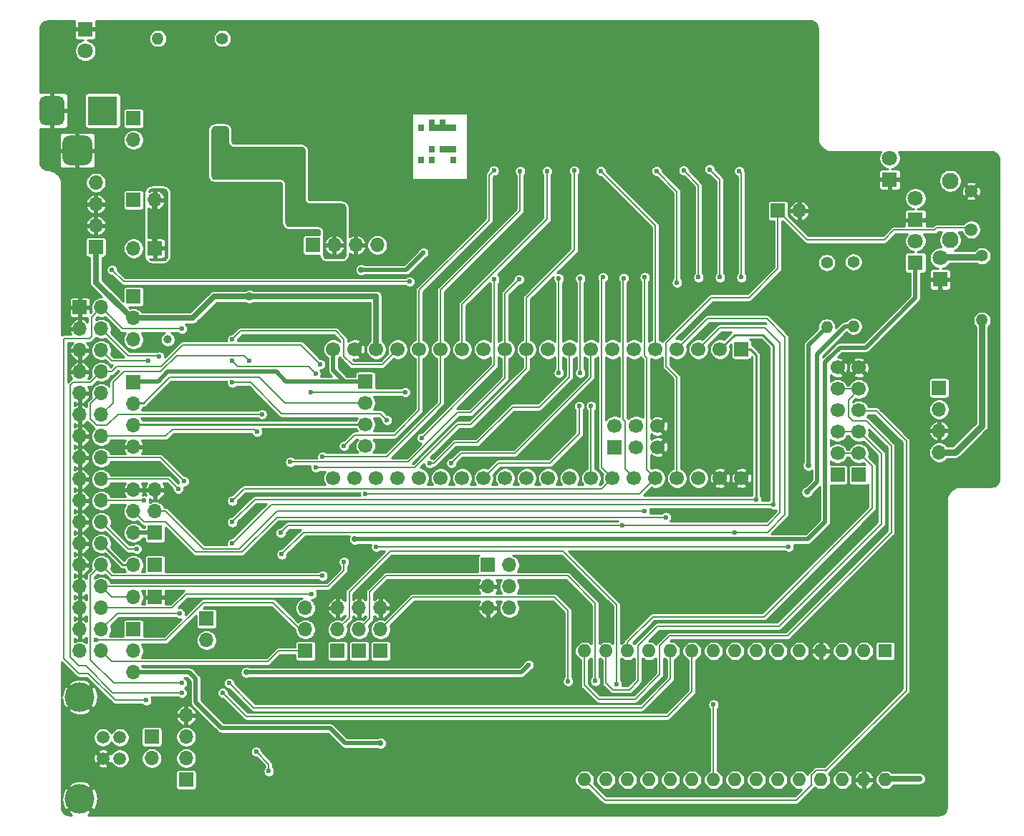
<source format=gbr>
G04 #@! TF.GenerationSoftware,KiCad,Pcbnew,(5.1.9)-1*
G04 #@! TF.CreationDate,2021-07-31T21:08:57+01:00*
G04 #@! TF.ProjectId,Greaseweazle F1 Plus Gotek Rev 1.1,47726561-7365-4776-9561-7a6c65204631,1*
G04 #@! TF.SameCoordinates,PX6312cb0PY6bcb370*
G04 #@! TF.FileFunction,Copper,L2,Bot*
G04 #@! TF.FilePolarity,Positive*
%FSLAX46Y46*%
G04 Gerber Fmt 4.6, Leading zero omitted, Abs format (unit mm)*
G04 Created by KiCad (PCBNEW (5.1.9)-1) date 2021-07-31 21:08:57*
%MOMM*%
%LPD*%
G01*
G04 APERTURE LIST*
G04 #@! TA.AperFunction,EtchedComponent*
%ADD10C,0.100000*%
G04 #@! TD*
G04 #@! TA.AperFunction,ComponentPad*
%ADD11O,1.700000X1.700000*%
G04 #@! TD*
G04 #@! TA.AperFunction,ComponentPad*
%ADD12R,1.700000X1.700000*%
G04 #@! TD*
G04 #@! TA.AperFunction,ComponentPad*
%ADD13C,1.800000*%
G04 #@! TD*
G04 #@! TA.AperFunction,ComponentPad*
%ADD14R,1.800000X1.800000*%
G04 #@! TD*
G04 #@! TA.AperFunction,ComponentPad*
%ADD15C,1.700000*%
G04 #@! TD*
G04 #@! TA.AperFunction,ComponentPad*
%ADD16C,5.000000*%
G04 #@! TD*
G04 #@! TA.AperFunction,ComponentPad*
%ADD17C,1.400000*%
G04 #@! TD*
G04 #@! TA.AperFunction,ComponentPad*
%ADD18O,1.400000X1.400000*%
G04 #@! TD*
G04 #@! TA.AperFunction,ComponentPad*
%ADD19R,1.600000X1.600000*%
G04 #@! TD*
G04 #@! TA.AperFunction,ComponentPad*
%ADD20O,1.600000X1.600000*%
G04 #@! TD*
G04 #@! TA.AperFunction,ComponentPad*
%ADD21C,1.501140*%
G04 #@! TD*
G04 #@! TA.AperFunction,ComponentPad*
%ADD22C,3.500120*%
G04 #@! TD*
G04 #@! TA.AperFunction,ComponentPad*
%ADD23R,3.500000X3.500000*%
G04 #@! TD*
G04 #@! TA.AperFunction,ComponentPad*
%ADD24C,1.950000*%
G04 #@! TD*
G04 #@! TA.AperFunction,ComponentPad*
%ADD25C,1.508000*%
G04 #@! TD*
G04 #@! TA.AperFunction,ViaPad*
%ADD26C,0.600000*%
G04 #@! TD*
G04 #@! TA.AperFunction,ViaPad*
%ADD27C,0.700000*%
G04 #@! TD*
G04 #@! TA.AperFunction,ViaPad*
%ADD28C,1.000000*%
G04 #@! TD*
G04 #@! TA.AperFunction,Conductor*
%ADD29C,0.500000*%
G04 #@! TD*
G04 #@! TA.AperFunction,Conductor*
%ADD30C,0.750000*%
G04 #@! TD*
G04 #@! TA.AperFunction,Conductor*
%ADD31C,0.700000*%
G04 #@! TD*
G04 #@! TA.AperFunction,Conductor*
%ADD32C,0.200000*%
G04 #@! TD*
G04 #@! TA.AperFunction,Conductor*
%ADD33C,0.250000*%
G04 #@! TD*
G04 #@! TA.AperFunction,Conductor*
%ADD34C,0.254000*%
G04 #@! TD*
G04 #@! TA.AperFunction,Conductor*
%ADD35C,0.100000*%
G04 #@! TD*
G04 APERTURE END LIST*
D10*
G36*
X33909000Y61595000D02*
G01*
X34544000Y61595000D01*
X34544000Y62230000D01*
X33909000Y62230000D01*
X33909000Y61595000D01*
G37*
X33909000Y61595000D02*
X34544000Y61595000D01*
X34544000Y62230000D01*
X33909000Y62230000D01*
X33909000Y61595000D01*
G36*
X33909000Y57785000D02*
G01*
X34544000Y57785000D01*
X34544000Y58420000D01*
X33909000Y58420000D01*
X33909000Y57785000D01*
G37*
X33909000Y57785000D02*
X34544000Y57785000D01*
X34544000Y58420000D01*
X33909000Y58420000D01*
X33909000Y57785000D01*
G36*
X35179000Y62230000D02*
G01*
X35814000Y62230000D01*
X35814000Y62865000D01*
X35179000Y62865000D01*
X35179000Y62230000D01*
G37*
X35179000Y62230000D02*
X35814000Y62230000D01*
X35814000Y62865000D01*
X35179000Y62865000D01*
X35179000Y62230000D01*
G36*
X35179000Y61595000D02*
G01*
X35814000Y61595000D01*
X35814000Y62230000D01*
X35179000Y62230000D01*
X35179000Y61595000D01*
G37*
X35179000Y61595000D02*
X35814000Y61595000D01*
X35814000Y62230000D01*
X35179000Y62230000D01*
X35179000Y61595000D01*
G36*
X35814000Y61595000D02*
G01*
X36449000Y61595000D01*
X36449000Y62230000D01*
X35814000Y62230000D01*
X35814000Y61595000D01*
G37*
X35814000Y61595000D02*
X36449000Y61595000D01*
X36449000Y62230000D01*
X35814000Y62230000D01*
X35814000Y61595000D01*
G36*
X36449000Y61595000D02*
G01*
X37084000Y61595000D01*
X37084000Y62230000D01*
X36449000Y62230000D01*
X36449000Y61595000D01*
G37*
X36449000Y61595000D02*
X37084000Y61595000D01*
X37084000Y62230000D01*
X36449000Y62230000D01*
X36449000Y61595000D01*
G36*
X36449000Y62230000D02*
G01*
X37084000Y62230000D01*
X37084000Y62865000D01*
X36449000Y62865000D01*
X36449000Y62230000D01*
G37*
X36449000Y62230000D02*
X37084000Y62230000D01*
X37084000Y62865000D01*
X36449000Y62865000D01*
X36449000Y62230000D01*
G36*
X37084000Y61595000D02*
G01*
X37719000Y61595000D01*
X37719000Y62230000D01*
X37084000Y62230000D01*
X37084000Y61595000D01*
G37*
X37084000Y61595000D02*
X37719000Y61595000D01*
X37719000Y62230000D01*
X37084000Y62230000D01*
X37084000Y61595000D01*
G36*
X37719000Y61595000D02*
G01*
X38354000Y61595000D01*
X38354000Y62230000D01*
X37719000Y62230000D01*
X37719000Y61595000D01*
G37*
X37719000Y61595000D02*
X38354000Y61595000D01*
X38354000Y62230000D01*
X37719000Y62230000D01*
X37719000Y61595000D01*
G36*
X37719000Y59055000D02*
G01*
X38354000Y59055000D01*
X38354000Y59690000D01*
X37719000Y59690000D01*
X37719000Y59055000D01*
G37*
X37719000Y59055000D02*
X38354000Y59055000D01*
X38354000Y59690000D01*
X37719000Y59690000D01*
X37719000Y59055000D01*
G36*
X37084000Y59055000D02*
G01*
X37719000Y59055000D01*
X37719000Y59690000D01*
X37084000Y59690000D01*
X37084000Y59055000D01*
G37*
X37084000Y59055000D02*
X37719000Y59055000D01*
X37719000Y59690000D01*
X37084000Y59690000D01*
X37084000Y59055000D01*
G36*
X36449000Y59055000D02*
G01*
X37084000Y59055000D01*
X37084000Y59690000D01*
X36449000Y59690000D01*
X36449000Y59055000D01*
G37*
X36449000Y59055000D02*
X37084000Y59055000D01*
X37084000Y59690000D01*
X36449000Y59690000D01*
X36449000Y59055000D01*
G36*
X35179000Y59055000D02*
G01*
X35814000Y59055000D01*
X35814000Y59690000D01*
X35179000Y59690000D01*
X35179000Y59055000D01*
G37*
X35179000Y59055000D02*
X35814000Y59055000D01*
X35814000Y59690000D01*
X35179000Y59690000D01*
X35179000Y59055000D01*
G36*
X35179000Y57785000D02*
G01*
X35814000Y57785000D01*
X35814000Y58420000D01*
X35179000Y58420000D01*
X35179000Y57785000D01*
G37*
X35179000Y57785000D02*
X35814000Y57785000D01*
X35814000Y58420000D01*
X35179000Y58420000D01*
X35179000Y57785000D01*
G36*
X37719000Y57785000D02*
G01*
X38354000Y57785000D01*
X38354000Y58420000D01*
X37719000Y58420000D01*
X37719000Y57785000D01*
G37*
X37719000Y57785000D02*
X38354000Y57785000D01*
X38354000Y58420000D01*
X37719000Y58420000D01*
X37719000Y57785000D01*
D11*
X2413000Y-12700000D03*
D12*
X2413000Y-10160000D03*
D11*
X254000Y60452000D03*
D12*
X254000Y62992000D03*
D11*
X29083000Y48006000D03*
X26543000Y48006000D03*
X24003000Y48006000D03*
D12*
X21463000Y48006000D03*
D11*
X20574000Y5080000D03*
X20574000Y2540000D03*
D12*
X20574000Y0D03*
D11*
X8890000Y1270000D03*
D12*
X8890000Y3810000D03*
D13*
X89662000Y58293000D03*
D14*
X89662000Y55753000D03*
D15*
X57150000Y26657300D03*
X59690000Y26657300D03*
X62230000Y26593800D03*
D12*
X57150000Y24117300D03*
D15*
X62230000Y24117300D03*
X59690000Y24117300D03*
X23876000Y35687000D03*
X23876000Y20447000D03*
X26416000Y35687000D03*
X26416000Y20447000D03*
X28956000Y35687000D03*
X28956000Y20447000D03*
X31496000Y35687000D03*
X31496000Y20447000D03*
X34036000Y35687000D03*
X34036000Y20447000D03*
X36576000Y35687000D03*
X36576000Y20447000D03*
X39116000Y35687000D03*
X39116000Y20447000D03*
X41656000Y35687000D03*
X41656000Y20447000D03*
X44196000Y35687000D03*
X44196000Y20447000D03*
X46736000Y35687000D03*
X46736000Y20447000D03*
X49276000Y35687000D03*
X49276000Y20447000D03*
X51816000Y35687000D03*
X51816000Y20447000D03*
X54356000Y35687000D03*
X54356000Y20447000D03*
X56896000Y35687000D03*
X56896000Y20447000D03*
X59436000Y35687000D03*
X59436000Y20447000D03*
X61976000Y35687000D03*
X61976000Y20447000D03*
X64516000Y35687000D03*
X64516000Y20447000D03*
X67056000Y35687000D03*
X67056000Y20447000D03*
X69596000Y35687000D03*
X69596000Y20447000D03*
D12*
X72136000Y35687000D03*
D15*
X72136000Y20447000D03*
X27686000Y24257000D03*
X27686000Y26797000D03*
X27686000Y29337000D03*
D12*
X27686000Y31877000D03*
D15*
X83489800Y33528000D03*
X83489800Y30988000D03*
X83489800Y28448000D03*
X83489800Y25908000D03*
X83489800Y23368000D03*
D12*
X83489800Y20828000D03*
D11*
X254000Y10160000D03*
D12*
X2794000Y10160000D03*
D11*
X254000Y6350000D03*
D12*
X2794000Y6350000D03*
D15*
X86014000Y33528000D03*
X86014000Y30988000D03*
X86014000Y28448000D03*
X86014000Y25908000D03*
X86014000Y23368000D03*
D12*
X86014000Y20828000D03*
D11*
X2794000Y53340000D03*
D12*
X254000Y53340000D03*
D14*
X-5448300Y73533000D03*
D13*
X-5448300Y70993000D03*
D11*
X6477000Y-7620000D03*
X6477000Y-10160000D03*
X6477000Y-12700000D03*
D12*
X6477000Y-15240000D03*
D16*
X85471000Y52387500D03*
X35687000Y2667000D03*
X14605000Y2667000D03*
X35687000Y52387500D03*
X14605000Y52387500D03*
D17*
X82219800Y45948600D03*
D18*
X82219800Y38328600D03*
X85369400Y38404800D03*
D17*
X85369400Y46024800D03*
X100584000Y46736000D03*
D18*
X100584000Y39116000D03*
X3136900Y72453500D03*
D17*
X10756900Y72453500D03*
D11*
X254000Y47625000D03*
D12*
X2794000Y47625000D03*
D11*
X-4191000Y55397400D03*
X-4191000Y52857400D03*
X-4191000Y50317400D03*
D12*
X-4191000Y47777400D03*
X254000Y31750000D03*
D11*
X254000Y29210000D03*
X254000Y26670000D03*
X254000Y24130000D03*
X254000Y36830000D03*
X254000Y39370000D03*
D12*
X254000Y41910000D03*
X76454000Y52070000D03*
D11*
X78994000Y52070000D03*
D19*
X89154000Y0D03*
D20*
X56134000Y-15240000D03*
X86614000Y0D03*
X58674000Y-15240000D03*
X84074000Y0D03*
X61214000Y-15240000D03*
X81534000Y0D03*
X63754000Y-15240000D03*
X78994000Y0D03*
X66294000Y-15240000D03*
X76454000Y0D03*
X68834000Y-15240000D03*
X73914000Y0D03*
X71374000Y-15240000D03*
X71374000Y0D03*
X73914000Y-15240000D03*
X68834000Y0D03*
X76454000Y-15240000D03*
X66294000Y0D03*
X78994000Y-15240000D03*
X63754000Y0D03*
X81534000Y-15240000D03*
X61214000Y0D03*
X84074000Y-15240000D03*
X58674000Y0D03*
X86614000Y-15240000D03*
X56134000Y0D03*
X89154000Y-15240000D03*
X53594000Y0D03*
X53594000Y-15240000D03*
D21*
X-3378200Y-10225400D03*
X-3378200Y-12714600D03*
X-1371600Y-12714600D03*
X-1371600Y-10225400D03*
D22*
X-6096000Y-5450200D03*
X-6096000Y-17489800D03*
D12*
X29464000Y0D03*
D11*
X29464000Y2540000D03*
X29464000Y5080000D03*
D12*
X26924000Y0D03*
D11*
X26924000Y2540000D03*
X26924000Y5080000D03*
D12*
X24384000Y0D03*
D11*
X24384000Y2540000D03*
X24384000Y5080000D03*
D12*
X254000Y2540000D03*
D11*
X254000Y0D03*
X254000Y-2540000D03*
D12*
X42164000Y10160000D03*
D11*
X44704000Y10160000D03*
X42164000Y7620000D03*
X44704000Y7620000D03*
X42164000Y5080000D03*
X44704000Y5080000D03*
D12*
X2794000Y13970000D03*
D11*
X254000Y13970000D03*
X2794000Y16510000D03*
X254000Y16510000D03*
X2794000Y19050000D03*
X254000Y19050000D03*
D23*
X-3398000Y63919100D03*
G04 #@! TA.AperFunction,ComponentPad*
G36*
G01*
X-10898000Y62919100D02*
X-10898000Y64919100D01*
G75*
G02*
X-10148000Y65669100I750000J0D01*
G01*
X-8648000Y65669100D01*
G75*
G02*
X-7898000Y64919100I0J-750000D01*
G01*
X-7898000Y62919100D01*
G75*
G02*
X-8648000Y62169100I-750000J0D01*
G01*
X-10148000Y62169100D01*
G75*
G02*
X-10898000Y62919100I0J750000D01*
G01*
G37*
G04 #@! TD.AperFunction*
G04 #@! TA.AperFunction,ComponentPad*
G36*
G01*
X-8148000Y58344100D02*
X-8148000Y60094100D01*
G75*
G02*
X-7273000Y60969100I875000J0D01*
G01*
X-5523000Y60969100D01*
G75*
G02*
X-4648000Y60094100I0J-875000D01*
G01*
X-4648000Y58344100D01*
G75*
G02*
X-5523000Y57469100I-875000J0D01*
G01*
X-7273000Y57469100D01*
G75*
G02*
X-8148000Y58344100I0J875000D01*
G01*
G37*
G04 #@! TD.AperFunction*
D14*
X95631000Y43942000D03*
D13*
X95631000Y46482000D03*
D12*
X95504000Y31115000D03*
D11*
X95504000Y28575000D03*
X95504000Y26035000D03*
X95504000Y23495000D03*
D14*
X92710000Y45948600D03*
D13*
X92710000Y48488600D03*
D14*
X92710000Y51003200D03*
D13*
X92710000Y53543200D03*
D24*
X96814000Y55620800D03*
X96814000Y48620800D03*
D25*
X99314000Y54395800D03*
X99314000Y49845800D03*
D12*
X-6096000Y40640000D03*
D11*
X-3556000Y40640000D03*
X-6096000Y38100000D03*
X-3556000Y38100000D03*
X-6096000Y35560000D03*
X-3556000Y35560000D03*
X-6096000Y33020000D03*
X-3556000Y33020000D03*
X-6096000Y30480000D03*
X-3556000Y30480000D03*
X-6096000Y27940000D03*
X-3556000Y27940000D03*
X-6096000Y25400000D03*
X-3556000Y25400000D03*
X-6096000Y22860000D03*
X-3556000Y22860000D03*
X-6096000Y20320000D03*
X-3556000Y20320000D03*
X-6096000Y17780000D03*
X-3556000Y17780000D03*
X-6096000Y15240000D03*
X-3556000Y15240000D03*
X-6096000Y12700000D03*
X-3556000Y12700000D03*
X-6096000Y10160000D03*
X-3556000Y10160000D03*
X-6096000Y7620000D03*
X-3556000Y7620000D03*
X-6096000Y5080000D03*
X-3556000Y5080000D03*
X-6096000Y2540000D03*
X-3556000Y2540000D03*
X-6096000Y0D03*
X-3556000Y0D03*
D26*
X95631000Y19050000D03*
X95504000Y-16510000D03*
X65760600Y18643600D03*
X68376800Y15773400D03*
X95504000Y-7620000D03*
X95504000Y2540000D03*
X95504000Y11430000D03*
X12954000Y73660000D03*
X80264000Y73660000D03*
X80264000Y59690000D03*
X80264000Y67310000D03*
X101854000Y58420000D03*
X71374000Y73660000D03*
X101854000Y35560000D03*
X101854000Y21590000D03*
X101854000Y48006000D03*
X63500000Y10439400D03*
X45720000Y26924000D03*
X54864000Y6985000D03*
X95173800Y38506400D03*
X68834000Y8890000D03*
X89281000Y-11430000D03*
X89154000Y-3937000D03*
X73914000Y-6350000D03*
X51054000Y-8890000D03*
X42164000Y-11430000D03*
X11049000Y20320000D03*
X89154000Y44450000D03*
X65151000Y4953000D03*
X58547000Y8509000D03*
X30734000Y29210000D03*
X88265000Y8509000D03*
X33020000Y-4064000D03*
X30353000Y9906000D03*
X46964600Y-3606800D03*
X47040800Y-14046200D03*
X69977000Y-12446000D03*
X90424000Y30988000D03*
X38100000Y30480000D03*
X20574000Y73660000D03*
X24384000Y73660000D03*
X28194000Y73660000D03*
X30734000Y73660000D03*
X83185000Y8509000D03*
X79730600Y5080000D03*
X61214000Y60960000D03*
X58674000Y60960000D03*
X56134000Y60960000D03*
X53594000Y60960000D03*
X51054000Y60960000D03*
X48514000Y60960000D03*
X45974000Y60960000D03*
X43434000Y60960000D03*
X40894000Y60960000D03*
X35814000Y73660000D03*
X40894000Y73660000D03*
X45974000Y73660000D03*
X51054000Y73660000D03*
X56134000Y73660000D03*
X61214000Y73660000D03*
X66294000Y73660000D03*
X76454000Y73660000D03*
X80264000Y63500000D03*
X80264000Y70485000D03*
X101854000Y52070000D03*
X95504000Y15240000D03*
X95504000Y6985000D03*
X95504000Y-2540000D03*
X95504000Y-12700000D03*
X-381000Y-18415000D03*
X4699000Y-18415000D03*
X8509000Y-18415000D03*
X12319000Y-18415000D03*
X23114000Y-18415000D03*
X26289000Y-18415000D03*
X-7366000Y47625000D03*
X-7366000Y50165000D03*
X-7366000Y52705000D03*
X-7366000Y55245000D03*
X-9906000Y57785000D03*
X-7366000Y67310000D03*
X81534000Y-8255000D03*
X12954000Y46990000D03*
X2286000Y44323000D03*
X87249000Y5715000D03*
X77343000Y8509000D03*
X80264000Y16510000D03*
X91694000Y27305000D03*
X41529000Y1270000D03*
X23749000Y-5842000D03*
X9906000Y-6604000D03*
X40259000Y-15875000D03*
X78994000Y45720000D03*
X90424000Y33655000D03*
X10160000Y24384000D03*
X2159000Y21590000D03*
X77724000Y-12065000D03*
X78994000Y-5080000D03*
X68834000Y-4445000D03*
X85979000Y-6985000D03*
X58724800Y4495800D03*
X12954000Y-11430000D03*
X26416000Y61404500D03*
X26416000Y59055000D03*
X26416000Y55943500D03*
X21844000Y68580000D03*
X21844000Y71247000D03*
X20955000Y66992500D03*
X18415000Y69850000D03*
X63754000Y60960000D03*
X66294000Y60960000D03*
X71374000Y60960000D03*
X76454000Y60960000D03*
X8128000Y62103000D03*
X15494000Y-11049000D03*
X28638500Y-12319000D03*
X26289000Y-12255500D03*
X35877500Y-14351000D03*
X38354000Y-14351000D03*
X9017000Y10160000D03*
X16129000Y24257000D03*
X4953000Y12827000D03*
X31496000Y27432000D03*
X21336000Y36449000D03*
X74676000Y36068000D03*
X75184000Y31115000D03*
X75184000Y25273000D03*
X85979000Y13589000D03*
X80772000Y8509000D03*
X56134000Y-4953000D03*
X56642000Y29845000D03*
X76454000Y57150000D03*
X49784000Y0D03*
X40259000Y44450000D03*
X74549000Y46355000D03*
X75184000Y41275000D03*
X71374000Y27940000D03*
X66929000Y27940000D03*
X72009000Y23495000D03*
X69469000Y23495000D03*
X48514000Y40640000D03*
X40894000Y40005000D03*
X32639000Y38735000D03*
X78359000Y26035000D03*
X79629000Y38735000D03*
X7239000Y63500000D03*
X5715000Y31432500D03*
X11938000Y40576500D03*
X11938000Y38227000D03*
X11938000Y21526500D03*
X11874500Y19113500D03*
X19939000Y66040000D03*
X17653000Y66040000D03*
X32258000Y-12509500D03*
X40195500Y-5397500D03*
X37782500Y-5397500D03*
X42354500Y-3492500D03*
X25273000Y57150000D03*
X25336500Y60198000D03*
X26416000Y58293000D03*
X48895000Y24384000D03*
X53086000Y23749000D03*
X59309000Y30734000D03*
X32512000Y23495000D03*
X59309000Y-2667000D03*
X60706000Y-3429000D03*
X63119000Y-5842000D03*
X65151000Y-2413000D03*
X65786000Y-12319000D03*
X9017000Y29210000D03*
X22606000Y-10668000D03*
X27559000Y-5842000D03*
X11938000Y10160000D03*
X22479000Y25019000D03*
X16383000Y21971000D03*
X19558000Y20701000D03*
X3175000Y2921000D03*
X40513000Y29845000D03*
X5969000Y63500000D03*
X8128000Y61087000D03*
X34544000Y47117000D03*
D27*
X79883000Y18796000D03*
X27178000Y45084990D03*
D26*
X93218000Y-15113000D03*
D28*
X13970000Y41910000D03*
D26*
X71374000Y14046200D03*
X64516000Y43561000D03*
X62081401Y56785563D03*
X17780000Y11430000D03*
X52372500Y56817500D03*
X21336004Y6731000D03*
X21809010Y21687143D03*
X42847500Y56817500D03*
X25146000Y24257000D03*
X25146000Y10540996D03*
X45974000Y56769000D03*
X22606000Y22987000D03*
X22606000Y8889996D03*
X11557000Y-3810001D03*
X5969001Y-3810001D03*
X58039000Y14859000D03*
X67056000Y44196000D03*
X65287154Y56848683D03*
X17652996Y13970000D03*
X45846988Y43942000D03*
X18796000Y22352000D03*
X75946000Y17297404D03*
X11938000Y12700000D03*
X69596000Y44196000D03*
X68389636Y56976345D03*
X11938000Y15240000D03*
X71882000Y56769000D03*
X72136000Y44195972D03*
X73914000Y17907000D03*
X49149000Y56769000D03*
X22352000Y33909000D03*
X10795000Y-4953000D03*
X5969000Y-4953000D03*
X11938000Y36830000D03*
X35276000Y22195000D03*
X37846004Y22225004D03*
D27*
X26416000Y13208000D03*
D26*
X60680600Y16560800D03*
X63201001Y15830001D03*
X46990000Y-1651000D03*
D27*
X80060806Y21945600D03*
X13589000Y-2540000D03*
D26*
X54864000Y-3556000D03*
X57404000Y-3937000D03*
D27*
X29464000Y-10922000D03*
D26*
X9906000Y61468000D03*
X10922000Y61468000D03*
X9906000Y60452000D03*
X10922000Y60452000D03*
X9906000Y59436000D03*
X10922000Y59436000D03*
X9906000Y58420000D03*
X10922000Y58420000D03*
X10922000Y57404000D03*
X9906000Y57404000D03*
X9906000Y56388000D03*
X10922000Y56388000D03*
X51638200Y-3606760D03*
D28*
X4318000Y36830000D03*
D26*
X16256000Y-14224000D03*
X14747206Y-11922800D03*
X5969000Y38100000D03*
X1778000Y-5842000D03*
X3302000Y34798000D03*
X2032000Y34290000D03*
X30226000Y27305000D03*
X11938000Y31750000D03*
X34353494Y25209494D03*
X42926000Y43942000D03*
X11938000Y34290000D03*
X52959000Y28956000D03*
X50546000Y32893000D03*
X50546000Y44069000D03*
X21780500Y32829500D03*
X15429000Y28005000D03*
X14859000Y25908000D03*
X60706000Y44196000D03*
X27686010Y18542000D03*
X32385007Y30607005D03*
X58212953Y44105829D03*
X21209000Y30607000D03*
X13970000Y34290000D03*
X6223000Y20066000D03*
X53086000Y32893000D03*
X53086000Y44069000D03*
X54356000Y28956000D03*
X68834000Y-6350000D03*
X11938000Y17780000D03*
X55753000Y44196000D03*
X5536995Y19177000D03*
X1524000Y17780000D03*
X635000Y12065000D03*
X5714988Y4445000D03*
X-2286000Y45085000D03*
X55498999Y56768999D03*
X32893000Y43688000D03*
X-4191000Y1270000D03*
X28956000Y12319000D03*
X77724000Y12319000D03*
D29*
X25196800Y31877000D02*
X27686000Y31877000D01*
X23876000Y35687000D02*
X23876000Y33197800D01*
X23876000Y33197800D02*
X25196800Y31877000D01*
X254000Y13970000D02*
X2794000Y13970000D01*
X27686000Y31877000D02*
X18288000Y31877000D01*
X18288000Y31877000D02*
X17145000Y33020000D01*
X17145000Y33020000D02*
X4315939Y33020000D01*
X4315939Y33020000D02*
X3147539Y31851600D01*
X3147539Y31851600D02*
X254000Y31851600D01*
X254000Y31851600D02*
X254000Y31750000D01*
X81102200Y35128200D02*
X81102200Y20015200D01*
X85369400Y38404800D02*
X84378800Y38404800D01*
X84378800Y38404800D02*
X81102200Y35128200D01*
X81102200Y20015200D02*
X79883000Y18796000D01*
X34544000Y47117000D02*
X32511990Y45084990D01*
X32511990Y45084990D02*
X27178000Y45084990D01*
D30*
X100584000Y26663650D02*
X100584000Y39116000D01*
X97415350Y23495000D02*
X100584000Y26663650D01*
X95504000Y23495000D02*
X97415350Y23495000D01*
D31*
X89281000Y-15113000D02*
X89154000Y-15240000D01*
X93218000Y-15113000D02*
X89281000Y-15113000D01*
X7239000Y39370000D02*
X9779000Y41910000D01*
X254000Y39370000D02*
X2921000Y39370000D01*
X9779000Y41910000D02*
X13970000Y41910000D01*
X28956000Y41910000D02*
X28956000Y35687000D01*
X13970000Y41910000D02*
X28956000Y41910000D01*
X2921000Y39370000D02*
X7239000Y39370000D01*
X-4191000Y43574998D02*
X-4191000Y47777400D01*
X13998Y39370000D02*
X-4191000Y43574998D01*
X254000Y39370000D02*
X13998Y39370000D01*
D32*
X77292200Y16136536D02*
X75201864Y14046200D01*
X77292200Y37134800D02*
X77292200Y16136536D01*
X75107800Y39319200D02*
X77292200Y37134800D01*
X75201864Y14046200D02*
X71374000Y14046200D01*
X68148200Y39319200D02*
X75107800Y39319200D01*
X64516000Y35687000D02*
X68148200Y39319200D01*
X64516000Y54350964D02*
X62081401Y56785563D01*
X64516000Y43561000D02*
X64516000Y54350964D01*
X20396200Y14046200D02*
X17780000Y11430000D01*
X71374000Y14046200D02*
X20396200Y14046200D01*
X52372500Y56393236D02*
X52372500Y56817500D01*
X52372500Y47419500D02*
X52372500Y56393236D01*
X46736000Y41783000D02*
X52372500Y47419500D01*
X46736000Y35687000D02*
X46736000Y41783000D01*
X6477000Y6731000D02*
X21336004Y6731000D01*
X4826000Y5080000D02*
X6477000Y6731000D01*
X-3556000Y5080000D02*
X4826000Y5080000D01*
X33498143Y21687143D02*
X21809010Y21687143D01*
X40132000Y26797000D02*
X38608000Y26797000D01*
X38608000Y26797000D02*
X33498143Y21687143D01*
X46736000Y33401000D02*
X40132000Y26797000D01*
X46736000Y35687000D02*
X46736000Y33401000D01*
X-2286000Y6350000D02*
X254000Y6350000D01*
X-3556000Y7620000D02*
X-2286000Y6350000D01*
X42323501Y56293501D02*
X42847500Y56817500D01*
X34036000Y42672000D02*
X42323501Y50959501D01*
X42323501Y50959501D02*
X42323501Y56293501D01*
X34036000Y35687000D02*
X34036000Y42672000D01*
X25146000Y9525000D02*
X25146000Y10540996D01*
X23241000Y7620000D02*
X25146000Y9525000D01*
X-3556000Y7620000D02*
X23241000Y7620000D01*
X26416000Y25527000D02*
X25146000Y24257000D01*
X31115000Y25527000D02*
X26416000Y25527000D01*
X34036000Y28448000D02*
X31115000Y25527000D01*
X34036000Y35687000D02*
X34036000Y28448000D01*
X45974000Y56344736D02*
X45974000Y56769000D01*
X45974000Y52070000D02*
X45974000Y56344736D01*
X36576000Y42672000D02*
X45974000Y52070000D01*
X36576000Y35687000D02*
X36576000Y42672000D01*
X-3556000Y10160000D02*
X-2285996Y8889996D01*
X-2285996Y8889996D02*
X22606000Y8889996D01*
X63754000Y0D02*
X63754000Y-3302000D01*
X14477999Y-6731000D02*
X11557000Y-3810001D01*
X63754000Y-3302000D02*
X60325000Y-6731000D01*
X60325000Y-6731000D02*
X14477999Y-6731000D01*
X-4826000Y8890000D02*
X-4826000Y-1041400D01*
X-3556000Y10160000D02*
X-4826000Y8890000D01*
X-4826000Y-1041400D02*
X-2057399Y-3810001D01*
X-2057399Y-3810001D02*
X5969001Y-3810001D01*
X30226000Y22987000D02*
X22606000Y22987000D01*
X36576000Y29337000D02*
X30226000Y22987000D01*
X36576000Y35687000D02*
X36576000Y29337000D01*
X67056000Y35687000D02*
X69596000Y38227000D01*
X74930000Y38227000D02*
X76708000Y36449000D01*
X69596000Y38227000D02*
X74930000Y38227000D01*
X76708000Y36449000D02*
X76708000Y16344900D01*
X75222100Y14859000D02*
X58039000Y14859000D01*
X76708000Y16344900D02*
X75222100Y14859000D01*
X67056000Y55079837D02*
X65287154Y56848683D01*
X67056000Y44196000D02*
X67056000Y55079837D01*
X58039000Y14859000D02*
X18541996Y14859000D01*
X18541996Y14859000D02*
X17652996Y13970000D01*
X44196000Y35687000D02*
X44196000Y42291012D01*
X44196000Y42291012D02*
X45846988Y43942000D01*
X38608000Y28194000D02*
X32766000Y22352000D01*
X32766000Y22352000D02*
X18796000Y22352000D01*
X40132000Y28194000D02*
X38608000Y28194000D01*
X44196000Y32258000D02*
X40132000Y28194000D01*
X44196000Y35687000D02*
X44196000Y32258000D01*
D33*
X75946000Y36118800D02*
X75946000Y17297404D01*
X74650600Y37414200D02*
X75946000Y36118800D01*
X71323200Y37414200D02*
X74650600Y37414200D01*
X69596000Y35687000D02*
X71323200Y37414200D01*
D32*
X69596000Y44196000D02*
X69596000Y55769981D01*
X69596000Y55769981D02*
X68389636Y56976345D01*
X12237999Y12999999D02*
X11938000Y12700000D01*
X16535404Y17297404D02*
X12237999Y12999999D01*
X75946000Y17297404D02*
X16535404Y17297404D01*
X72136000Y56515000D02*
X72136000Y44195972D01*
X71882000Y56769000D02*
X72136000Y56515000D01*
D33*
X72136000Y35687000D02*
X73236000Y35687000D01*
X73236000Y35687000D02*
X73914000Y35009000D01*
X73914000Y35009000D02*
X73914000Y17907000D01*
D32*
X11938000Y15240000D02*
X14605000Y17907000D01*
X14605000Y17907000D02*
X73914000Y17907000D01*
X39116000Y35687000D02*
X39116000Y41020004D01*
X49149000Y56344736D02*
X49149000Y56769000D01*
X39116000Y41020004D02*
X49149000Y51053004D01*
X49149000Y51053004D02*
X49149000Y56344736D01*
X20066000Y36195000D02*
X22352000Y33909000D01*
X6076695Y36195000D02*
X20066000Y36195000D01*
X-1747421Y33626498D02*
X3508193Y33626498D01*
X-3556000Y33020000D02*
X-2353919Y33020000D01*
X3508193Y33626498D02*
X6076695Y36195000D01*
X-2353919Y33020000D02*
X-1747421Y33626498D01*
X66294000Y0D02*
X66294000Y-4826000D01*
X66294000Y-4826000D02*
X63373000Y-7747000D01*
X63373000Y-7747000D02*
X13589000Y-7747000D01*
X13589000Y-7747000D02*
X10795000Y-4953000D01*
X-5403300Y-1778000D02*
X-2228300Y-4953000D01*
X-6197600Y-1778000D02*
X-5403300Y-1778000D01*
X-7246001Y31412799D02*
X-7246001Y-729599D01*
X-6908800Y31750000D02*
X-7246001Y31412799D01*
X-3556000Y33020000D02*
X-4826000Y31750000D01*
X-7246001Y-729599D02*
X-6197600Y-1778000D01*
X-4826000Y31750000D02*
X-6908800Y31750000D01*
X-2228300Y-4953000D02*
X5969000Y-4953000D01*
X24155400Y37846000D02*
X17526000Y37846000D01*
X25146000Y36855400D02*
X24155400Y37846000D01*
X25146000Y34823400D02*
X25146000Y36855400D01*
X26085800Y33883600D02*
X25146000Y34823400D01*
X29692600Y33883600D02*
X26085800Y33883600D01*
X31496000Y35687000D02*
X29692600Y33883600D01*
X12954000Y37846000D02*
X11938000Y36830000D01*
X17526000Y37846000D02*
X12954000Y37846000D01*
X40894000Y24638000D02*
X38227000Y24638000D01*
X35784000Y22195000D02*
X35276000Y22195000D01*
X38227000Y24638000D02*
X35784000Y22195000D01*
X45085000Y28829000D02*
X40894000Y24638000D01*
X48234600Y28829000D02*
X45085000Y28829000D01*
X51816000Y32410400D02*
X48234600Y28829000D01*
X51816000Y35687000D02*
X51816000Y32410400D01*
X38989000Y23368000D02*
X37846004Y22225004D01*
X45339000Y23368000D02*
X38989000Y23368000D01*
X54356000Y32385000D02*
X45339000Y23368000D01*
X54356000Y35687000D02*
X54356000Y32385000D01*
D29*
X82042000Y34163000D02*
X82042000Y15272120D01*
X82430212Y34551212D02*
X82042000Y34163000D01*
X82430212Y34557562D02*
X82430212Y34551212D01*
X83762850Y35890200D02*
X82430212Y34557562D01*
X86817200Y35890200D02*
X83762850Y35890200D01*
X92710000Y41783000D02*
X86817200Y35890200D01*
X79977880Y13208000D02*
X26416000Y13208000D01*
X82042000Y15272120D02*
X79977880Y13208000D01*
X92710000Y45948600D02*
X92710000Y41783000D01*
D32*
X99314000Y50353800D02*
X99314000Y49845800D01*
X63246000Y33655000D02*
X64516000Y32385000D01*
X68580000Y41783000D02*
X63246000Y36449000D01*
X64516000Y28793998D02*
X64516000Y20447000D01*
X64516000Y32385000D02*
X64516000Y28793998D01*
X73025000Y41783000D02*
X68580000Y41783000D01*
X63246000Y36449000D02*
X63246000Y33655000D01*
X76454000Y45212000D02*
X73025000Y41783000D01*
X76454000Y52070000D02*
X76454000Y45212000D01*
X79883000Y48641000D02*
X76454000Y52070000D01*
X89027000Y48641000D02*
X79883000Y48641000D01*
X90170000Y49784000D02*
X89027000Y48641000D01*
X94996000Y49784000D02*
X90170000Y49784000D01*
X95250000Y50038000D02*
X94996000Y49784000D01*
X99121800Y50038000D02*
X95250000Y50038000D01*
X99314000Y49845800D02*
X99121800Y50038000D01*
D33*
X95758000Y46609000D02*
X95631000Y46482000D01*
X100584000Y46736000D02*
X100457000Y46609000D01*
D30*
X100457000Y46609000D02*
X95758000Y46609000D01*
D33*
X1456081Y29311600D02*
X254000Y29311600D01*
X1481481Y29337000D02*
X1456081Y29311600D01*
D32*
X4494482Y32350001D02*
X1481481Y29337000D01*
X18161000Y29337000D02*
X15147999Y32350001D01*
X15147999Y32350001D02*
X4494482Y32350001D01*
X27686000Y29337000D02*
X18161000Y29337000D01*
D33*
X279400Y26797000D02*
X254000Y26771600D01*
X27686000Y26797000D02*
X279400Y26797000D01*
D32*
X3996081Y16510000D02*
X2794000Y16510000D01*
X4064000Y16510000D02*
X3996081Y16510000D01*
X8474002Y12099998D02*
X4064000Y16510000D01*
X12734998Y12099998D02*
X8474002Y12099998D01*
X17195800Y16560800D02*
X12734998Y12099998D01*
X60680600Y16560800D02*
X17195800Y16560800D01*
X63201001Y15830001D02*
X17227001Y15830001D01*
X13096987Y11699987D02*
X7604013Y11699987D01*
X7604013Y11699987D02*
X4019001Y15284999D01*
X1479001Y15284999D02*
X254000Y16510000D01*
X17227001Y15830001D02*
X13096987Y11699987D01*
X4019001Y15284999D02*
X1479001Y15284999D01*
D31*
X2794000Y53340000D02*
X2794000Y47625000D01*
D29*
X80060806Y36169606D02*
X80060806Y21945600D01*
X82219800Y38328600D02*
X80060806Y36169606D01*
X46990000Y-1651000D02*
X46101000Y-2540000D01*
X46101000Y-2540000D02*
X13589000Y-2540000D01*
D32*
X26924000Y2540000D02*
X28194000Y3810000D01*
X54864000Y5613400D02*
X54864000Y-3556000D01*
X28194000Y3810000D02*
X28194000Y6985000D01*
X28194000Y6985000D02*
X30099000Y8890000D01*
X30099000Y8890000D02*
X51587400Y8890000D01*
X51587400Y8890000D02*
X54864000Y5613400D01*
X57404000Y5461000D02*
X57404000Y-3937000D01*
X51054000Y11811000D02*
X57404000Y5461000D01*
X30607000Y11811000D02*
X51054000Y11811000D01*
X25746002Y6950002D02*
X30607000Y11811000D01*
X25746002Y3902002D02*
X25746002Y6950002D01*
X24384000Y2540000D02*
X25746002Y3902002D01*
X86156800Y28397200D02*
X86106000Y28448000D01*
X88061800Y28397200D02*
X86156800Y28397200D01*
X91617800Y24841200D02*
X88061800Y28397200D01*
X91617800Y-4673600D02*
X91617800Y24841200D01*
X82106701Y-14184699D02*
X91617800Y-4673600D01*
X82062001Y-14139999D02*
X82106701Y-14184699D01*
X80433999Y-14711999D02*
X81005999Y-14139999D01*
X80433999Y-15768001D02*
X80433999Y-14711999D01*
X78638400Y-17653000D02*
X80478699Y-15812701D01*
X56007000Y-17653000D02*
X78638400Y-17653000D01*
X81005999Y-14139999D02*
X82062001Y-14139999D01*
X80478699Y-15812701D02*
X80433999Y-15768001D01*
X53594000Y-15240000D02*
X56007000Y-17653000D01*
X83489800Y30988000D02*
X86014000Y30988000D01*
X84785200Y29667200D02*
X86106000Y30988000D01*
X53594000Y0D02*
X53594000Y-4064000D01*
X55245000Y-5715000D02*
X59563000Y-5715000D01*
X59563000Y-5715000D02*
X62484000Y-2794000D01*
X62484000Y-2794000D02*
X62484000Y609600D01*
X62484000Y609600D02*
X63652400Y1778000D01*
X86893400Y27203400D02*
X85318600Y27203400D01*
X63652400Y1778000D02*
X77571600Y1778000D01*
X77571600Y1778000D02*
X89839800Y14046200D01*
X53594000Y-4064000D02*
X55245000Y-5715000D01*
X89839800Y14046200D02*
X89839800Y24257000D01*
X89839800Y24257000D02*
X86893400Y27203400D01*
X84785200Y27736800D02*
X84785200Y29667200D01*
X85318600Y27203400D02*
X84785200Y27736800D01*
X88696800Y23317200D02*
X86106000Y25908000D01*
X59944000Y660400D02*
X62204600Y2921000D01*
X59944000Y-3530600D02*
X59944000Y660400D01*
X88696800Y15053798D02*
X88696800Y23317200D01*
X58877200Y-4597400D02*
X59944000Y-3530600D01*
X76564002Y2921000D02*
X88696800Y15053798D01*
X56921400Y-4597400D02*
X58877200Y-4597400D01*
X56134000Y-3810000D02*
X56921400Y-4597400D01*
X62204600Y2921000D02*
X76564002Y2921000D01*
X56134000Y0D02*
X56134000Y-3810000D01*
X83489800Y25908000D02*
X86014000Y25908000D01*
X83489800Y23368000D02*
X86014000Y23368000D01*
X87604600Y21869400D02*
X86106000Y23368000D01*
X87604600Y16865600D02*
X87604600Y21869400D01*
X74777600Y4038600D02*
X87604600Y16865600D01*
X61645800Y4038600D02*
X74777600Y4038600D01*
X58674000Y1066800D02*
X61645800Y4038600D01*
X58674000Y0D02*
X58674000Y1066800D01*
D29*
X25273000Y-10922000D02*
X29464000Y-10922000D01*
X10668000Y-9144000D02*
X23495000Y-9144000D01*
X7620000Y-6096000D02*
X10668000Y-9144000D01*
X7620000Y-3302000D02*
X7620000Y-6096000D01*
X6858000Y-2540000D02*
X7620000Y-3302000D01*
X23495000Y-9144000D02*
X25273000Y-10922000D01*
X254000Y-2540000D02*
X6858000Y-2540000D01*
D32*
X51638200Y-3182496D02*
X51638200Y-3606760D01*
X51638200Y4749800D02*
X51638200Y-3182496D01*
X50038000Y6350000D02*
X51638200Y4749800D01*
X33274000Y6350000D02*
X50038000Y6350000D01*
X29464000Y2540000D02*
X33274000Y6350000D01*
X16256000Y-14224000D02*
X16256000Y-13431594D01*
X16256000Y-13431594D02*
X14747206Y-11922800D01*
D33*
X-1016000Y10160000D02*
X-3556000Y12700000D01*
X254000Y10160000D02*
X-1016000Y10160000D01*
D32*
X-1016000Y38100000D02*
X5969000Y38100000D01*
X-3556000Y40640000D02*
X-1016000Y38100000D01*
X-5080000Y-2667000D02*
X-1905000Y-5842000D01*
X-6223000Y-2667000D02*
X-5080000Y-2667000D01*
X-1905000Y-5842000D02*
X1778000Y-5842000D01*
X-8008001Y-881999D02*
X-6223000Y-2667000D01*
X-8008001Y36949999D02*
X-8008001Y-881999D01*
X-4960001Y36949999D02*
X-8008001Y36949999D01*
X-4706001Y37203999D02*
X-4960001Y36949999D01*
X-4706001Y39489999D02*
X-4706001Y37203999D01*
X-3556000Y40640000D02*
X-4706001Y39489999D01*
X-3117300Y38100000D02*
X-3556000Y38100000D01*
X-381002Y34925002D02*
X3174998Y34925002D01*
X-3556000Y38100000D02*
X-381002Y34925002D01*
X3174998Y34925002D02*
X3302000Y34798000D01*
X-2286000Y34290000D02*
X2032000Y34290000D01*
X-3556000Y35560000D02*
X-2286000Y34290000D01*
X14097000Y31750000D02*
X11938000Y31750000D01*
X17780000Y28067000D02*
X14097000Y31750000D01*
X29464000Y28067000D02*
X17780000Y28067000D01*
X30226000Y27305000D02*
X29464000Y28067000D01*
X42926000Y33782000D02*
X42926000Y43942000D01*
X34353494Y25209494D02*
X42926000Y33782000D01*
X50546000Y32893000D02*
X50546000Y44069000D01*
X11938000Y34290000D02*
X12573000Y33655000D01*
X12573000Y33655000D02*
X20955000Y33655000D01*
X20955000Y33655000D02*
X21780500Y32829500D01*
X52959000Y25654000D02*
X52959000Y28956000D01*
X49530000Y22225000D02*
X52959000Y25654000D01*
X43434000Y22225000D02*
X49530000Y22225000D01*
X41656000Y20447000D02*
X43434000Y22225000D01*
X-1586000Y28005000D02*
X15429000Y28005000D01*
X-2921000Y26670000D02*
X-1586000Y28005000D01*
X-3556000Y30480000D02*
X-4826000Y29210000D01*
X-4826000Y29210000D02*
X-4826000Y27432000D01*
X-4826000Y27432000D02*
X-4064000Y26670000D01*
X-4064000Y26670000D02*
X-2921000Y26670000D01*
X14559001Y26207999D02*
X14859000Y25908000D01*
X-3556000Y25400000D02*
X4064000Y25400000D01*
X4064000Y25400000D02*
X4871999Y26207999D01*
X4871999Y26207999D02*
X14559001Y26207999D01*
X60960000Y34671000D02*
X60706000Y34925000D01*
X60706000Y34925000D02*
X60706000Y44196000D01*
X60960000Y21463000D02*
X60960000Y34671000D01*
X61976000Y20447000D02*
X60960000Y21463000D01*
X61976000Y20447000D02*
X60071000Y18542000D01*
X60071000Y18542000D02*
X27686010Y18542000D01*
X68897500Y-571500D02*
X68834000Y-635000D01*
X58166000Y27417302D02*
X58166000Y44058876D01*
X58166000Y44058876D02*
X58212953Y44105829D01*
X58350001Y27233301D02*
X58166000Y27417302D01*
X58350001Y21532999D02*
X58350001Y27233301D01*
X59436000Y20447000D02*
X58350001Y21532999D01*
X21209005Y30607005D02*
X21209000Y30607000D01*
X32385007Y30607005D02*
X21209005Y30607005D01*
X-2159000Y29337000D02*
X-3556000Y27940000D01*
X-2159000Y31768602D02*
X-2159000Y29337000D01*
X-907602Y33020000D02*
X-2159000Y31768602D01*
X3467395Y33020000D02*
X2032000Y33020000D01*
X5372395Y34925000D02*
X3467395Y33020000D01*
X13335000Y34925000D02*
X5372395Y34925000D01*
X13970000Y34290000D02*
X13335000Y34925000D01*
X2032000Y33020000D02*
X-907602Y33020000D01*
X-3556000Y22860000D02*
X3429000Y22860000D01*
X3429000Y22860000D02*
X6223000Y20066000D01*
X53086000Y32893000D02*
X53086000Y44069000D01*
X54356000Y20447000D02*
X54356000Y28956000D01*
X68834000Y-6350000D02*
X68834000Y-15240000D01*
X55626000Y44069000D02*
X55753000Y44196000D01*
X55626000Y21717000D02*
X55626000Y44069000D01*
X56896000Y20447000D02*
X55626000Y21717000D01*
X12237999Y18079999D02*
X11938000Y17780000D01*
X13335000Y19177000D02*
X12237999Y18079999D01*
X55626000Y19177000D02*
X13335000Y19177000D01*
X56896000Y20447000D02*
X55626000Y19177000D01*
X-3556000Y20320000D02*
X4393995Y20320000D01*
X4393995Y20320000D02*
X5536995Y19177000D01*
X1524000Y17780000D02*
X-3556000Y17780000D01*
X-381000Y12065000D02*
X635000Y12065000D01*
X-3556000Y15240000D02*
X-381000Y12065000D01*
X-3556000Y2540000D02*
X-1651000Y4445000D01*
X-1651000Y4445000D02*
X5714988Y4445000D01*
X61976000Y35687000D02*
X61976000Y50291998D01*
X61976000Y50291998D02*
X55498999Y56768999D01*
X16764000Y5715000D02*
X19939000Y2540000D01*
X19939000Y2540000D02*
X20574000Y2540000D01*
X8509000Y5715000D02*
X16764000Y5715000D01*
X4064000Y1270000D02*
X8509000Y5715000D01*
X-4191000Y1270000D02*
X4064000Y1270000D01*
X-2286000Y45085000D02*
X-889000Y43688000D01*
X-889000Y43688000D02*
X32893000Y43688000D01*
X-2286000Y-1270000D02*
X-3556000Y0D01*
X16129000Y-1270000D02*
X-2286000Y-1270000D01*
X17399000Y0D02*
X16129000Y-1270000D01*
X20574000Y0D02*
X17399000Y0D01*
X28956000Y12319000D02*
X77724000Y12319000D01*
D34*
X80431442Y74505661D02*
X80592512Y74457031D01*
X80741064Y74378045D01*
X80871449Y74271706D01*
X80978697Y74142065D01*
X81058717Y73994071D01*
X81108470Y73833344D01*
X81128000Y73647530D01*
X81128001Y60686059D01*
X81129757Y60668230D01*
X81129702Y60660338D01*
X81130255Y60654696D01*
X81156163Y60408193D01*
X81163564Y60372140D01*
X81170458Y60336000D01*
X81172096Y60330573D01*
X81245391Y60093797D01*
X81259651Y60059874D01*
X81273435Y60025758D01*
X81276096Y60020752D01*
X81393984Y59802722D01*
X81414584Y59772181D01*
X81434711Y59741424D01*
X81438294Y59737030D01*
X81596287Y59546050D01*
X81622438Y59520080D01*
X81648143Y59493832D01*
X81652505Y59490223D01*
X81652511Y59490217D01*
X81652518Y59490213D01*
X81844589Y59333563D01*
X81875265Y59313182D01*
X81905602Y59292410D01*
X81910583Y59289716D01*
X81910587Y59289713D01*
X81910591Y59289711D01*
X82129436Y59173350D01*
X82163473Y59159321D01*
X82197278Y59144832D01*
X82202687Y59143158D01*
X82202694Y59143155D01*
X82202701Y59143154D01*
X82439974Y59071516D01*
X82476090Y59064365D01*
X82512065Y59056718D01*
X82517701Y59056125D01*
X82517703Y59056125D01*
X82764381Y59031938D01*
X82764382Y59031938D01*
X82784059Y59030000D01*
X88613802Y59030000D01*
X88526793Y58899781D01*
X88430228Y58666654D01*
X88381000Y58419167D01*
X88381000Y58166833D01*
X88430228Y57919346D01*
X88526793Y57686219D01*
X88666982Y57476410D01*
X88845410Y57297982D01*
X89055219Y57157793D01*
X89288346Y57061228D01*
X89425030Y57034040D01*
X88762000Y57035843D01*
X88687311Y57028487D01*
X88615492Y57006701D01*
X88549304Y56971322D01*
X88491289Y56923711D01*
X88443678Y56865696D01*
X88408299Y56799508D01*
X88386513Y56727689D01*
X88379157Y56653000D01*
X88381000Y55975250D01*
X88476250Y55880000D01*
X89535000Y55880000D01*
X89535000Y55900000D01*
X89789000Y55900000D01*
X89789000Y55880000D01*
X90847750Y55880000D01*
X90943000Y55975250D01*
X90944843Y56653000D01*
X90937487Y56727689D01*
X90915701Y56799508D01*
X90880322Y56865696D01*
X90832711Y56923711D01*
X90774696Y56971322D01*
X90708508Y57006701D01*
X90636689Y57028487D01*
X90562000Y57035843D01*
X89898970Y57034040D01*
X90035654Y57061228D01*
X90268781Y57157793D01*
X90478590Y57297982D01*
X90657018Y57476410D01*
X90797207Y57686219D01*
X90893772Y57919346D01*
X90943000Y58166833D01*
X90943000Y58419167D01*
X90893772Y58666654D01*
X90797207Y58899781D01*
X90710198Y59030000D01*
X101674146Y59030000D01*
X101861441Y59011636D01*
X102022501Y58963008D01*
X102171054Y58884021D01*
X102301430Y58777690D01*
X102408674Y58648054D01*
X102488695Y58500058D01*
X102538446Y58339339D01*
X102558000Y58153293D01*
X102558001Y20339864D01*
X102539636Y20152559D01*
X102491008Y19991497D01*
X102412023Y19842949D01*
X102305689Y19712570D01*
X102176054Y19605326D01*
X102028058Y19525305D01*
X101867339Y19475554D01*
X101681293Y19456000D01*
X98024059Y19456000D01*
X98006220Y19454243D01*
X97998339Y19454298D01*
X97992697Y19453745D01*
X97746193Y19427837D01*
X97710140Y19420436D01*
X97674000Y19413542D01*
X97668573Y19411904D01*
X97431797Y19338609D01*
X97397874Y19324349D01*
X97363758Y19310565D01*
X97358752Y19307904D01*
X97140722Y19190016D01*
X97110181Y19169416D01*
X97079424Y19149289D01*
X97075030Y19145706D01*
X96884050Y18987713D01*
X96858116Y18961597D01*
X96831831Y18935857D01*
X96828217Y18931489D01*
X96671563Y18739411D01*
X96651199Y18708762D01*
X96630409Y18678398D01*
X96627719Y18673422D01*
X96627713Y18673413D01*
X96627709Y18673404D01*
X96511350Y18454564D01*
X96497326Y18420539D01*
X96482832Y18386722D01*
X96481156Y18381307D01*
X96409516Y18144026D01*
X96402365Y18107910D01*
X96394718Y18071935D01*
X96394125Y18066297D01*
X96369938Y17819619D01*
X96368000Y17799940D01*
X96368001Y-18522136D01*
X96349636Y-18709441D01*
X96301008Y-18870503D01*
X96222023Y-19019051D01*
X96115689Y-19149430D01*
X95986054Y-19256674D01*
X95838058Y-19336695D01*
X95677339Y-19386446D01*
X95491293Y-19406000D01*
X-5152199Y-19406000D01*
X-4942294Y-19293805D01*
X-4741766Y-19023639D01*
X-6096000Y-17669405D01*
X-7450234Y-19023639D01*
X-7249706Y-19293805D01*
X-7029271Y-19406000D01*
X-7346146Y-19406000D01*
X-7533441Y-19387636D01*
X-7694503Y-19339008D01*
X-7843051Y-19260023D01*
X-7973430Y-19153689D01*
X-8080674Y-19024054D01*
X-8160695Y-18876058D01*
X-8210446Y-18715339D01*
X-8230000Y-18529293D01*
X-8230000Y-17591188D01*
X-8187416Y-17949631D01*
X-8057521Y-18348810D01*
X-7900005Y-18643506D01*
X-7629839Y-18844034D01*
X-6275605Y-17489800D01*
X-5916395Y-17489800D01*
X-4562161Y-18844034D01*
X-4291995Y-18643506D01*
X-4101582Y-18269393D01*
X-3987813Y-17865322D01*
X-3955061Y-17446820D01*
X-4004584Y-17029969D01*
X-4134479Y-16630790D01*
X-4291995Y-16336094D01*
X-4562161Y-16135566D01*
X-5916395Y-17489800D01*
X-6275605Y-17489800D01*
X-7629839Y-16135566D01*
X-7900005Y-16336094D01*
X-8090418Y-16710207D01*
X-8204187Y-17114278D01*
X-8230000Y-17444114D01*
X-8230000Y-15955961D01*
X-7450234Y-15955961D01*
X-6096000Y-17310195D01*
X-4741766Y-15955961D01*
X-4942294Y-15685795D01*
X-5316407Y-15495382D01*
X-5720478Y-15381613D01*
X-6138980Y-15348861D01*
X-6555831Y-15398384D01*
X-6955010Y-15528279D01*
X-7249706Y-15685795D01*
X-7450234Y-15955961D01*
X-8230000Y-15955961D01*
X-8230000Y-14390000D01*
X5244157Y-14390000D01*
X5244157Y-16090000D01*
X5251513Y-16164689D01*
X5273299Y-16236508D01*
X5308678Y-16302696D01*
X5356289Y-16360711D01*
X5414304Y-16408322D01*
X5480492Y-16443701D01*
X5552311Y-16465487D01*
X5627000Y-16472843D01*
X7327000Y-16472843D01*
X7401689Y-16465487D01*
X7473508Y-16443701D01*
X7539696Y-16408322D01*
X7597711Y-16360711D01*
X7645322Y-16302696D01*
X7680701Y-16236508D01*
X7702487Y-16164689D01*
X7709843Y-16090000D01*
X7709843Y-14390000D01*
X7702487Y-14315311D01*
X7680701Y-14243492D01*
X7645322Y-14177304D01*
X7597711Y-14119289D01*
X7539696Y-14071678D01*
X7473508Y-14036299D01*
X7401689Y-14014513D01*
X7327000Y-14007157D01*
X5627000Y-14007157D01*
X5552311Y-14014513D01*
X5480492Y-14036299D01*
X5414304Y-14071678D01*
X5356289Y-14119289D01*
X5308678Y-14177304D01*
X5273299Y-14243492D01*
X5251513Y-14315311D01*
X5244157Y-14390000D01*
X-8230000Y-14390000D01*
X-8230000Y-13535569D01*
X-4019564Y-13535569D01*
X-3939612Y-13703381D01*
X-3735922Y-13793908D01*
X-3518486Y-13842958D01*
X-3295659Y-13848645D01*
X-3076004Y-13810752D01*
X-2867962Y-13730734D01*
X-2816788Y-13703381D01*
X-2736836Y-13535569D01*
X-3378200Y-12894205D01*
X-4019564Y-13535569D01*
X-8230000Y-13535569D01*
X-8230000Y-12797141D01*
X-4512245Y-12797141D01*
X-4474352Y-13016796D01*
X-4394334Y-13224838D01*
X-4366981Y-13276012D01*
X-4199169Y-13355964D01*
X-3557805Y-12714600D01*
X-3198595Y-12714600D01*
X-2557231Y-13355964D01*
X-2389419Y-13276012D01*
X-2376188Y-13246243D01*
X-2374384Y-13250599D01*
X-2250548Y-13435934D01*
X-2092934Y-13593548D01*
X-1907599Y-13717384D01*
X-1701667Y-13802684D01*
X-1483050Y-13846170D01*
X-1260150Y-13846170D01*
X-1041533Y-13802684D01*
X-835601Y-13717384D01*
X-650266Y-13593548D01*
X-492652Y-13435934D01*
X-368816Y-13250599D01*
X-283516Y-13044667D01*
X-240030Y-12826050D01*
X-240030Y-12603150D01*
X-244882Y-12578757D01*
X1182000Y-12578757D01*
X1182000Y-12821243D01*
X1229307Y-13059069D01*
X1322102Y-13283097D01*
X1456820Y-13484717D01*
X1628283Y-13656180D01*
X1829903Y-13790898D01*
X2053931Y-13883693D01*
X2291757Y-13931000D01*
X2534243Y-13931000D01*
X2772069Y-13883693D01*
X2996097Y-13790898D01*
X3197717Y-13656180D01*
X3369180Y-13484717D01*
X3503898Y-13283097D01*
X3596693Y-13059069D01*
X3644000Y-12821243D01*
X3644000Y-12578757D01*
X5246000Y-12578757D01*
X5246000Y-12821243D01*
X5293307Y-13059069D01*
X5386102Y-13283097D01*
X5520820Y-13484717D01*
X5692283Y-13656180D01*
X5893903Y-13790898D01*
X6117931Y-13883693D01*
X6355757Y-13931000D01*
X6598243Y-13931000D01*
X6836069Y-13883693D01*
X7060097Y-13790898D01*
X7261717Y-13656180D01*
X7433180Y-13484717D01*
X7567898Y-13283097D01*
X7660693Y-13059069D01*
X7708000Y-12821243D01*
X7708000Y-12578757D01*
X7660693Y-12340931D01*
X7567898Y-12116903D01*
X7433180Y-11915283D01*
X7373624Y-11855727D01*
X14066206Y-11855727D01*
X14066206Y-11989873D01*
X14092377Y-12121440D01*
X14143712Y-12245374D01*
X14218239Y-12356912D01*
X14313094Y-12451767D01*
X14424632Y-12526294D01*
X14548566Y-12577629D01*
X14680133Y-12603800D01*
X14747970Y-12603800D01*
X15775001Y-13630832D01*
X15775001Y-13741920D01*
X15727033Y-13789888D01*
X15652506Y-13901426D01*
X15601171Y-14025360D01*
X15575000Y-14156927D01*
X15575000Y-14291073D01*
X15601171Y-14422640D01*
X15652506Y-14546574D01*
X15727033Y-14658112D01*
X15821888Y-14752967D01*
X15933426Y-14827494D01*
X16057360Y-14878829D01*
X16188927Y-14905000D01*
X16323073Y-14905000D01*
X16454640Y-14878829D01*
X16578574Y-14827494D01*
X16690112Y-14752967D01*
X16784967Y-14658112D01*
X16859494Y-14546574D01*
X16910829Y-14422640D01*
X16937000Y-14291073D01*
X16937000Y-14156927D01*
X16910829Y-14025360D01*
X16859494Y-13901426D01*
X16784967Y-13789888D01*
X16737000Y-13741921D01*
X16737000Y-13455220D01*
X16739327Y-13431594D01*
X16730040Y-13337301D01*
X16711448Y-13276012D01*
X16702536Y-13246633D01*
X16657872Y-13163072D01*
X16597764Y-13089830D01*
X16579412Y-13074769D01*
X15428206Y-11923564D01*
X15428206Y-11855727D01*
X15402035Y-11724160D01*
X15350700Y-11600226D01*
X15276173Y-11488688D01*
X15181318Y-11393833D01*
X15069780Y-11319306D01*
X14945846Y-11267971D01*
X14814279Y-11241800D01*
X14680133Y-11241800D01*
X14548566Y-11267971D01*
X14424632Y-11319306D01*
X14313094Y-11393833D01*
X14218239Y-11488688D01*
X14143712Y-11600226D01*
X14092377Y-11724160D01*
X14066206Y-11855727D01*
X7373624Y-11855727D01*
X7261717Y-11743820D01*
X7060097Y-11609102D01*
X6836069Y-11516307D01*
X6598243Y-11469000D01*
X6355757Y-11469000D01*
X6117931Y-11516307D01*
X5893903Y-11609102D01*
X5692283Y-11743820D01*
X5520820Y-11915283D01*
X5386102Y-12116903D01*
X5293307Y-12340931D01*
X5246000Y-12578757D01*
X3644000Y-12578757D01*
X3596693Y-12340931D01*
X3503898Y-12116903D01*
X3369180Y-11915283D01*
X3197717Y-11743820D01*
X2996097Y-11609102D01*
X2772069Y-11516307D01*
X2534243Y-11469000D01*
X2291757Y-11469000D01*
X2053931Y-11516307D01*
X1829903Y-11609102D01*
X1628283Y-11743820D01*
X1456820Y-11915283D01*
X1322102Y-12116903D01*
X1229307Y-12340931D01*
X1182000Y-12578757D01*
X-244882Y-12578757D01*
X-283516Y-12384533D01*
X-368816Y-12178601D01*
X-492652Y-11993266D01*
X-650266Y-11835652D01*
X-835601Y-11711816D01*
X-1041533Y-11626516D01*
X-1260150Y-11583030D01*
X-1483050Y-11583030D01*
X-1701667Y-11626516D01*
X-1907599Y-11711816D01*
X-2092934Y-11835652D01*
X-2250548Y-11993266D01*
X-2374384Y-12178601D01*
X-2375018Y-12180131D01*
X-2389419Y-12153188D01*
X-2557231Y-12073236D01*
X-3198595Y-12714600D01*
X-3557805Y-12714600D01*
X-4199169Y-12073236D01*
X-4366981Y-12153188D01*
X-4457508Y-12356878D01*
X-4506558Y-12574314D01*
X-4512245Y-12797141D01*
X-8230000Y-12797141D01*
X-8230000Y-11893631D01*
X-4019564Y-11893631D01*
X-3378200Y-12534995D01*
X-2736836Y-11893631D01*
X-2816788Y-11725819D01*
X-3020478Y-11635292D01*
X-3237914Y-11586242D01*
X-3460741Y-11580555D01*
X-3680396Y-11618448D01*
X-3888438Y-11698466D01*
X-3939612Y-11725819D01*
X-4019564Y-11893631D01*
X-8230000Y-11893631D01*
X-8230000Y-10113950D01*
X-4509770Y-10113950D01*
X-4509770Y-10336850D01*
X-4466284Y-10555467D01*
X-4380984Y-10761399D01*
X-4257148Y-10946734D01*
X-4099534Y-11104348D01*
X-3914199Y-11228184D01*
X-3708267Y-11313484D01*
X-3489650Y-11356970D01*
X-3266750Y-11356970D01*
X-3048133Y-11313484D01*
X-2842201Y-11228184D01*
X-2656866Y-11104348D01*
X-2499252Y-10946734D01*
X-2375416Y-10761399D01*
X-2374900Y-10760153D01*
X-2374384Y-10761399D01*
X-2250548Y-10946734D01*
X-2092934Y-11104348D01*
X-1907599Y-11228184D01*
X-1701667Y-11313484D01*
X-1483050Y-11356970D01*
X-1260150Y-11356970D01*
X-1041533Y-11313484D01*
X-835601Y-11228184D01*
X-650266Y-11104348D01*
X-492652Y-10946734D01*
X-368816Y-10761399D01*
X-283516Y-10555467D01*
X-240030Y-10336850D01*
X-240030Y-10113950D01*
X-283516Y-9895333D01*
X-368816Y-9689401D01*
X-492652Y-9504066D01*
X-650266Y-9346452D01*
X-704820Y-9310000D01*
X1180157Y-9310000D01*
X1180157Y-11010000D01*
X1187513Y-11084689D01*
X1209299Y-11156508D01*
X1244678Y-11222696D01*
X1292289Y-11280711D01*
X1350304Y-11328322D01*
X1416492Y-11363701D01*
X1488311Y-11385487D01*
X1563000Y-11392843D01*
X3263000Y-11392843D01*
X3337689Y-11385487D01*
X3409508Y-11363701D01*
X3475696Y-11328322D01*
X3533711Y-11280711D01*
X3581322Y-11222696D01*
X3616701Y-11156508D01*
X3638487Y-11084689D01*
X3645843Y-11010000D01*
X3645843Y-10038757D01*
X5246000Y-10038757D01*
X5246000Y-10281243D01*
X5293307Y-10519069D01*
X5386102Y-10743097D01*
X5520820Y-10944717D01*
X5692283Y-11116180D01*
X5893903Y-11250898D01*
X6117931Y-11343693D01*
X6355757Y-11391000D01*
X6598243Y-11391000D01*
X6836069Y-11343693D01*
X7060097Y-11250898D01*
X7261717Y-11116180D01*
X7433180Y-10944717D01*
X7567898Y-10743097D01*
X7660693Y-10519069D01*
X7708000Y-10281243D01*
X7708000Y-10038757D01*
X7660693Y-9800931D01*
X7567898Y-9576903D01*
X7433180Y-9375283D01*
X7261717Y-9203820D01*
X7060097Y-9069102D01*
X6836069Y-8976307D01*
X6598243Y-8929000D01*
X6355757Y-8929000D01*
X6117931Y-8976307D01*
X5893903Y-9069102D01*
X5692283Y-9203820D01*
X5520820Y-9375283D01*
X5386102Y-9576903D01*
X5293307Y-9800931D01*
X5246000Y-10038757D01*
X3645843Y-10038757D01*
X3645843Y-9310000D01*
X3638487Y-9235311D01*
X3616701Y-9163492D01*
X3581322Y-9097304D01*
X3533711Y-9039289D01*
X3475696Y-8991678D01*
X3409508Y-8956299D01*
X3337689Y-8934513D01*
X3263000Y-8927157D01*
X1563000Y-8927157D01*
X1488311Y-8934513D01*
X1416492Y-8956299D01*
X1350304Y-8991678D01*
X1292289Y-9039289D01*
X1244678Y-9097304D01*
X1209299Y-9163492D01*
X1187513Y-9235311D01*
X1180157Y-9310000D01*
X-704820Y-9310000D01*
X-835601Y-9222616D01*
X-1041533Y-9137316D01*
X-1260150Y-9093830D01*
X-1483050Y-9093830D01*
X-1701667Y-9137316D01*
X-1907599Y-9222616D01*
X-2092934Y-9346452D01*
X-2250548Y-9504066D01*
X-2374384Y-9689401D01*
X-2374900Y-9690647D01*
X-2375416Y-9689401D01*
X-2499252Y-9504066D01*
X-2656866Y-9346452D01*
X-2842201Y-9222616D01*
X-3048133Y-9137316D01*
X-3266750Y-9093830D01*
X-3489650Y-9093830D01*
X-3708267Y-9137316D01*
X-3914199Y-9222616D01*
X-4099534Y-9346452D01*
X-4257148Y-9504066D01*
X-4380984Y-9689401D01*
X-4466284Y-9895333D01*
X-4509770Y-10113950D01*
X-8230000Y-10113950D01*
X-8230000Y-7936980D01*
X5287511Y-7936980D01*
X5311866Y-8017288D01*
X5411761Y-8236961D01*
X5552592Y-8432924D01*
X5728948Y-8597647D01*
X5934051Y-8724799D01*
X6160019Y-8809495D01*
X6350000Y-8749187D01*
X6350000Y-7747000D01*
X6604000Y-7747000D01*
X6604000Y-8749187D01*
X6793981Y-8809495D01*
X7019949Y-8724799D01*
X7225052Y-8597647D01*
X7401408Y-8432924D01*
X7542239Y-8236961D01*
X7642134Y-8017288D01*
X7666489Y-7936980D01*
X7605627Y-7747000D01*
X6604000Y-7747000D01*
X6350000Y-7747000D01*
X5348373Y-7747000D01*
X5287511Y-7936980D01*
X-8230000Y-7936980D01*
X-8230000Y-6984039D01*
X-7450234Y-6984039D01*
X-7249706Y-7254205D01*
X-6875593Y-7444618D01*
X-6471522Y-7558387D01*
X-6053020Y-7591139D01*
X-5636169Y-7541616D01*
X-5236990Y-7411721D01*
X-5033622Y-7303020D01*
X5287511Y-7303020D01*
X5348373Y-7493000D01*
X6350000Y-7493000D01*
X6350000Y-6490813D01*
X6604000Y-6490813D01*
X6604000Y-7493000D01*
X7605627Y-7493000D01*
X7666489Y-7303020D01*
X7642134Y-7222712D01*
X7542239Y-7003039D01*
X7401408Y-6807076D01*
X7225052Y-6642353D01*
X7019949Y-6515201D01*
X6793981Y-6430505D01*
X6604000Y-6490813D01*
X6350000Y-6490813D01*
X6160019Y-6430505D01*
X5934051Y-6515201D01*
X5728948Y-6642353D01*
X5552592Y-6807076D01*
X5411761Y-7003039D01*
X5311866Y-7222712D01*
X5287511Y-7303020D01*
X-5033622Y-7303020D01*
X-4942294Y-7254205D01*
X-4741766Y-6984039D01*
X-6096000Y-5629805D01*
X-7450234Y-6984039D01*
X-8230000Y-6984039D01*
X-8230000Y-5551588D01*
X-8187416Y-5910031D01*
X-8057521Y-6309210D01*
X-7900005Y-6603906D01*
X-7629839Y-6804434D01*
X-6275605Y-5450200D01*
X-5916395Y-5450200D01*
X-4562161Y-6804434D01*
X-4291995Y-6603906D01*
X-4101582Y-6229793D01*
X-3987813Y-5825722D01*
X-3955061Y-5407220D01*
X-4004584Y-4990369D01*
X-4134479Y-4591190D01*
X-4291995Y-4296494D01*
X-4562161Y-4095966D01*
X-5916395Y-5450200D01*
X-6275605Y-5450200D01*
X-7629839Y-4095966D01*
X-7900005Y-4296494D01*
X-8090418Y-4670607D01*
X-8204187Y-5074678D01*
X-8230000Y-5404514D01*
X-8230000Y-3916361D01*
X-7450234Y-3916361D01*
X-6096000Y-5270595D01*
X-4741766Y-3916361D01*
X-4942294Y-3646195D01*
X-5316407Y-3455782D01*
X-5720478Y-3342013D01*
X-6138980Y-3309261D01*
X-6555831Y-3358784D01*
X-6955010Y-3488679D01*
X-7249706Y-3646195D01*
X-7450234Y-3916361D01*
X-8230000Y-3916361D01*
X-8230000Y-1340236D01*
X-6579830Y-2990406D01*
X-6564764Y-3008764D01*
X-6491522Y-3068872D01*
X-6455354Y-3088204D01*
X-6407962Y-3113536D01*
X-6317293Y-3141040D01*
X-6223000Y-3150327D01*
X-6199374Y-3148000D01*
X-5279236Y-3148000D01*
X-2261825Y-6165412D01*
X-2246764Y-6183764D01*
X-2173522Y-6243872D01*
X-2089961Y-6288536D01*
X-2026797Y-6307696D01*
X-1999293Y-6316040D01*
X-1905001Y-6325327D01*
X-1881374Y-6323000D01*
X1295921Y-6323000D01*
X1343888Y-6370967D01*
X1455426Y-6445494D01*
X1579360Y-6496829D01*
X1710927Y-6523000D01*
X1845073Y-6523000D01*
X1976640Y-6496829D01*
X2100574Y-6445494D01*
X2212112Y-6370967D01*
X2306967Y-6276112D01*
X2381494Y-6164574D01*
X2432829Y-6040640D01*
X2459000Y-5909073D01*
X2459000Y-5774927D01*
X2432829Y-5643360D01*
X2381494Y-5519426D01*
X2324414Y-5434000D01*
X5486921Y-5434000D01*
X5534888Y-5481967D01*
X5646426Y-5556494D01*
X5770360Y-5607829D01*
X5901927Y-5634000D01*
X6036073Y-5634000D01*
X6167640Y-5607829D01*
X6291574Y-5556494D01*
X6403112Y-5481967D01*
X6497967Y-5387112D01*
X6572494Y-5275574D01*
X6623829Y-5151640D01*
X6650000Y-5020073D01*
X6650000Y-4885927D01*
X6623829Y-4754360D01*
X6572494Y-4630426D01*
X6497967Y-4518888D01*
X6403112Y-4424033D01*
X6339458Y-4381501D01*
X6403113Y-4338968D01*
X6497968Y-4244113D01*
X6572495Y-4132575D01*
X6623830Y-4008641D01*
X6650001Y-3877074D01*
X6650001Y-3742928D01*
X6623830Y-3611361D01*
X6572495Y-3487427D01*
X6497968Y-3375889D01*
X6403113Y-3281034D01*
X6291575Y-3206507D01*
X6205853Y-3171000D01*
X6596632Y-3171000D01*
X6989000Y-3563369D01*
X6989001Y-6065000D01*
X6985948Y-6096000D01*
X6998130Y-6219697D01*
X7034211Y-6338641D01*
X7092804Y-6448260D01*
X7151897Y-6520265D01*
X7151900Y-6520268D01*
X7171658Y-6544343D01*
X7195733Y-6564101D01*
X10199899Y-9568268D01*
X10219657Y-9592343D01*
X10315739Y-9671196D01*
X10425358Y-9729789D01*
X10544302Y-9765870D01*
X10637002Y-9775000D01*
X10637009Y-9775000D01*
X10668000Y-9778052D01*
X10698990Y-9775000D01*
X23233632Y-9775000D01*
X24804899Y-11346268D01*
X24824657Y-11370343D01*
X24848732Y-11390101D01*
X24848734Y-11390103D01*
X24920208Y-11448760D01*
X24920739Y-11449196D01*
X25030358Y-11507789D01*
X25149302Y-11543870D01*
X25242002Y-11553000D01*
X25242009Y-11553000D01*
X25273000Y-11556052D01*
X25303990Y-11553000D01*
X29092593Y-11553000D01*
X29117742Y-11569804D01*
X29250775Y-11624908D01*
X29392003Y-11653000D01*
X29535997Y-11653000D01*
X29677225Y-11624908D01*
X29810258Y-11569804D01*
X29929985Y-11489805D01*
X30031805Y-11387985D01*
X30111804Y-11268258D01*
X30166908Y-11135225D01*
X30195000Y-10993997D01*
X30195000Y-10850003D01*
X30166908Y-10708775D01*
X30111804Y-10575742D01*
X30031805Y-10456015D01*
X29929985Y-10354195D01*
X29810258Y-10274196D01*
X29677225Y-10219092D01*
X29535997Y-10191000D01*
X29392003Y-10191000D01*
X29250775Y-10219092D01*
X29117742Y-10274196D01*
X29092593Y-10291000D01*
X25534369Y-10291000D01*
X23963105Y-8719737D01*
X23943343Y-8695657D01*
X23847261Y-8616804D01*
X23737642Y-8558211D01*
X23618698Y-8522130D01*
X23525998Y-8513000D01*
X23525990Y-8513000D01*
X23495000Y-8509948D01*
X23464010Y-8513000D01*
X10929369Y-8513000D01*
X8251000Y-5834632D01*
X8251000Y-4885927D01*
X10114000Y-4885927D01*
X10114000Y-5020073D01*
X10140171Y-5151640D01*
X10191506Y-5275574D01*
X10266033Y-5387112D01*
X10360888Y-5481967D01*
X10472426Y-5556494D01*
X10596360Y-5607829D01*
X10727927Y-5634000D01*
X10795764Y-5634000D01*
X13232175Y-8070412D01*
X13247236Y-8088764D01*
X13320478Y-8148872D01*
X13359374Y-8169662D01*
X13404038Y-8193536D01*
X13494707Y-8221040D01*
X13589000Y-8230327D01*
X13612626Y-8228000D01*
X63349374Y-8228000D01*
X63373000Y-8230327D01*
X63396626Y-8228000D01*
X63467292Y-8221040D01*
X63557961Y-8193536D01*
X63641522Y-8148872D01*
X63714764Y-8088764D01*
X63729830Y-8070406D01*
X66617412Y-5182825D01*
X66635764Y-5167764D01*
X66695872Y-5094522D01*
X66740536Y-5010961D01*
X66768040Y-4920292D01*
X66775000Y-4849626D01*
X66777327Y-4826000D01*
X66775000Y-4802374D01*
X66775000Y-1079068D01*
X66853413Y-1046588D01*
X67046843Y-917342D01*
X67211342Y-752843D01*
X67340588Y-559413D01*
X67429614Y-344485D01*
X67475000Y-116318D01*
X67475000Y116318D01*
X67653000Y116318D01*
X67653000Y-116318D01*
X67698386Y-344485D01*
X67787412Y-559413D01*
X67916658Y-752843D01*
X68081157Y-917342D01*
X68274587Y-1046588D01*
X68489515Y-1135614D01*
X68717682Y-1181000D01*
X68950318Y-1181000D01*
X69178485Y-1135614D01*
X69393413Y-1046588D01*
X69586843Y-917342D01*
X69751342Y-752843D01*
X69880588Y-559413D01*
X69969614Y-344485D01*
X70015000Y-116318D01*
X70015000Y116318D01*
X70193000Y116318D01*
X70193000Y-116318D01*
X70238386Y-344485D01*
X70327412Y-559413D01*
X70456658Y-752843D01*
X70621157Y-917342D01*
X70814587Y-1046588D01*
X71029515Y-1135614D01*
X71257682Y-1181000D01*
X71490318Y-1181000D01*
X71718485Y-1135614D01*
X71933413Y-1046588D01*
X72126843Y-917342D01*
X72291342Y-752843D01*
X72420588Y-559413D01*
X72509614Y-344485D01*
X72555000Y-116318D01*
X72555000Y116318D01*
X72733000Y116318D01*
X72733000Y-116318D01*
X72778386Y-344485D01*
X72867412Y-559413D01*
X72996658Y-752843D01*
X73161157Y-917342D01*
X73354587Y-1046588D01*
X73569515Y-1135614D01*
X73797682Y-1181000D01*
X74030318Y-1181000D01*
X74258485Y-1135614D01*
X74473413Y-1046588D01*
X74666843Y-917342D01*
X74831342Y-752843D01*
X74960588Y-559413D01*
X75049614Y-344485D01*
X75095000Y-116318D01*
X75095000Y116318D01*
X75273000Y116318D01*
X75273000Y-116318D01*
X75318386Y-344485D01*
X75407412Y-559413D01*
X75536658Y-752843D01*
X75701157Y-917342D01*
X75894587Y-1046588D01*
X76109515Y-1135614D01*
X76337682Y-1181000D01*
X76570318Y-1181000D01*
X76798485Y-1135614D01*
X77013413Y-1046588D01*
X77206843Y-917342D01*
X77371342Y-752843D01*
X77500588Y-559413D01*
X77589614Y-344485D01*
X77635000Y-116318D01*
X77635000Y116318D01*
X77813000Y116318D01*
X77813000Y-116318D01*
X77858386Y-344485D01*
X77947412Y-559413D01*
X78076658Y-752843D01*
X78241157Y-917342D01*
X78434587Y-1046588D01*
X78649515Y-1135614D01*
X78877682Y-1181000D01*
X79110318Y-1181000D01*
X79338485Y-1135614D01*
X79553413Y-1046588D01*
X79746843Y-917342D01*
X79911342Y-752843D01*
X80040588Y-559413D01*
X80129614Y-344485D01*
X80136649Y-309115D01*
X80394165Y-309115D01*
X80476372Y-525546D01*
X80599223Y-721781D01*
X80757997Y-890278D01*
X80946592Y-1024562D01*
X81157761Y-1119473D01*
X81224886Y-1139829D01*
X81407000Y-1078297D01*
X81407000Y-127000D01*
X81661000Y-127000D01*
X81661000Y-1078297D01*
X81843114Y-1139829D01*
X81910239Y-1119473D01*
X82121408Y-1024562D01*
X82310003Y-890278D01*
X82468777Y-721781D01*
X82591628Y-525546D01*
X82673835Y-309115D01*
X82612908Y-127000D01*
X81661000Y-127000D01*
X81407000Y-127000D01*
X80455092Y-127000D01*
X80394165Y-309115D01*
X80136649Y-309115D01*
X80175000Y-116318D01*
X80175000Y116318D01*
X82893000Y116318D01*
X82893000Y-116318D01*
X82938386Y-344485D01*
X83027412Y-559413D01*
X83156658Y-752843D01*
X83321157Y-917342D01*
X83514587Y-1046588D01*
X83729515Y-1135614D01*
X83957682Y-1181000D01*
X84190318Y-1181000D01*
X84418485Y-1135614D01*
X84633413Y-1046588D01*
X84826843Y-917342D01*
X84991342Y-752843D01*
X85120588Y-559413D01*
X85209614Y-344485D01*
X85255000Y-116318D01*
X85255000Y116318D01*
X85433000Y116318D01*
X85433000Y-116318D01*
X85478386Y-344485D01*
X85567412Y-559413D01*
X85696658Y-752843D01*
X85861157Y-917342D01*
X86054587Y-1046588D01*
X86269515Y-1135614D01*
X86497682Y-1181000D01*
X86730318Y-1181000D01*
X86958485Y-1135614D01*
X87173413Y-1046588D01*
X87366843Y-917342D01*
X87531342Y-752843D01*
X87660588Y-559413D01*
X87749614Y-344485D01*
X87795000Y-116318D01*
X87795000Y116318D01*
X87749614Y344485D01*
X87660588Y559413D01*
X87531342Y752843D01*
X87484185Y800000D01*
X87971157Y800000D01*
X87971157Y-800000D01*
X87978513Y-874689D01*
X88000299Y-946508D01*
X88035678Y-1012696D01*
X88083289Y-1070711D01*
X88141304Y-1118322D01*
X88207492Y-1153701D01*
X88279311Y-1175487D01*
X88354000Y-1182843D01*
X89954000Y-1182843D01*
X90028689Y-1175487D01*
X90100508Y-1153701D01*
X90166696Y-1118322D01*
X90224711Y-1070711D01*
X90272322Y-1012696D01*
X90307701Y-946508D01*
X90329487Y-874689D01*
X90336843Y-800000D01*
X90336843Y800000D01*
X90329487Y874689D01*
X90307701Y946508D01*
X90272322Y1012696D01*
X90224711Y1070711D01*
X90166696Y1118322D01*
X90100508Y1153701D01*
X90028689Y1175487D01*
X89954000Y1182843D01*
X88354000Y1182843D01*
X88279311Y1175487D01*
X88207492Y1153701D01*
X88141304Y1118322D01*
X88083289Y1070711D01*
X88035678Y1012696D01*
X88000299Y946508D01*
X87978513Y874689D01*
X87971157Y800000D01*
X87484185Y800000D01*
X87366843Y917342D01*
X87173413Y1046588D01*
X86958485Y1135614D01*
X86730318Y1181000D01*
X86497682Y1181000D01*
X86269515Y1135614D01*
X86054587Y1046588D01*
X85861157Y917342D01*
X85696658Y752843D01*
X85567412Y559413D01*
X85478386Y344485D01*
X85433000Y116318D01*
X85255000Y116318D01*
X85209614Y344485D01*
X85120588Y559413D01*
X84991342Y752843D01*
X84826843Y917342D01*
X84633413Y1046588D01*
X84418485Y1135614D01*
X84190318Y1181000D01*
X83957682Y1181000D01*
X83729515Y1135614D01*
X83514587Y1046588D01*
X83321157Y917342D01*
X83156658Y752843D01*
X83027412Y559413D01*
X82938386Y344485D01*
X82893000Y116318D01*
X80175000Y116318D01*
X80136650Y309115D01*
X80394165Y309115D01*
X80455092Y127000D01*
X81407000Y127000D01*
X81407000Y1078297D01*
X81661000Y1078297D01*
X81661000Y127000D01*
X82612908Y127000D01*
X82673835Y309115D01*
X82591628Y525546D01*
X82468777Y721781D01*
X82310003Y890278D01*
X82121408Y1024562D01*
X81910239Y1119473D01*
X81843114Y1139829D01*
X81661000Y1078297D01*
X81407000Y1078297D01*
X81224886Y1139829D01*
X81157761Y1119473D01*
X80946592Y1024562D01*
X80757997Y890278D01*
X80599223Y721781D01*
X80476372Y525546D01*
X80394165Y309115D01*
X80136650Y309115D01*
X80129614Y344485D01*
X80040588Y559413D01*
X79911342Y752843D01*
X79746843Y917342D01*
X79553413Y1046588D01*
X79338485Y1135614D01*
X79110318Y1181000D01*
X78877682Y1181000D01*
X78649515Y1135614D01*
X78434587Y1046588D01*
X78241157Y917342D01*
X78076658Y752843D01*
X77947412Y559413D01*
X77858386Y344485D01*
X77813000Y116318D01*
X77635000Y116318D01*
X77589614Y344485D01*
X77500588Y559413D01*
X77371342Y752843D01*
X77206843Y917342D01*
X77013413Y1046588D01*
X76798485Y1135614D01*
X76570318Y1181000D01*
X76337682Y1181000D01*
X76109515Y1135614D01*
X75894587Y1046588D01*
X75701157Y917342D01*
X75536658Y752843D01*
X75407412Y559413D01*
X75318386Y344485D01*
X75273000Y116318D01*
X75095000Y116318D01*
X75049614Y344485D01*
X74960588Y559413D01*
X74831342Y752843D01*
X74666843Y917342D01*
X74473413Y1046588D01*
X74258485Y1135614D01*
X74030318Y1181000D01*
X73797682Y1181000D01*
X73569515Y1135614D01*
X73354587Y1046588D01*
X73161157Y917342D01*
X72996658Y752843D01*
X72867412Y559413D01*
X72778386Y344485D01*
X72733000Y116318D01*
X72555000Y116318D01*
X72509614Y344485D01*
X72420588Y559413D01*
X72291342Y752843D01*
X72126843Y917342D01*
X71933413Y1046588D01*
X71718485Y1135614D01*
X71490318Y1181000D01*
X71257682Y1181000D01*
X71029515Y1135614D01*
X70814587Y1046588D01*
X70621157Y917342D01*
X70456658Y752843D01*
X70327412Y559413D01*
X70238386Y344485D01*
X70193000Y116318D01*
X70015000Y116318D01*
X69969614Y344485D01*
X69880588Y559413D01*
X69751342Y752843D01*
X69586843Y917342D01*
X69393413Y1046588D01*
X69178485Y1135614D01*
X68950318Y1181000D01*
X68717682Y1181000D01*
X68489515Y1135614D01*
X68274587Y1046588D01*
X68081157Y917342D01*
X67916658Y752843D01*
X67787412Y559413D01*
X67698386Y344485D01*
X67653000Y116318D01*
X67475000Y116318D01*
X67429614Y344485D01*
X67340588Y559413D01*
X67211342Y752843D01*
X67046843Y917342D01*
X66853413Y1046588D01*
X66638485Y1135614D01*
X66410318Y1181000D01*
X66177682Y1181000D01*
X65949515Y1135614D01*
X65734587Y1046588D01*
X65541157Y917342D01*
X65376658Y752843D01*
X65247412Y559413D01*
X65158386Y344485D01*
X65113000Y116318D01*
X65113000Y-116318D01*
X65158386Y-344485D01*
X65247412Y-559413D01*
X65376658Y-752843D01*
X65541157Y-917342D01*
X65734587Y-1046588D01*
X65813000Y-1079068D01*
X65813001Y-4626762D01*
X63173764Y-7266000D01*
X13788237Y-7266000D01*
X11476000Y-4953764D01*
X11476000Y-4885927D01*
X11449829Y-4754360D01*
X11398494Y-4630426D01*
X11323967Y-4518888D01*
X11229112Y-4424033D01*
X11117574Y-4349506D01*
X10993640Y-4298171D01*
X10862073Y-4272000D01*
X10727927Y-4272000D01*
X10596360Y-4298171D01*
X10472426Y-4349506D01*
X10360888Y-4424033D01*
X10266033Y-4518888D01*
X10191506Y-4630426D01*
X10140171Y-4754360D01*
X10114000Y-4885927D01*
X8251000Y-4885927D01*
X8251000Y-3332990D01*
X8254052Y-3302000D01*
X8251000Y-3271009D01*
X8251000Y-3271002D01*
X8241870Y-3178302D01*
X8205789Y-3059358D01*
X8147196Y-2949739D01*
X8100024Y-2892260D01*
X8088103Y-2877734D01*
X8088101Y-2877732D01*
X8068343Y-2853657D01*
X8044269Y-2833900D01*
X7678372Y-2468003D01*
X12858000Y-2468003D01*
X12858000Y-2611997D01*
X12886092Y-2753225D01*
X12941196Y-2886258D01*
X13021195Y-3005985D01*
X13123015Y-3107805D01*
X13242742Y-3187804D01*
X13375775Y-3242908D01*
X13517003Y-3271000D01*
X13660997Y-3271000D01*
X13802225Y-3242908D01*
X13935258Y-3187804D01*
X13960407Y-3171000D01*
X46070010Y-3171000D01*
X46101000Y-3174052D01*
X46131990Y-3171000D01*
X46131998Y-3171000D01*
X46224698Y-3161870D01*
X46343642Y-3125789D01*
X46453261Y-3067196D01*
X46549343Y-2988343D01*
X46569105Y-2964263D01*
X47255046Y-2278323D01*
X47312574Y-2254494D01*
X47424112Y-2179967D01*
X47518967Y-2085112D01*
X47593494Y-1973574D01*
X47644829Y-1849640D01*
X47671000Y-1718073D01*
X47671000Y-1583927D01*
X47644829Y-1452360D01*
X47593494Y-1328426D01*
X47518967Y-1216888D01*
X47424112Y-1122033D01*
X47312574Y-1047506D01*
X47188640Y-996171D01*
X47057073Y-970000D01*
X46922927Y-970000D01*
X46791360Y-996171D01*
X46667426Y-1047506D01*
X46555888Y-1122033D01*
X46461033Y-1216888D01*
X46386506Y-1328426D01*
X46362677Y-1385954D01*
X45839632Y-1909000D01*
X13960407Y-1909000D01*
X13935258Y-1892196D01*
X13802225Y-1837092D01*
X13660997Y-1809000D01*
X13517003Y-1809000D01*
X13375775Y-1837092D01*
X13242742Y-1892196D01*
X13123015Y-1972195D01*
X13021195Y-2074015D01*
X12941196Y-2193742D01*
X12886092Y-2326775D01*
X12858000Y-2468003D01*
X7678372Y-2468003D01*
X7326103Y-2115735D01*
X7306343Y-2091657D01*
X7210261Y-2012804D01*
X7100642Y-1954211D01*
X6981698Y-1918130D01*
X6888998Y-1909000D01*
X6888990Y-1909000D01*
X6858000Y-1905948D01*
X6827010Y-1909000D01*
X1312890Y-1909000D01*
X1210180Y-1755283D01*
X1205897Y-1751000D01*
X16105374Y-1751000D01*
X16129000Y-1753327D01*
X16152626Y-1751000D01*
X16223292Y-1744040D01*
X16313961Y-1716536D01*
X16397522Y-1671872D01*
X16470764Y-1611764D01*
X16485830Y-1593406D01*
X17598237Y-481000D01*
X19341157Y-481000D01*
X19341157Y-850000D01*
X19348513Y-924689D01*
X19370299Y-996508D01*
X19405678Y-1062696D01*
X19453289Y-1120711D01*
X19511304Y-1168322D01*
X19577492Y-1203701D01*
X19649311Y-1225487D01*
X19724000Y-1232843D01*
X21424000Y-1232843D01*
X21498689Y-1225487D01*
X21570508Y-1203701D01*
X21636696Y-1168322D01*
X21694711Y-1120711D01*
X21742322Y-1062696D01*
X21777701Y-996508D01*
X21799487Y-924689D01*
X21806843Y-850000D01*
X21806843Y850000D01*
X23151157Y850000D01*
X23151157Y-850000D01*
X23158513Y-924689D01*
X23180299Y-996508D01*
X23215678Y-1062696D01*
X23263289Y-1120711D01*
X23321304Y-1168322D01*
X23387492Y-1203701D01*
X23459311Y-1225487D01*
X23534000Y-1232843D01*
X25234000Y-1232843D01*
X25308689Y-1225487D01*
X25380508Y-1203701D01*
X25446696Y-1168322D01*
X25504711Y-1120711D01*
X25552322Y-1062696D01*
X25587701Y-996508D01*
X25609487Y-924689D01*
X25616843Y-850000D01*
X25616843Y850000D01*
X25691157Y850000D01*
X25691157Y-850000D01*
X25698513Y-924689D01*
X25720299Y-996508D01*
X25755678Y-1062696D01*
X25803289Y-1120711D01*
X25861304Y-1168322D01*
X25927492Y-1203701D01*
X25999311Y-1225487D01*
X26074000Y-1232843D01*
X27774000Y-1232843D01*
X27848689Y-1225487D01*
X27920508Y-1203701D01*
X27986696Y-1168322D01*
X28044711Y-1120711D01*
X28092322Y-1062696D01*
X28127701Y-996508D01*
X28149487Y-924689D01*
X28156843Y-850000D01*
X28156843Y850000D01*
X28231157Y850000D01*
X28231157Y-850000D01*
X28238513Y-924689D01*
X28260299Y-996508D01*
X28295678Y-1062696D01*
X28343289Y-1120711D01*
X28401304Y-1168322D01*
X28467492Y-1203701D01*
X28539311Y-1225487D01*
X28614000Y-1232843D01*
X30314000Y-1232843D01*
X30388689Y-1225487D01*
X30460508Y-1203701D01*
X30526696Y-1168322D01*
X30584711Y-1120711D01*
X30632322Y-1062696D01*
X30667701Y-996508D01*
X30689487Y-924689D01*
X30696843Y-850000D01*
X30696843Y850000D01*
X30689487Y924689D01*
X30667701Y996508D01*
X30632322Y1062696D01*
X30584711Y1120711D01*
X30526696Y1168322D01*
X30460508Y1203701D01*
X30388689Y1225487D01*
X30314000Y1232843D01*
X28614000Y1232843D01*
X28539311Y1225487D01*
X28467492Y1203701D01*
X28401304Y1168322D01*
X28343289Y1120711D01*
X28295678Y1062696D01*
X28260299Y996508D01*
X28238513Y924689D01*
X28231157Y850000D01*
X28156843Y850000D01*
X28149487Y924689D01*
X28127701Y996508D01*
X28092322Y1062696D01*
X28044711Y1120711D01*
X27986696Y1168322D01*
X27920508Y1203701D01*
X27848689Y1225487D01*
X27774000Y1232843D01*
X26074000Y1232843D01*
X25999311Y1225487D01*
X25927492Y1203701D01*
X25861304Y1168322D01*
X25803289Y1120711D01*
X25755678Y1062696D01*
X25720299Y996508D01*
X25698513Y924689D01*
X25691157Y850000D01*
X25616843Y850000D01*
X25609487Y924689D01*
X25587701Y996508D01*
X25552322Y1062696D01*
X25504711Y1120711D01*
X25446696Y1168322D01*
X25380508Y1203701D01*
X25308689Y1225487D01*
X25234000Y1232843D01*
X23534000Y1232843D01*
X23459311Y1225487D01*
X23387492Y1203701D01*
X23321304Y1168322D01*
X23263289Y1120711D01*
X23215678Y1062696D01*
X23180299Y996508D01*
X23158513Y924689D01*
X23151157Y850000D01*
X21806843Y850000D01*
X21799487Y924689D01*
X21777701Y996508D01*
X21742322Y1062696D01*
X21694711Y1120711D01*
X21636696Y1168322D01*
X21570508Y1203701D01*
X21498689Y1225487D01*
X21424000Y1232843D01*
X19724000Y1232843D01*
X19649311Y1225487D01*
X19577492Y1203701D01*
X19511304Y1168322D01*
X19453289Y1120711D01*
X19405678Y1062696D01*
X19370299Y996508D01*
X19348513Y924689D01*
X19341157Y850000D01*
X19341157Y481000D01*
X17422623Y481000D01*
X17398999Y483327D01*
X17375375Y481000D01*
X17375374Y481000D01*
X17304708Y474040D01*
X17214039Y446536D01*
X17130478Y401872D01*
X17057236Y341764D01*
X17042175Y323412D01*
X15929764Y-789000D01*
X1205897Y-789000D01*
X1210180Y-784717D01*
X1344898Y-583097D01*
X1437693Y-359069D01*
X1485000Y-121243D01*
X1485000Y121243D01*
X1437693Y359069D01*
X1344898Y583097D01*
X1210180Y784717D01*
X1205897Y789000D01*
X4040374Y789000D01*
X4064000Y786673D01*
X4087626Y789000D01*
X4158292Y795960D01*
X4248961Y823464D01*
X4332522Y868128D01*
X4405764Y928236D01*
X4420830Y946594D01*
X4865479Y1391243D01*
X7659000Y1391243D01*
X7659000Y1148757D01*
X7706307Y910931D01*
X7799102Y686903D01*
X7933820Y485283D01*
X8105283Y313820D01*
X8306903Y179102D01*
X8530931Y86307D01*
X8768757Y39000D01*
X9011243Y39000D01*
X9249069Y86307D01*
X9473097Y179102D01*
X9674717Y313820D01*
X9846180Y485283D01*
X9980898Y686903D01*
X10073693Y910931D01*
X10121000Y1148757D01*
X10121000Y1391243D01*
X10073693Y1629069D01*
X9980898Y1853097D01*
X9846180Y2054717D01*
X9674717Y2226180D01*
X9473097Y2360898D01*
X9249069Y2453693D01*
X9011243Y2501000D01*
X8768757Y2501000D01*
X8530931Y2453693D01*
X8306903Y2360898D01*
X8105283Y2226180D01*
X7933820Y2054717D01*
X7799102Y1853097D01*
X7706307Y1629069D01*
X7659000Y1391243D01*
X4865479Y1391243D01*
X7657157Y4182920D01*
X7657157Y2960000D01*
X7664513Y2885311D01*
X7686299Y2813492D01*
X7721678Y2747304D01*
X7769289Y2689289D01*
X7827304Y2641678D01*
X7893492Y2606299D01*
X7965311Y2584513D01*
X8040000Y2577157D01*
X9740000Y2577157D01*
X9814689Y2584513D01*
X9886508Y2606299D01*
X9952696Y2641678D01*
X10010711Y2689289D01*
X10058322Y2747304D01*
X10093701Y2813492D01*
X10115487Y2885311D01*
X10122843Y2960000D01*
X10122843Y4660000D01*
X10115487Y4734689D01*
X10093701Y4806508D01*
X10058322Y4872696D01*
X10010711Y4930711D01*
X9952696Y4978322D01*
X9886508Y5013701D01*
X9814689Y5035487D01*
X9740000Y5042843D01*
X8517080Y5042843D01*
X8708237Y5234000D01*
X16564764Y5234000D01*
X19343000Y2455763D01*
X19343000Y2418757D01*
X19390307Y2180931D01*
X19483102Y1956903D01*
X19617820Y1755283D01*
X19789283Y1583820D01*
X19990903Y1449102D01*
X20214931Y1356307D01*
X20452757Y1309000D01*
X20695243Y1309000D01*
X20933069Y1356307D01*
X21157097Y1449102D01*
X21358717Y1583820D01*
X21530180Y1755283D01*
X21664898Y1956903D01*
X21757693Y2180931D01*
X21805000Y2418757D01*
X21805000Y2661243D01*
X21757693Y2899069D01*
X21664898Y3123097D01*
X21530180Y3324717D01*
X21358717Y3496180D01*
X21157097Y3630898D01*
X20933069Y3723693D01*
X20695243Y3771000D01*
X20452757Y3771000D01*
X20214931Y3723693D01*
X19990903Y3630898D01*
X19789283Y3496180D01*
X19726170Y3433067D01*
X17120830Y6038406D01*
X17105764Y6056764D01*
X17032522Y6116872D01*
X16948961Y6161536D01*
X16858292Y6189040D01*
X16787626Y6196000D01*
X16764000Y6198327D01*
X16740374Y6196000D01*
X8532623Y6196000D01*
X8508999Y6198327D01*
X8485375Y6196000D01*
X8485374Y6196000D01*
X8414708Y6189040D01*
X8324039Y6161536D01*
X8240478Y6116872D01*
X8167236Y6056764D01*
X8152175Y6038412D01*
X6372224Y4258461D01*
X6395988Y4377927D01*
X6395988Y4512073D01*
X6369817Y4643640D01*
X6318482Y4767574D01*
X6243955Y4879112D01*
X6149100Y4973967D01*
X6037562Y5048494D01*
X5913628Y5099829D01*
X5782061Y5126000D01*
X5647915Y5126000D01*
X5528478Y5102242D01*
X6676236Y6250000D01*
X20181873Y6250000D01*
X19990903Y6170898D01*
X19789283Y6036180D01*
X19617820Y5864717D01*
X19483102Y5663097D01*
X19390307Y5439069D01*
X19343000Y5201243D01*
X19343000Y4958757D01*
X19390307Y4720931D01*
X19483102Y4496903D01*
X19617820Y4295283D01*
X19789283Y4123820D01*
X19990903Y3989102D01*
X20214931Y3896307D01*
X20452757Y3849000D01*
X20695243Y3849000D01*
X20933069Y3896307D01*
X21157097Y3989102D01*
X21358717Y4123820D01*
X21530180Y4295283D01*
X21664898Y4496903D01*
X21757693Y4720931D01*
X21766065Y4763020D01*
X23194511Y4763020D01*
X23218866Y4682712D01*
X23318761Y4463039D01*
X23459592Y4267076D01*
X23635948Y4102353D01*
X23841051Y3975201D01*
X24067019Y3890505D01*
X24257000Y3950813D01*
X24257000Y4953000D01*
X23255373Y4953000D01*
X23194511Y4763020D01*
X21766065Y4763020D01*
X21805000Y4958757D01*
X21805000Y5201243D01*
X21766066Y5396980D01*
X23194511Y5396980D01*
X23255373Y5207000D01*
X24257000Y5207000D01*
X24257000Y6209187D01*
X24067019Y6269495D01*
X23841051Y6184799D01*
X23635948Y6057647D01*
X23459592Y5892924D01*
X23318761Y5696961D01*
X23218866Y5477288D01*
X23194511Y5396980D01*
X21766066Y5396980D01*
X21757693Y5439069D01*
X21664898Y5663097D01*
X21530180Y5864717D01*
X21358717Y6036180D01*
X21338034Y6050000D01*
X21403077Y6050000D01*
X21534644Y6076171D01*
X21658578Y6127506D01*
X21770116Y6202033D01*
X21864971Y6296888D01*
X21939498Y6408426D01*
X21990833Y6532360D01*
X22017004Y6663927D01*
X22017004Y6798073D01*
X21990833Y6929640D01*
X21939498Y7053574D01*
X21882418Y7139000D01*
X23217374Y7139000D01*
X23241000Y7136673D01*
X23264626Y7139000D01*
X23335292Y7145960D01*
X23425961Y7173464D01*
X23509522Y7218128D01*
X23582764Y7278236D01*
X23597830Y7296594D01*
X25469412Y9168175D01*
X25487764Y9183236D01*
X25547872Y9256478D01*
X25592536Y9340039D01*
X25620040Y9430708D01*
X25626224Y9493490D01*
X25629327Y9525000D01*
X25627000Y9548626D01*
X25627000Y10058917D01*
X25674967Y10106884D01*
X25749494Y10218422D01*
X25800829Y10342356D01*
X25827000Y10473923D01*
X25827000Y10608069D01*
X25800829Y10739636D01*
X25749494Y10863570D01*
X25674967Y10975108D01*
X25580112Y11069963D01*
X25468574Y11144490D01*
X25344640Y11195825D01*
X25213073Y11221996D01*
X25078927Y11221996D01*
X24947360Y11195825D01*
X24823426Y11144490D01*
X24711888Y11069963D01*
X24617033Y10975108D01*
X24542506Y10863570D01*
X24491171Y10739636D01*
X24465000Y10608069D01*
X24465000Y10473923D01*
X24491171Y10342356D01*
X24542506Y10218422D01*
X24617033Y10106884D01*
X24665001Y10058916D01*
X24665000Y9724237D01*
X23041764Y8101000D01*
X-2422812Y8101000D01*
X-2465102Y8203097D01*
X-2599820Y8404717D01*
X-2771283Y8576180D01*
X-2972903Y8710898D01*
X-3196931Y8803693D01*
X-3434757Y8851000D01*
X-3677243Y8851000D01*
X-3915069Y8803693D01*
X-4139097Y8710898D01*
X-4340717Y8576180D01*
X-4345000Y8571897D01*
X-4345000Y8690764D01*
X-4017167Y9018597D01*
X-3915069Y8976307D01*
X-3677243Y8929000D01*
X-3434757Y8929000D01*
X-3196931Y8976307D01*
X-3094834Y9018597D01*
X-2642824Y8566587D01*
X-2627760Y8548232D01*
X-2554518Y8488124D01*
X-2470957Y8443460D01*
X-2407793Y8424300D01*
X-2380289Y8415956D01*
X-2285996Y8406669D01*
X-2262370Y8408996D01*
X22123921Y8408996D01*
X22171888Y8361029D01*
X22283426Y8286502D01*
X22407360Y8235167D01*
X22538927Y8208996D01*
X22673073Y8208996D01*
X22804640Y8235167D01*
X22928574Y8286502D01*
X23040112Y8361029D01*
X23134967Y8455884D01*
X23209494Y8567422D01*
X23260829Y8691356D01*
X23287000Y8822923D01*
X23287000Y8957069D01*
X23260829Y9088636D01*
X23209494Y9212570D01*
X23134967Y9324108D01*
X23040112Y9418963D01*
X22928574Y9493490D01*
X22804640Y9544825D01*
X22673073Y9570996D01*
X22538927Y9570996D01*
X22407360Y9544825D01*
X22283426Y9493490D01*
X22171888Y9418963D01*
X22123921Y9370996D01*
X4026843Y9370996D01*
X4026843Y11010000D01*
X4019487Y11084689D01*
X3997701Y11156508D01*
X3962322Y11222696D01*
X3914711Y11280711D01*
X3856696Y11328322D01*
X3790508Y11363701D01*
X3718689Y11385487D01*
X3644000Y11392843D01*
X1944000Y11392843D01*
X1869311Y11385487D01*
X1797492Y11363701D01*
X1731304Y11328322D01*
X1673289Y11280711D01*
X1625678Y11222696D01*
X1590299Y11156508D01*
X1568513Y11084689D01*
X1561157Y11010000D01*
X1561157Y9370996D01*
X1205893Y9370996D01*
X1210180Y9375283D01*
X1344898Y9576903D01*
X1437693Y9800931D01*
X1485000Y10038757D01*
X1485000Y10281243D01*
X1437693Y10519069D01*
X1344898Y10743097D01*
X1210180Y10944717D01*
X1038717Y11116180D01*
X837097Y11250898D01*
X613069Y11343693D01*
X375243Y11391000D01*
X132757Y11391000D01*
X-105069Y11343693D01*
X-329097Y11250898D01*
X-530717Y11116180D01*
X-702180Y10944717D01*
X-836898Y10743097D01*
X-850549Y10710141D01*
X-2404242Y12263833D01*
X-2372307Y12340931D01*
X-2325000Y12578757D01*
X-2325000Y12821243D01*
X-2372307Y13059069D01*
X-2465102Y13283097D01*
X-2599820Y13484717D01*
X-2771283Y13656180D01*
X-2972903Y13790898D01*
X-3196931Y13883693D01*
X-3434757Y13931000D01*
X-3677243Y13931000D01*
X-3915069Y13883693D01*
X-4139097Y13790898D01*
X-4340717Y13656180D01*
X-4512180Y13484717D01*
X-4646898Y13283097D01*
X-4739693Y13059069D01*
X-4787000Y12821243D01*
X-4787000Y12578757D01*
X-4739693Y12340931D01*
X-4646898Y12116903D01*
X-4512180Y11915283D01*
X-4340717Y11743820D01*
X-4139097Y11609102D01*
X-3915069Y11516307D01*
X-3677243Y11469000D01*
X-3434757Y11469000D01*
X-3196931Y11516307D01*
X-3119833Y11548242D01*
X-1391372Y9819780D01*
X-1375527Y9800473D01*
X-1298479Y9737241D01*
X-1210575Y9690255D01*
X-1137393Y9668056D01*
X-1115194Y9661322D01*
X-1105306Y9660348D01*
X-1040854Y9654000D01*
X-1040847Y9654000D01*
X-1016001Y9651553D01*
X-991155Y9654000D01*
X-868832Y9654000D01*
X-836898Y9576903D01*
X-702180Y9375283D01*
X-697893Y9370996D01*
X-2086759Y9370996D01*
X-2414597Y9698834D01*
X-2372307Y9800931D01*
X-2325000Y10038757D01*
X-2325000Y10281243D01*
X-2372307Y10519069D01*
X-2465102Y10743097D01*
X-2599820Y10944717D01*
X-2771283Y11116180D01*
X-2972903Y11250898D01*
X-3196931Y11343693D01*
X-3434757Y11391000D01*
X-3677243Y11391000D01*
X-3915069Y11343693D01*
X-4139097Y11250898D01*
X-4340717Y11116180D01*
X-4512180Y10944717D01*
X-4646898Y10743097D01*
X-4739693Y10519069D01*
X-4787000Y10281243D01*
X-4787000Y10038757D01*
X-4739693Y9800931D01*
X-4697403Y9698833D01*
X-5149406Y9246830D01*
X-5167764Y9231764D01*
X-5227872Y9158522D01*
X-5272536Y9074960D01*
X-5285928Y9030813D01*
X-5300040Y8984292D01*
X-5309327Y8890000D01*
X-5307000Y8866374D01*
X-5307000Y8559400D01*
X-5347948Y8597647D01*
X-5553051Y8724799D01*
X-5779019Y8809495D01*
X-5969000Y8749187D01*
X-5969000Y7747000D01*
X-5949000Y7747000D01*
X-5949000Y7493000D01*
X-5969000Y7493000D01*
X-5969000Y6490813D01*
X-5779019Y6430505D01*
X-5553051Y6515201D01*
X-5347948Y6642353D01*
X-5307000Y6680600D01*
X-5307000Y6019400D01*
X-5347948Y6057647D01*
X-5553051Y6184799D01*
X-5779019Y6269495D01*
X-5969000Y6209187D01*
X-5969000Y5207000D01*
X-5949000Y5207000D01*
X-5949000Y4953000D01*
X-5969000Y4953000D01*
X-5969000Y3950813D01*
X-5779019Y3890505D01*
X-5553051Y3975201D01*
X-5347948Y4102353D01*
X-5307000Y4140600D01*
X-5306999Y3479400D01*
X-5347948Y3517647D01*
X-5553051Y3644799D01*
X-5779019Y3729495D01*
X-5969000Y3669187D01*
X-5969000Y2667000D01*
X-5949000Y2667000D01*
X-5949000Y2413000D01*
X-5969000Y2413000D01*
X-5969000Y1410813D01*
X-5779019Y1350505D01*
X-5553051Y1435201D01*
X-5347948Y1562353D01*
X-5306999Y1600601D01*
X-5306999Y951896D01*
X-5311283Y956180D01*
X-5512903Y1090898D01*
X-5736931Y1183693D01*
X-5974757Y1231000D01*
X-6217243Y1231000D01*
X-6455069Y1183693D01*
X-6679097Y1090898D01*
X-6765001Y1033499D01*
X-6765001Y1513346D01*
X-6638949Y1435201D01*
X-6412981Y1350505D01*
X-6223000Y1410813D01*
X-6223000Y2413000D01*
X-6243000Y2413000D01*
X-6243000Y2667000D01*
X-6223000Y2667000D01*
X-6223000Y3669187D01*
X-6412981Y3729495D01*
X-6638949Y3644799D01*
X-6765001Y3566654D01*
X-6765001Y4053346D01*
X-6638949Y3975201D01*
X-6412981Y3890505D01*
X-6223000Y3950813D01*
X-6223000Y4953000D01*
X-6243000Y4953000D01*
X-6243000Y5207000D01*
X-6223000Y5207000D01*
X-6223000Y6209187D01*
X-6412981Y6269495D01*
X-6638949Y6184799D01*
X-6765001Y6106654D01*
X-6765001Y6593346D01*
X-6638949Y6515201D01*
X-6412981Y6430505D01*
X-6223000Y6490813D01*
X-6223000Y7493000D01*
X-6243000Y7493000D01*
X-6243000Y7747000D01*
X-6223000Y7747000D01*
X-6223000Y8749187D01*
X-6412981Y8809495D01*
X-6638949Y8724799D01*
X-6765001Y8646654D01*
X-6765001Y9133346D01*
X-6638949Y9055201D01*
X-6412981Y8970505D01*
X-6223000Y9030813D01*
X-6223000Y10033000D01*
X-5969000Y10033000D01*
X-5969000Y9030813D01*
X-5779019Y8970505D01*
X-5553051Y9055201D01*
X-5347948Y9182353D01*
X-5171592Y9347076D01*
X-5030761Y9543039D01*
X-4930866Y9762712D01*
X-4906511Y9843020D01*
X-4967373Y10033000D01*
X-5969000Y10033000D01*
X-6223000Y10033000D01*
X-6243000Y10033000D01*
X-6243000Y10287000D01*
X-6223000Y10287000D01*
X-6223000Y11289187D01*
X-5969000Y11289187D01*
X-5969000Y10287000D01*
X-4967373Y10287000D01*
X-4906511Y10476980D01*
X-4930866Y10557288D01*
X-5030761Y10776961D01*
X-5171592Y10972924D01*
X-5347948Y11137647D01*
X-5553051Y11264799D01*
X-5779019Y11349495D01*
X-5969000Y11289187D01*
X-6223000Y11289187D01*
X-6412981Y11349495D01*
X-6638949Y11264799D01*
X-6765001Y11186654D01*
X-6765001Y11673346D01*
X-6638949Y11595201D01*
X-6412981Y11510505D01*
X-6223000Y11570813D01*
X-6223000Y12573000D01*
X-5969000Y12573000D01*
X-5969000Y11570813D01*
X-5779019Y11510505D01*
X-5553051Y11595201D01*
X-5347948Y11722353D01*
X-5171592Y11887076D01*
X-5030761Y12083039D01*
X-4930866Y12302712D01*
X-4906511Y12383020D01*
X-4967373Y12573000D01*
X-5969000Y12573000D01*
X-6223000Y12573000D01*
X-6243000Y12573000D01*
X-6243000Y12827000D01*
X-6223000Y12827000D01*
X-6223000Y13829187D01*
X-5969000Y13829187D01*
X-5969000Y12827000D01*
X-4967373Y12827000D01*
X-4906511Y13016980D01*
X-4930866Y13097288D01*
X-5030761Y13316961D01*
X-5171592Y13512924D01*
X-5347948Y13677647D01*
X-5553051Y13804799D01*
X-5779019Y13889495D01*
X-5969000Y13829187D01*
X-6223000Y13829187D01*
X-6412981Y13889495D01*
X-6638949Y13804799D01*
X-6765001Y13726654D01*
X-6765001Y14213346D01*
X-6638949Y14135201D01*
X-6412981Y14050505D01*
X-6223000Y14110813D01*
X-6223000Y15113000D01*
X-5969000Y15113000D01*
X-5969000Y14110813D01*
X-5779019Y14050505D01*
X-5553051Y14135201D01*
X-5347948Y14262353D01*
X-5171592Y14427076D01*
X-5030761Y14623039D01*
X-4930866Y14842712D01*
X-4906511Y14923020D01*
X-4967373Y15113000D01*
X-5969000Y15113000D01*
X-6223000Y15113000D01*
X-6243000Y15113000D01*
X-6243000Y15361243D01*
X-4787000Y15361243D01*
X-4787000Y15118757D01*
X-4739693Y14880931D01*
X-4646898Y14656903D01*
X-4512180Y14455283D01*
X-4340717Y14283820D01*
X-4139097Y14149102D01*
X-3915069Y14056307D01*
X-3677243Y14009000D01*
X-3434757Y14009000D01*
X-3196931Y14056307D01*
X-3094833Y14098597D01*
X-737825Y11741588D01*
X-722764Y11723236D01*
X-649522Y11663128D01*
X-565961Y11618464D01*
X-502797Y11599304D01*
X-475293Y11590960D01*
X-381001Y11581673D01*
X-357374Y11584000D01*
X152921Y11584000D01*
X200888Y11536033D01*
X312426Y11461506D01*
X436360Y11410171D01*
X567927Y11384000D01*
X702073Y11384000D01*
X833640Y11410171D01*
X957574Y11461506D01*
X1069112Y11536033D01*
X1163967Y11630888D01*
X1238494Y11742426D01*
X1289829Y11866360D01*
X1316000Y11997927D01*
X1316000Y12132073D01*
X1289829Y12263640D01*
X1238494Y12387574D01*
X1163967Y12499112D01*
X1069112Y12593967D01*
X957574Y12668494D01*
X833640Y12719829D01*
X702073Y12746000D01*
X567927Y12746000D01*
X436360Y12719829D01*
X312426Y12668494D01*
X200888Y12593967D01*
X152921Y12546000D01*
X-181763Y12546000D01*
X-2414597Y14778833D01*
X-2372307Y14880931D01*
X-2325000Y15118757D01*
X-2325000Y15361243D01*
X-2372307Y15599069D01*
X-2465102Y15823097D01*
X-2599820Y16024717D01*
X-2771283Y16196180D01*
X-2972903Y16330898D01*
X-3196931Y16423693D01*
X-3434757Y16471000D01*
X-3677243Y16471000D01*
X-3915069Y16423693D01*
X-4139097Y16330898D01*
X-4340717Y16196180D01*
X-4512180Y16024717D01*
X-4646898Y15823097D01*
X-4739693Y15599069D01*
X-4787000Y15361243D01*
X-6243000Y15361243D01*
X-6243000Y15367000D01*
X-6223000Y15367000D01*
X-6223000Y16369187D01*
X-5969000Y16369187D01*
X-5969000Y15367000D01*
X-4967373Y15367000D01*
X-4906511Y15556980D01*
X-4930866Y15637288D01*
X-5030761Y15856961D01*
X-5171592Y16052924D01*
X-5347948Y16217647D01*
X-5553051Y16344799D01*
X-5779019Y16429495D01*
X-5969000Y16369187D01*
X-6223000Y16369187D01*
X-6412981Y16429495D01*
X-6638949Y16344799D01*
X-6765001Y16266654D01*
X-6765001Y16753346D01*
X-6638949Y16675201D01*
X-6412981Y16590505D01*
X-6223000Y16650813D01*
X-6223000Y17653000D01*
X-5969000Y17653000D01*
X-5969000Y16650813D01*
X-5779019Y16590505D01*
X-5553051Y16675201D01*
X-5347948Y16802353D01*
X-5171592Y16967076D01*
X-5030761Y17163039D01*
X-4930866Y17382712D01*
X-4906511Y17463020D01*
X-4967373Y17653000D01*
X-5969000Y17653000D01*
X-6223000Y17653000D01*
X-6243000Y17653000D01*
X-6243000Y17907000D01*
X-6223000Y17907000D01*
X-6223000Y18909187D01*
X-5969000Y18909187D01*
X-5969000Y17907000D01*
X-4967373Y17907000D01*
X-4906511Y18096980D01*
X-4930866Y18177288D01*
X-5030761Y18396961D01*
X-5171592Y18592924D01*
X-5347948Y18757647D01*
X-5553051Y18884799D01*
X-5779019Y18969495D01*
X-5969000Y18909187D01*
X-6223000Y18909187D01*
X-6412981Y18969495D01*
X-6638949Y18884799D01*
X-6765001Y18806654D01*
X-6765001Y19293346D01*
X-6638949Y19215201D01*
X-6412981Y19130505D01*
X-6223000Y19190813D01*
X-6223000Y20193000D01*
X-5969000Y20193000D01*
X-5969000Y19190813D01*
X-5779019Y19130505D01*
X-5553051Y19215201D01*
X-5347948Y19342353D01*
X-5171592Y19507076D01*
X-5030761Y19703039D01*
X-4930866Y19922712D01*
X-4906511Y20003020D01*
X-4967373Y20193000D01*
X-5969000Y20193000D01*
X-6223000Y20193000D01*
X-6243000Y20193000D01*
X-6243000Y20447000D01*
X-6223000Y20447000D01*
X-6223000Y21449187D01*
X-5969000Y21449187D01*
X-5969000Y20447000D01*
X-4967373Y20447000D01*
X-4906511Y20636980D01*
X-4930866Y20717288D01*
X-5030761Y20936961D01*
X-5171592Y21132924D01*
X-5347948Y21297647D01*
X-5553051Y21424799D01*
X-5779019Y21509495D01*
X-5969000Y21449187D01*
X-6223000Y21449187D01*
X-6412981Y21509495D01*
X-6638949Y21424799D01*
X-6765001Y21346654D01*
X-6765001Y21833346D01*
X-6638949Y21755201D01*
X-6412981Y21670505D01*
X-6223000Y21730813D01*
X-6223000Y22733000D01*
X-5969000Y22733000D01*
X-5969000Y21730813D01*
X-5779019Y21670505D01*
X-5553051Y21755201D01*
X-5347948Y21882353D01*
X-5171592Y22047076D01*
X-5030761Y22243039D01*
X-4930866Y22462712D01*
X-4906511Y22543020D01*
X-4967373Y22733000D01*
X-5969000Y22733000D01*
X-6223000Y22733000D01*
X-6243000Y22733000D01*
X-6243000Y22981243D01*
X-4787000Y22981243D01*
X-4787000Y22738757D01*
X-4739693Y22500931D01*
X-4646898Y22276903D01*
X-4512180Y22075283D01*
X-4340717Y21903820D01*
X-4139097Y21769102D01*
X-3915069Y21676307D01*
X-3677243Y21629000D01*
X-3434757Y21629000D01*
X-3196931Y21676307D01*
X-2972903Y21769102D01*
X-2771283Y21903820D01*
X-2599820Y22075283D01*
X-2465102Y22276903D01*
X-2422812Y22379000D01*
X3229764Y22379000D01*
X5542000Y20066763D01*
X5542000Y19998927D01*
X5568171Y19867360D01*
X5572048Y19858000D01*
X5536232Y19858000D01*
X4750825Y20643406D01*
X4735759Y20661764D01*
X4662517Y20721872D01*
X4578956Y20766536D01*
X4488287Y20794040D01*
X4417621Y20801000D01*
X4393995Y20803327D01*
X4370369Y20801000D01*
X-2422812Y20801000D01*
X-2465102Y20903097D01*
X-2599820Y21104717D01*
X-2771283Y21276180D01*
X-2972903Y21410898D01*
X-3196931Y21503693D01*
X-3434757Y21551000D01*
X-3677243Y21551000D01*
X-3915069Y21503693D01*
X-4139097Y21410898D01*
X-4340717Y21276180D01*
X-4512180Y21104717D01*
X-4646898Y20903097D01*
X-4739693Y20679069D01*
X-4787000Y20441243D01*
X-4787000Y20198757D01*
X-4739693Y19960931D01*
X-4646898Y19736903D01*
X-4512180Y19535283D01*
X-4340717Y19363820D01*
X-4139097Y19229102D01*
X-3915069Y19136307D01*
X-3677243Y19089000D01*
X-3434757Y19089000D01*
X-3196931Y19136307D01*
X-2972903Y19229102D01*
X-2771283Y19363820D01*
X-2599820Y19535283D01*
X-2465102Y19736903D01*
X-2422812Y19839000D01*
X-687601Y19839000D01*
X-811239Y19666961D01*
X-911134Y19447288D01*
X-935489Y19366980D01*
X-874627Y19177000D01*
X127000Y19177000D01*
X127000Y19197000D01*
X381000Y19197000D01*
X381000Y19177000D01*
X1382627Y19177000D01*
X1443489Y19366980D01*
X1419134Y19447288D01*
X1319239Y19666961D01*
X1195601Y19839000D01*
X1852399Y19839000D01*
X1728761Y19666961D01*
X1628866Y19447288D01*
X1604511Y19366980D01*
X1665373Y19177000D01*
X2667000Y19177000D01*
X2667000Y19197000D01*
X2921000Y19197000D01*
X2921000Y19177000D01*
X3922627Y19177000D01*
X3983489Y19366980D01*
X3959134Y19447288D01*
X3859239Y19666961D01*
X3735601Y19839000D01*
X4194759Y19839000D01*
X4855995Y19177763D01*
X4855995Y19109927D01*
X4882166Y18978360D01*
X4933501Y18854426D01*
X5008028Y18742888D01*
X5102883Y18648033D01*
X5214421Y18573506D01*
X5338355Y18522171D01*
X5469922Y18496000D01*
X5604068Y18496000D01*
X5735635Y18522171D01*
X5859569Y18573506D01*
X5971107Y18648033D01*
X6065962Y18742888D01*
X6140489Y18854426D01*
X6191824Y18978360D01*
X6217995Y19109927D01*
X6217995Y19244073D01*
X6191824Y19375640D01*
X6187947Y19385000D01*
X6290073Y19385000D01*
X6421640Y19411171D01*
X6545574Y19462506D01*
X6657112Y19537033D01*
X6751967Y19631888D01*
X6826494Y19743426D01*
X6877829Y19867360D01*
X6904000Y19998927D01*
X6904000Y20133073D01*
X6877829Y20264640D01*
X6826494Y20388574D01*
X6751967Y20500112D01*
X6657112Y20594967D01*
X6545574Y20669494D01*
X6421640Y20720829D01*
X6290073Y20747000D01*
X6222237Y20747000D01*
X3785830Y23183406D01*
X3770764Y23201764D01*
X3697522Y23261872D01*
X3613961Y23306536D01*
X3523292Y23334040D01*
X3452626Y23341000D01*
X3429000Y23343327D01*
X3405374Y23341000D01*
X1195601Y23341000D01*
X1319239Y23513039D01*
X1419134Y23732712D01*
X1443489Y23813020D01*
X1382627Y24003000D01*
X381000Y24003000D01*
X381000Y23983000D01*
X127000Y23983000D01*
X127000Y24003000D01*
X-874627Y24003000D01*
X-935489Y23813020D01*
X-911134Y23732712D01*
X-811239Y23513039D01*
X-687601Y23341000D01*
X-2422812Y23341000D01*
X-2465102Y23443097D01*
X-2599820Y23644717D01*
X-2771283Y23816180D01*
X-2972903Y23950898D01*
X-3196931Y24043693D01*
X-3434757Y24091000D01*
X-3677243Y24091000D01*
X-3915069Y24043693D01*
X-4139097Y23950898D01*
X-4340717Y23816180D01*
X-4512180Y23644717D01*
X-4646898Y23443097D01*
X-4739693Y23219069D01*
X-4787000Y22981243D01*
X-6243000Y22981243D01*
X-6243000Y22987000D01*
X-6223000Y22987000D01*
X-6223000Y23989187D01*
X-5969000Y23989187D01*
X-5969000Y22987000D01*
X-4967373Y22987000D01*
X-4906511Y23176980D01*
X-4930866Y23257288D01*
X-5030761Y23476961D01*
X-5171592Y23672924D01*
X-5347948Y23837647D01*
X-5553051Y23964799D01*
X-5779019Y24049495D01*
X-5969000Y23989187D01*
X-6223000Y23989187D01*
X-6412981Y24049495D01*
X-6638949Y23964799D01*
X-6765001Y23886654D01*
X-6765001Y24373346D01*
X-6638949Y24295201D01*
X-6412981Y24210505D01*
X-6223000Y24270813D01*
X-6223000Y25273000D01*
X-5969000Y25273000D01*
X-5969000Y24270813D01*
X-5779019Y24210505D01*
X-5553051Y24295201D01*
X-5347948Y24422353D01*
X-5171592Y24587076D01*
X-5030761Y24783039D01*
X-4930866Y25002712D01*
X-4906511Y25083020D01*
X-4967373Y25273000D01*
X-5969000Y25273000D01*
X-6223000Y25273000D01*
X-6243000Y25273000D01*
X-6243000Y25527000D01*
X-6223000Y25527000D01*
X-6223000Y26529187D01*
X-5969000Y26529187D01*
X-5969000Y25527000D01*
X-4967373Y25527000D01*
X-4906511Y25716980D01*
X-4930866Y25797288D01*
X-5030761Y26016961D01*
X-5171592Y26212924D01*
X-5347948Y26377647D01*
X-5553051Y26504799D01*
X-5779019Y26589495D01*
X-5969000Y26529187D01*
X-6223000Y26529187D01*
X-6412981Y26589495D01*
X-6638949Y26504799D01*
X-6765001Y26426654D01*
X-6765001Y26913346D01*
X-6638949Y26835201D01*
X-6412981Y26750505D01*
X-6223000Y26810813D01*
X-6223000Y27813000D01*
X-6243000Y27813000D01*
X-6243000Y28067000D01*
X-6223000Y28067000D01*
X-6223000Y29069187D01*
X-6412981Y29129495D01*
X-6638949Y29044799D01*
X-6765001Y28966654D01*
X-6765001Y29453346D01*
X-6638949Y29375201D01*
X-6412981Y29290505D01*
X-6223000Y29350813D01*
X-6223000Y30353000D01*
X-5969000Y30353000D01*
X-5969000Y29350813D01*
X-5779019Y29290505D01*
X-5553051Y29375201D01*
X-5347948Y29502353D01*
X-5171592Y29667076D01*
X-5030761Y29863039D01*
X-4930866Y30082712D01*
X-4906511Y30163020D01*
X-4967373Y30353000D01*
X-5969000Y30353000D01*
X-6223000Y30353000D01*
X-6243000Y30353000D01*
X-6243000Y30607000D01*
X-6223000Y30607000D01*
X-6223000Y30627000D01*
X-5969000Y30627000D01*
X-5969000Y30607000D01*
X-4967373Y30607000D01*
X-4906511Y30796980D01*
X-4930866Y30877288D01*
X-5030761Y31096961D01*
X-5154399Y31269000D01*
X-4849626Y31269000D01*
X-4826000Y31266673D01*
X-4802374Y31269000D01*
X-4731708Y31275960D01*
X-4641039Y31303464D01*
X-4557478Y31348128D01*
X-4484236Y31408236D01*
X-4469170Y31426594D01*
X-4017167Y31878597D01*
X-3915069Y31836307D01*
X-3677243Y31789000D01*
X-3434757Y31789000D01*
X-3196931Y31836307D01*
X-2972903Y31929102D01*
X-2771283Y32063820D01*
X-2599820Y32235283D01*
X-2465102Y32436903D01*
X-2422812Y32539000D01*
X-2377545Y32539000D01*
X-2353919Y32536673D01*
X-2330293Y32539000D01*
X-2259627Y32545960D01*
X-2168958Y32573464D01*
X-2085397Y32618128D01*
X-2012155Y32678236D01*
X-1997089Y32696594D01*
X-1548184Y33145498D01*
X-1462341Y33145498D01*
X-2482406Y32125432D01*
X-2500764Y32110366D01*
X-2560872Y32037124D01*
X-2605536Y31953562D01*
X-2618459Y31910961D01*
X-2633040Y31862894D01*
X-2642327Y31768602D01*
X-2640000Y31744976D01*
X-2640000Y31304897D01*
X-2771283Y31436180D01*
X-2972903Y31570898D01*
X-3196931Y31663693D01*
X-3434757Y31711000D01*
X-3677243Y31711000D01*
X-3915069Y31663693D01*
X-4139097Y31570898D01*
X-4340717Y31436180D01*
X-4512180Y31264717D01*
X-4646898Y31063097D01*
X-4739693Y30839069D01*
X-4787000Y30601243D01*
X-4787000Y30358757D01*
X-4739693Y30120931D01*
X-4697403Y30018833D01*
X-5149406Y29566830D01*
X-5167764Y29551764D01*
X-5227872Y29478522D01*
X-5272536Y29394960D01*
X-5283786Y29357872D01*
X-5300040Y29304292D01*
X-5309327Y29210000D01*
X-5307000Y29186373D01*
X-5307000Y28879400D01*
X-5347948Y28917647D01*
X-5553051Y29044799D01*
X-5779019Y29129495D01*
X-5969000Y29069187D01*
X-5969000Y28067000D01*
X-5949000Y28067000D01*
X-5949000Y27813000D01*
X-5969000Y27813000D01*
X-5969000Y26810813D01*
X-5779019Y26750505D01*
X-5553051Y26835201D01*
X-5347948Y26962353D01*
X-5186539Y27113115D01*
X-5167763Y27090236D01*
X-5149411Y27075175D01*
X-4420826Y26346589D01*
X-4405764Y26328236D01*
X-4385385Y26311512D01*
X-4512180Y26184717D01*
X-4646898Y25983097D01*
X-4739693Y25759069D01*
X-4787000Y25521243D01*
X-4787000Y25278757D01*
X-4739693Y25040931D01*
X-4646898Y24816903D01*
X-4512180Y24615283D01*
X-4340717Y24443820D01*
X-4139097Y24309102D01*
X-3915069Y24216307D01*
X-3677243Y24169000D01*
X-3434757Y24169000D01*
X-3196931Y24216307D01*
X-2972903Y24309102D01*
X-2771283Y24443820D01*
X-2599820Y24615283D01*
X-2465102Y24816903D01*
X-2422812Y24919000D01*
X-687601Y24919000D01*
X-811239Y24746961D01*
X-911134Y24527288D01*
X-935489Y24446980D01*
X-874627Y24257000D01*
X127000Y24257000D01*
X127000Y24277000D01*
X381000Y24277000D01*
X381000Y24257000D01*
X1382627Y24257000D01*
X1443489Y24446980D01*
X1419134Y24527288D01*
X1319239Y24746961D01*
X1195601Y24919000D01*
X4040374Y24919000D01*
X4064000Y24916673D01*
X4087626Y24919000D01*
X4158292Y24925960D01*
X4248961Y24953464D01*
X4332522Y24998128D01*
X4405764Y25058236D01*
X4420830Y25076594D01*
X5071236Y25726999D01*
X14200662Y25726999D01*
X14204171Y25709360D01*
X14255506Y25585426D01*
X14330033Y25473888D01*
X14424888Y25379033D01*
X14536426Y25304506D01*
X14660360Y25253171D01*
X14791927Y25227000D01*
X14926073Y25227000D01*
X15057640Y25253171D01*
X15181574Y25304506D01*
X15293112Y25379033D01*
X15387967Y25473888D01*
X15462494Y25585426D01*
X15513829Y25709360D01*
X15540000Y25840927D01*
X15540000Y25975073D01*
X15513829Y26106640D01*
X15462494Y26230574D01*
X15422119Y26291000D01*
X26563168Y26291000D01*
X26595102Y26213903D01*
X26729820Y26012283D01*
X26734103Y26008000D01*
X26439623Y26008000D01*
X26415999Y26010327D01*
X26392375Y26008000D01*
X26392374Y26008000D01*
X26321708Y26001040D01*
X26231039Y25973536D01*
X26147478Y25928872D01*
X26074236Y25868764D01*
X26059175Y25850412D01*
X25146764Y24938000D01*
X25078927Y24938000D01*
X24947360Y24911829D01*
X24823426Y24860494D01*
X24711888Y24785967D01*
X24617033Y24691112D01*
X24542506Y24579574D01*
X24491171Y24455640D01*
X24465000Y24324073D01*
X24465000Y24189927D01*
X24491171Y24058360D01*
X24542506Y23934426D01*
X24617033Y23822888D01*
X24711888Y23728033D01*
X24823426Y23653506D01*
X24947360Y23602171D01*
X25078927Y23576000D01*
X25213073Y23576000D01*
X25344640Y23602171D01*
X25468574Y23653506D01*
X25580112Y23728033D01*
X25674967Y23822888D01*
X25749494Y23934426D01*
X25800829Y24058360D01*
X25827000Y24189927D01*
X25827000Y24257764D01*
X26615237Y25046000D01*
X26726548Y25046000D01*
X26721970Y25041422D01*
X26793898Y24969494D01*
X26615922Y24877477D01*
X26515434Y24656793D01*
X26459931Y24420745D01*
X26451544Y24178404D01*
X26490598Y23939083D01*
X26575589Y23711980D01*
X26615922Y23636523D01*
X26793898Y23544506D01*
X26721970Y23472578D01*
X26726548Y23468000D01*
X23088079Y23468000D01*
X23040112Y23515967D01*
X22928574Y23590494D01*
X22804640Y23641829D01*
X22673073Y23668000D01*
X22538927Y23668000D01*
X22407360Y23641829D01*
X22283426Y23590494D01*
X22171888Y23515967D01*
X22077033Y23421112D01*
X22002506Y23309574D01*
X21951171Y23185640D01*
X21925000Y23054073D01*
X21925000Y22919927D01*
X21942291Y22833000D01*
X19278079Y22833000D01*
X19230112Y22880967D01*
X19118574Y22955494D01*
X18994640Y23006829D01*
X18863073Y23033000D01*
X18728927Y23033000D01*
X18597360Y23006829D01*
X18473426Y22955494D01*
X18361888Y22880967D01*
X18267033Y22786112D01*
X18192506Y22674574D01*
X18141171Y22550640D01*
X18115000Y22419073D01*
X18115000Y22284927D01*
X18141171Y22153360D01*
X18192506Y22029426D01*
X18267033Y21917888D01*
X18361888Y21823033D01*
X18473426Y21748506D01*
X18597360Y21697171D01*
X18728927Y21671000D01*
X18863073Y21671000D01*
X18994640Y21697171D01*
X19118574Y21748506D01*
X19230112Y21823033D01*
X19278079Y21871000D01*
X21151240Y21871000D01*
X21128010Y21754216D01*
X21128010Y21620070D01*
X21154181Y21488503D01*
X21205516Y21364569D01*
X21280043Y21253031D01*
X21374898Y21158176D01*
X21486436Y21083649D01*
X21610370Y21032314D01*
X21741937Y21006143D01*
X21876083Y21006143D01*
X22007650Y21032314D01*
X22131584Y21083649D01*
X22243122Y21158176D01*
X22291089Y21206143D01*
X22902732Y21206143D01*
X22785102Y21030097D01*
X22692307Y20806069D01*
X22645000Y20568243D01*
X22645000Y20325757D01*
X22692307Y20087931D01*
X22785102Y19863903D01*
X22919820Y19662283D01*
X22924103Y19658000D01*
X13358626Y19658000D01*
X13335000Y19660327D01*
X13240707Y19651040D01*
X13150038Y19623536D01*
X13126795Y19611112D01*
X13066478Y19578872D01*
X12993236Y19518764D01*
X12978176Y19500413D01*
X11938764Y18461000D01*
X11870927Y18461000D01*
X11739360Y18434829D01*
X11615426Y18383494D01*
X11503888Y18308967D01*
X11409033Y18214112D01*
X11334506Y18102574D01*
X11283171Y17978640D01*
X11257000Y17847073D01*
X11257000Y17712927D01*
X11283171Y17581360D01*
X11334506Y17457426D01*
X11409033Y17345888D01*
X11503888Y17251033D01*
X11615426Y17176506D01*
X11739360Y17125171D01*
X11870927Y17099000D01*
X12005073Y17099000D01*
X12136640Y17125171D01*
X12260574Y17176506D01*
X12372112Y17251033D01*
X12466967Y17345888D01*
X12541494Y17457426D01*
X12592829Y17581360D01*
X12619000Y17712927D01*
X12619000Y17780764D01*
X13534237Y18696000D01*
X27022301Y18696000D01*
X27005010Y18609073D01*
X27005010Y18474927D01*
X27022301Y18388000D01*
X14628626Y18388000D01*
X14605000Y18390327D01*
X14510707Y18381040D01*
X14420038Y18353536D01*
X14376034Y18330015D01*
X14336478Y18308872D01*
X14263236Y18248764D01*
X14248170Y18230406D01*
X11938764Y15921000D01*
X11870927Y15921000D01*
X11739360Y15894829D01*
X11615426Y15843494D01*
X11503888Y15768967D01*
X11409033Y15674112D01*
X11334506Y15562574D01*
X11283171Y15438640D01*
X11257000Y15307073D01*
X11257000Y15172927D01*
X11283171Y15041360D01*
X11334506Y14917426D01*
X11409033Y14805888D01*
X11503888Y14711033D01*
X11615426Y14636506D01*
X11739360Y14585171D01*
X11870927Y14559000D01*
X12005073Y14559000D01*
X12136640Y14585171D01*
X12260574Y14636506D01*
X12372112Y14711033D01*
X12466967Y14805888D01*
X12541494Y14917426D01*
X12592829Y15041360D01*
X12619000Y15172927D01*
X12619000Y15240764D01*
X14804236Y17426000D01*
X15983763Y17426000D01*
X11938764Y13381000D01*
X11870927Y13381000D01*
X11739360Y13354829D01*
X11615426Y13303494D01*
X11503888Y13228967D01*
X11409033Y13134112D01*
X11334506Y13022574D01*
X11283171Y12898640D01*
X11257000Y12767073D01*
X11257000Y12632927D01*
X11267330Y12580998D01*
X8673239Y12580998D01*
X4420830Y16833406D01*
X4405764Y16851764D01*
X4332522Y16911872D01*
X4248961Y16956536D01*
X4158292Y16984040D01*
X4087626Y16991000D01*
X4064000Y16993327D01*
X4040374Y16991000D01*
X3927188Y16991000D01*
X3884898Y17093097D01*
X3750180Y17294717D01*
X3578717Y17466180D01*
X3377097Y17600898D01*
X3153069Y17693693D01*
X2915243Y17741000D01*
X2672757Y17741000D01*
X2434931Y17693693D01*
X2210903Y17600898D01*
X2177745Y17578742D01*
X2178829Y17581360D01*
X2205000Y17712927D01*
X2205000Y17847073D01*
X2178829Y17978640D01*
X2172512Y17993891D01*
X2251051Y17945201D01*
X2477019Y17860505D01*
X2667000Y17920813D01*
X2667000Y18923000D01*
X2921000Y18923000D01*
X2921000Y17920813D01*
X3110981Y17860505D01*
X3336949Y17945201D01*
X3542052Y18072353D01*
X3718408Y18237076D01*
X3859239Y18433039D01*
X3959134Y18652712D01*
X3983489Y18733020D01*
X3922627Y18923000D01*
X2921000Y18923000D01*
X2667000Y18923000D01*
X1665373Y18923000D01*
X1604511Y18733020D01*
X1628866Y18652712D01*
X1728761Y18433039D01*
X1729524Y18431978D01*
X1722640Y18434829D01*
X1591073Y18461000D01*
X1456927Y18461000D01*
X1325360Y18434829D01*
X1318476Y18431978D01*
X1319239Y18433039D01*
X1419134Y18652712D01*
X1443489Y18733020D01*
X1382627Y18923000D01*
X381000Y18923000D01*
X381000Y18903000D01*
X127000Y18903000D01*
X127000Y18923000D01*
X-874627Y18923000D01*
X-935489Y18733020D01*
X-911134Y18652712D01*
X-811239Y18433039D01*
X-687601Y18261000D01*
X-2422812Y18261000D01*
X-2465102Y18363097D01*
X-2599820Y18564717D01*
X-2771283Y18736180D01*
X-2972903Y18870898D01*
X-3196931Y18963693D01*
X-3434757Y19011000D01*
X-3677243Y19011000D01*
X-3915069Y18963693D01*
X-4139097Y18870898D01*
X-4340717Y18736180D01*
X-4512180Y18564717D01*
X-4646898Y18363097D01*
X-4739693Y18139069D01*
X-4787000Y17901243D01*
X-4787000Y17658757D01*
X-4739693Y17420931D01*
X-4646898Y17196903D01*
X-4512180Y16995283D01*
X-4340717Y16823820D01*
X-4139097Y16689102D01*
X-3915069Y16596307D01*
X-3677243Y16549000D01*
X-3434757Y16549000D01*
X-3196931Y16596307D01*
X-2972903Y16689102D01*
X-2771283Y16823820D01*
X-2599820Y16995283D01*
X-2465102Y17196903D01*
X-2422812Y17299000D01*
X-697897Y17299000D01*
X-702180Y17294717D01*
X-836898Y17093097D01*
X-929693Y16869069D01*
X-977000Y16631243D01*
X-977000Y16388757D01*
X-929693Y16150931D01*
X-836898Y15926903D01*
X-702180Y15725283D01*
X-530717Y15553820D01*
X-329097Y15419102D01*
X-105069Y15326307D01*
X132757Y15279000D01*
X375243Y15279000D01*
X613069Y15326307D01*
X715166Y15368597D01*
X1122176Y14961587D01*
X1137237Y14943235D01*
X1210479Y14883127D01*
X1294040Y14838463D01*
X1342454Y14823777D01*
X1384708Y14810959D01*
X1479000Y14801672D01*
X1502627Y14803999D01*
X1561157Y14803999D01*
X1561157Y14601000D01*
X1312890Y14601000D01*
X1210180Y14754717D01*
X1038717Y14926180D01*
X837097Y15060898D01*
X613069Y15153693D01*
X375243Y15201000D01*
X132757Y15201000D01*
X-105069Y15153693D01*
X-329097Y15060898D01*
X-530717Y14926180D01*
X-702180Y14754717D01*
X-836898Y14553097D01*
X-929693Y14329069D01*
X-977000Y14091243D01*
X-977000Y13848757D01*
X-929693Y13610931D01*
X-836898Y13386903D01*
X-702180Y13185283D01*
X-530717Y13013820D01*
X-329097Y12879102D01*
X-105069Y12786307D01*
X132757Y12739000D01*
X375243Y12739000D01*
X613069Y12786307D01*
X837097Y12879102D01*
X1038717Y13013820D01*
X1210180Y13185283D01*
X1312890Y13339000D01*
X1561157Y13339000D01*
X1561157Y13120000D01*
X1568513Y13045311D01*
X1590299Y12973492D01*
X1625678Y12907304D01*
X1673289Y12849289D01*
X1731304Y12801678D01*
X1797492Y12766299D01*
X1869311Y12744513D01*
X1944000Y12737157D01*
X3644000Y12737157D01*
X3718689Y12744513D01*
X3790508Y12766299D01*
X3856696Y12801678D01*
X3914711Y12849289D01*
X3962322Y12907304D01*
X3997701Y12973492D01*
X4019487Y13045311D01*
X4026843Y13120000D01*
X4026843Y14596921D01*
X7247183Y11376581D01*
X7262249Y11358223D01*
X7335491Y11298115D01*
X7368052Y11280711D01*
X7419051Y11253451D01*
X7509720Y11225947D01*
X7604013Y11216660D01*
X7627639Y11218987D01*
X13073361Y11218987D01*
X13096987Y11216660D01*
X13120613Y11218987D01*
X13191279Y11225947D01*
X13281948Y11253451D01*
X13365509Y11298115D01*
X13438751Y11358223D01*
X13453817Y11376581D01*
X17426238Y15349001D01*
X57565922Y15349001D01*
X57556921Y15340000D01*
X18565622Y15340000D01*
X18541996Y15342327D01*
X18447703Y15333040D01*
X18425508Y15326307D01*
X18357035Y15305536D01*
X18273474Y15260872D01*
X18200232Y15200764D01*
X18185171Y15182412D01*
X17653760Y14651000D01*
X17585923Y14651000D01*
X17454356Y14624829D01*
X17330422Y14573494D01*
X17218884Y14498967D01*
X17124029Y14404112D01*
X17049502Y14292574D01*
X16998167Y14168640D01*
X16971996Y14037073D01*
X16971996Y13902927D01*
X16998167Y13771360D01*
X17049502Y13647426D01*
X17124029Y13535888D01*
X17218884Y13441033D01*
X17330422Y13366506D01*
X17454356Y13315171D01*
X17585923Y13289000D01*
X17720069Y13289000D01*
X17851636Y13315171D01*
X17975570Y13366506D01*
X18087108Y13441033D01*
X18181963Y13535888D01*
X18256490Y13647426D01*
X18307825Y13771360D01*
X18333996Y13902927D01*
X18333996Y13970764D01*
X18741233Y14378000D01*
X20046259Y14378000D01*
X20039370Y14369606D01*
X17780764Y12111000D01*
X17712927Y12111000D01*
X17581360Y12084829D01*
X17457426Y12033494D01*
X17345888Y11958967D01*
X17251033Y11864112D01*
X17176506Y11752574D01*
X17125171Y11628640D01*
X17099000Y11497073D01*
X17099000Y11362927D01*
X17125171Y11231360D01*
X17176506Y11107426D01*
X17251033Y10995888D01*
X17345888Y10901033D01*
X17457426Y10826506D01*
X17581360Y10775171D01*
X17712927Y10749000D01*
X17847073Y10749000D01*
X17978640Y10775171D01*
X18102574Y10826506D01*
X18214112Y10901033D01*
X18308967Y10995888D01*
X18383494Y11107426D01*
X18434829Y11231360D01*
X18461000Y11362927D01*
X18461000Y11430764D01*
X20595436Y13565200D01*
X25775507Y13565200D01*
X25768196Y13554258D01*
X25713092Y13421225D01*
X25685000Y13279997D01*
X25685000Y13136003D01*
X25713092Y12994775D01*
X25768196Y12861742D01*
X25848195Y12742015D01*
X25950015Y12640195D01*
X26069742Y12560196D01*
X26202775Y12505092D01*
X26344003Y12477000D01*
X26487997Y12477000D01*
X26629225Y12505092D01*
X26762258Y12560196D01*
X26787407Y12577000D01*
X28325759Y12577000D01*
X28301171Y12517640D01*
X28275000Y12386073D01*
X28275000Y12251927D01*
X28301171Y12120360D01*
X28352506Y11996426D01*
X28427033Y11884888D01*
X28521888Y11790033D01*
X28633426Y11715506D01*
X28757360Y11664171D01*
X28888927Y11638000D01*
X29023073Y11638000D01*
X29154640Y11664171D01*
X29278574Y11715506D01*
X29390112Y11790033D01*
X29438079Y11838000D01*
X29953763Y11838000D01*
X25422591Y7306827D01*
X25404239Y7291766D01*
X25389178Y7273414D01*
X25344131Y7218524D01*
X25299467Y7134963D01*
X25271962Y7044294D01*
X25262675Y6950002D01*
X25265003Y6926366D01*
X25265003Y5933466D01*
X25132052Y6057647D01*
X24926949Y6184799D01*
X24700981Y6269495D01*
X24511000Y6209187D01*
X24511000Y5207000D01*
X24531000Y5207000D01*
X24531000Y4953000D01*
X24511000Y4953000D01*
X24511000Y3950813D01*
X24700981Y3890505D01*
X24926949Y3975201D01*
X25132052Y4102353D01*
X25265002Y4226533D01*
X25265002Y4101239D01*
X24845166Y3681403D01*
X24743069Y3723693D01*
X24505243Y3771000D01*
X24262757Y3771000D01*
X24024931Y3723693D01*
X23800903Y3630898D01*
X23599283Y3496180D01*
X23427820Y3324717D01*
X23293102Y3123097D01*
X23200307Y2899069D01*
X23153000Y2661243D01*
X23153000Y2418757D01*
X23200307Y2180931D01*
X23293102Y1956903D01*
X23427820Y1755283D01*
X23599283Y1583820D01*
X23800903Y1449102D01*
X24024931Y1356307D01*
X24262757Y1309000D01*
X24505243Y1309000D01*
X24743069Y1356307D01*
X24967097Y1449102D01*
X25168717Y1583820D01*
X25340180Y1755283D01*
X25474898Y1956903D01*
X25567693Y2180931D01*
X25615000Y2418757D01*
X25615000Y2661243D01*
X25567693Y2899069D01*
X25525403Y3001166D01*
X26069414Y3545177D01*
X26087766Y3560238D01*
X26147874Y3633480D01*
X26173689Y3681776D01*
X26192538Y3717040D01*
X26220042Y3807709D01*
X26229329Y3902002D01*
X26227002Y3925628D01*
X26227002Y4070702D01*
X26381051Y3975201D01*
X26607019Y3890505D01*
X26797000Y3950813D01*
X26797000Y4953000D01*
X26777000Y4953000D01*
X26777000Y5207000D01*
X26797000Y5207000D01*
X26797000Y6209187D01*
X26607019Y6269495D01*
X26381051Y6184799D01*
X26227002Y6089298D01*
X26227002Y6750766D01*
X30806237Y11330000D01*
X41104443Y11330000D01*
X41101304Y11328322D01*
X41043289Y11280711D01*
X40995678Y11222696D01*
X40960299Y11156508D01*
X40938513Y11084689D01*
X40931157Y11010000D01*
X40931157Y9371000D01*
X30122626Y9371000D01*
X30099000Y9373327D01*
X30004707Y9364040D01*
X29977203Y9355696D01*
X29914039Y9336536D01*
X29830478Y9291872D01*
X29757236Y9231764D01*
X29742175Y9213412D01*
X27870589Y7341825D01*
X27852237Y7326764D01*
X27837176Y7308412D01*
X27792129Y7253522D01*
X27747465Y7169961D01*
X27719960Y7079292D01*
X27710673Y6985000D01*
X27713001Y6961364D01*
X27713001Y6019399D01*
X27672052Y6057647D01*
X27466949Y6184799D01*
X27240981Y6269495D01*
X27051000Y6209187D01*
X27051000Y5207000D01*
X27071000Y5207000D01*
X27071000Y4953000D01*
X27051000Y4953000D01*
X27051000Y3950813D01*
X27240981Y3890505D01*
X27466949Y3975201D01*
X27672052Y4102353D01*
X27713000Y4140600D01*
X27713000Y4009237D01*
X27385166Y3681403D01*
X27283069Y3723693D01*
X27045243Y3771000D01*
X26802757Y3771000D01*
X26564931Y3723693D01*
X26340903Y3630898D01*
X26139283Y3496180D01*
X25967820Y3324717D01*
X25833102Y3123097D01*
X25740307Y2899069D01*
X25693000Y2661243D01*
X25693000Y2418757D01*
X25740307Y2180931D01*
X25833102Y1956903D01*
X25967820Y1755283D01*
X26139283Y1583820D01*
X26340903Y1449102D01*
X26564931Y1356307D01*
X26802757Y1309000D01*
X27045243Y1309000D01*
X27283069Y1356307D01*
X27507097Y1449102D01*
X27708717Y1583820D01*
X27880180Y1755283D01*
X28014898Y1956903D01*
X28107693Y2180931D01*
X28155000Y2418757D01*
X28155000Y2661243D01*
X28107693Y2899069D01*
X28065403Y3001166D01*
X28517412Y3453175D01*
X28535764Y3468236D01*
X28595872Y3541478D01*
X28640536Y3625039D01*
X28668040Y3715708D01*
X28675000Y3786374D01*
X28675000Y3786375D01*
X28677327Y3809999D01*
X28675000Y3833623D01*
X28675000Y4140600D01*
X28715948Y4102353D01*
X28921051Y3975201D01*
X29147019Y3890505D01*
X29337000Y3950813D01*
X29337000Y4953000D01*
X29591000Y4953000D01*
X29591000Y3950813D01*
X29780981Y3890505D01*
X30006949Y3975201D01*
X30212052Y4102353D01*
X30388408Y4267076D01*
X30529239Y4463039D01*
X30629134Y4682712D01*
X30653489Y4763020D01*
X30592627Y4953000D01*
X29591000Y4953000D01*
X29337000Y4953000D01*
X29317000Y4953000D01*
X29317000Y5207000D01*
X29337000Y5207000D01*
X29337000Y6209187D01*
X29591000Y6209187D01*
X29591000Y5207000D01*
X30592627Y5207000D01*
X30653489Y5396980D01*
X30629134Y5477288D01*
X30529239Y5696961D01*
X30388408Y5892924D01*
X30212052Y6057647D01*
X30006949Y6184799D01*
X29780981Y6269495D01*
X29591000Y6209187D01*
X29337000Y6209187D01*
X29147019Y6269495D01*
X28921051Y6184799D01*
X28715948Y6057647D01*
X28675000Y6019400D01*
X28675000Y6785764D01*
X30298237Y8409000D01*
X41222399Y8409000D01*
X41098761Y8236961D01*
X40998866Y8017288D01*
X40974511Y7936980D01*
X41035373Y7747000D01*
X42037000Y7747000D01*
X42037000Y7767000D01*
X42291000Y7767000D01*
X42291000Y7747000D01*
X43292627Y7747000D01*
X43353489Y7936980D01*
X43329134Y8017288D01*
X43229239Y8236961D01*
X43105601Y8409000D01*
X43752103Y8409000D01*
X43747820Y8404717D01*
X43613102Y8203097D01*
X43520307Y7979069D01*
X43473000Y7741243D01*
X43473000Y7498757D01*
X43520307Y7260931D01*
X43613102Y7036903D01*
X43747820Y6835283D01*
X43752103Y6831000D01*
X43105601Y6831000D01*
X43229239Y7003039D01*
X43329134Y7222712D01*
X43353489Y7303020D01*
X43292627Y7493000D01*
X42291000Y7493000D01*
X42291000Y7473000D01*
X42037000Y7473000D01*
X42037000Y7493000D01*
X41035373Y7493000D01*
X40974511Y7303020D01*
X40998866Y7222712D01*
X41098761Y7003039D01*
X41222399Y6831000D01*
X33297626Y6831000D01*
X33274000Y6833327D01*
X33179707Y6824040D01*
X33089038Y6796536D01*
X33044374Y6772662D01*
X33005478Y6751872D01*
X32932236Y6691764D01*
X32917176Y6673413D01*
X29925167Y3681403D01*
X29823069Y3723693D01*
X29585243Y3771000D01*
X29342757Y3771000D01*
X29104931Y3723693D01*
X28880903Y3630898D01*
X28679283Y3496180D01*
X28507820Y3324717D01*
X28373102Y3123097D01*
X28280307Y2899069D01*
X28233000Y2661243D01*
X28233000Y2418757D01*
X28280307Y2180931D01*
X28373102Y1956903D01*
X28507820Y1755283D01*
X28679283Y1583820D01*
X28880903Y1449102D01*
X29104931Y1356307D01*
X29342757Y1309000D01*
X29585243Y1309000D01*
X29823069Y1356307D01*
X30047097Y1449102D01*
X30248717Y1583820D01*
X30420180Y1755283D01*
X30554898Y1956903D01*
X30647693Y2180931D01*
X30695000Y2418757D01*
X30695000Y2661243D01*
X30647693Y2899069D01*
X30605403Y3001167D01*
X32367256Y4763020D01*
X40974511Y4763020D01*
X40998866Y4682712D01*
X41098761Y4463039D01*
X41239592Y4267076D01*
X41415948Y4102353D01*
X41621051Y3975201D01*
X41847019Y3890505D01*
X42037000Y3950813D01*
X42037000Y4953000D01*
X42291000Y4953000D01*
X42291000Y3950813D01*
X42480981Y3890505D01*
X42706949Y3975201D01*
X42912052Y4102353D01*
X43088408Y4267076D01*
X43229239Y4463039D01*
X43329134Y4682712D01*
X43353489Y4763020D01*
X43292627Y4953000D01*
X42291000Y4953000D01*
X42037000Y4953000D01*
X41035373Y4953000D01*
X40974511Y4763020D01*
X32367256Y4763020D01*
X33473237Y5869000D01*
X41222399Y5869000D01*
X41098761Y5696961D01*
X40998866Y5477288D01*
X40974511Y5396980D01*
X41035373Y5207000D01*
X42037000Y5207000D01*
X42037000Y5227000D01*
X42291000Y5227000D01*
X42291000Y5207000D01*
X43292627Y5207000D01*
X43353489Y5396980D01*
X43329134Y5477288D01*
X43229239Y5696961D01*
X43105601Y5869000D01*
X43752103Y5869000D01*
X43747820Y5864717D01*
X43613102Y5663097D01*
X43520307Y5439069D01*
X43473000Y5201243D01*
X43473000Y4958757D01*
X43520307Y4720931D01*
X43613102Y4496903D01*
X43747820Y4295283D01*
X43919283Y4123820D01*
X44120903Y3989102D01*
X44344931Y3896307D01*
X44582757Y3849000D01*
X44825243Y3849000D01*
X45063069Y3896307D01*
X45287097Y3989102D01*
X45488717Y4123820D01*
X45660180Y4295283D01*
X45794898Y4496903D01*
X45887693Y4720931D01*
X45935000Y4958757D01*
X45935000Y5201243D01*
X45887693Y5439069D01*
X45794898Y5663097D01*
X45660180Y5864717D01*
X45655897Y5869000D01*
X49838764Y5869000D01*
X51157200Y4550564D01*
X51157201Y-3124680D01*
X51109233Y-3172648D01*
X51034706Y-3284186D01*
X50983371Y-3408120D01*
X50957200Y-3539687D01*
X50957200Y-3673833D01*
X50983371Y-3805400D01*
X51034706Y-3929334D01*
X51109233Y-4040872D01*
X51204088Y-4135727D01*
X51315626Y-4210254D01*
X51439560Y-4261589D01*
X51571127Y-4287760D01*
X51705273Y-4287760D01*
X51836840Y-4261589D01*
X51960774Y-4210254D01*
X52072312Y-4135727D01*
X52167167Y-4040872D01*
X52241694Y-3929334D01*
X52293029Y-3805400D01*
X52319200Y-3673833D01*
X52319200Y-3539687D01*
X52293029Y-3408120D01*
X52241694Y-3284186D01*
X52167167Y-3172648D01*
X52119200Y-3124681D01*
X52119200Y4726173D01*
X52121527Y4749800D01*
X52112240Y4844093D01*
X52084736Y4934762D01*
X52042542Y5013701D01*
X52040072Y5018322D01*
X51979964Y5091564D01*
X51961606Y5106630D01*
X50394830Y6673406D01*
X50379764Y6691764D01*
X50306522Y6751872D01*
X50222961Y6796536D01*
X50132292Y6824040D01*
X50061626Y6831000D01*
X50038000Y6833327D01*
X50014374Y6831000D01*
X45655897Y6831000D01*
X45660180Y6835283D01*
X45794898Y7036903D01*
X45887693Y7260931D01*
X45935000Y7498757D01*
X45935000Y7741243D01*
X45887693Y7979069D01*
X45794898Y8203097D01*
X45660180Y8404717D01*
X45655897Y8409000D01*
X51388164Y8409000D01*
X54383000Y5414163D01*
X54383001Y881184D01*
X54346843Y917342D01*
X54153413Y1046588D01*
X53938485Y1135614D01*
X53710318Y1181000D01*
X53477682Y1181000D01*
X53249515Y1135614D01*
X53034587Y1046588D01*
X52841157Y917342D01*
X52676658Y752843D01*
X52547412Y559413D01*
X52458386Y344485D01*
X52413000Y116318D01*
X52413000Y-116318D01*
X52458386Y-344485D01*
X52547412Y-559413D01*
X52676658Y-752843D01*
X52841157Y-917342D01*
X53034587Y-1046588D01*
X53113000Y-1079068D01*
X53113001Y-4040364D01*
X53110673Y-4064000D01*
X53119960Y-4158292D01*
X53140823Y-4227065D01*
X53147465Y-4248961D01*
X53192129Y-4332522D01*
X53252237Y-4405764D01*
X53270589Y-4420825D01*
X54888170Y-6038406D01*
X54903236Y-6056764D01*
X54976478Y-6116872D01*
X54995423Y-6126998D01*
X55060038Y-6161536D01*
X55150707Y-6189040D01*
X55245000Y-6198327D01*
X55268626Y-6196000D01*
X59539374Y-6196000D01*
X59563000Y-6198327D01*
X59586626Y-6196000D01*
X59657292Y-6189040D01*
X59747961Y-6161536D01*
X59831522Y-6116872D01*
X59904764Y-6056764D01*
X59919830Y-6038406D01*
X62807412Y-3150825D01*
X62825764Y-3135764D01*
X62885872Y-3062522D01*
X62930536Y-2978961D01*
X62949696Y-2915797D01*
X62958040Y-2888293D01*
X62967327Y-2794000D01*
X62965000Y-2770374D01*
X62965000Y-881185D01*
X63001157Y-917342D01*
X63194587Y-1046588D01*
X63273000Y-1079068D01*
X63273001Y-3102762D01*
X60125764Y-6250000D01*
X14677236Y-6250000D01*
X12238000Y-3810765D01*
X12238000Y-3742928D01*
X12211829Y-3611361D01*
X12160494Y-3487427D01*
X12085967Y-3375889D01*
X11991112Y-3281034D01*
X11879574Y-3206507D01*
X11755640Y-3155172D01*
X11624073Y-3129001D01*
X11489927Y-3129001D01*
X11358360Y-3155172D01*
X11234426Y-3206507D01*
X11122888Y-3281034D01*
X11028033Y-3375889D01*
X10953506Y-3487427D01*
X10902171Y-3611361D01*
X10876000Y-3742928D01*
X10876000Y-3877074D01*
X10902171Y-4008641D01*
X10953506Y-4132575D01*
X11028033Y-4244113D01*
X11122888Y-4338968D01*
X11234426Y-4413495D01*
X11358360Y-4464830D01*
X11489927Y-4491001D01*
X11557764Y-4491001D01*
X14121174Y-7054412D01*
X14136235Y-7072764D01*
X14209477Y-7132872D01*
X14293038Y-7177536D01*
X14383707Y-7205040D01*
X14454373Y-7212000D01*
X14454374Y-7212000D01*
X14477998Y-7214327D01*
X14501622Y-7212000D01*
X60301374Y-7212000D01*
X60325000Y-7214327D01*
X60348626Y-7212000D01*
X60419292Y-7205040D01*
X60509961Y-7177536D01*
X60593522Y-7132872D01*
X60666764Y-7072764D01*
X60681830Y-7054406D01*
X64077412Y-3658825D01*
X64095764Y-3643764D01*
X64155872Y-3570522D01*
X64200536Y-3486961D01*
X64228040Y-3396292D01*
X64235000Y-3325626D01*
X64235000Y-3325625D01*
X64237327Y-3302001D01*
X64235000Y-3278377D01*
X64235000Y-1079068D01*
X64313413Y-1046588D01*
X64506843Y-917342D01*
X64671342Y-752843D01*
X64800588Y-559413D01*
X64889614Y-344485D01*
X64935000Y-116318D01*
X64935000Y116318D01*
X64889614Y344485D01*
X64800588Y559413D01*
X64671342Y752843D01*
X64506843Y917342D01*
X64313413Y1046588D01*
X64098485Y1135614D01*
X63870318Y1181000D01*
X63735637Y1181000D01*
X63851637Y1297000D01*
X77547974Y1297000D01*
X77571600Y1294673D01*
X77595226Y1297000D01*
X77665892Y1303960D01*
X77756561Y1331464D01*
X77840122Y1376128D01*
X77913364Y1436236D01*
X77928430Y1454594D01*
X90163213Y13689376D01*
X90181564Y13704436D01*
X90241672Y13777678D01*
X90286336Y13861239D01*
X90307498Y13931000D01*
X90313840Y13951907D01*
X90323127Y14046200D01*
X90320800Y14069826D01*
X90320800Y24233374D01*
X90323127Y24257000D01*
X90313840Y24351293D01*
X90300683Y24394665D01*
X90286336Y24441961D01*
X90241672Y24525522D01*
X90181564Y24598764D01*
X90163212Y24613825D01*
X87250230Y27526806D01*
X87235164Y27545164D01*
X87161922Y27605272D01*
X87078361Y27649936D01*
X86987692Y27677440D01*
X86980137Y27678184D01*
X87104898Y27864903D01*
X87126146Y27916200D01*
X87862564Y27916200D01*
X91136801Y24641962D01*
X91136800Y-4474363D01*
X81952165Y-13658999D01*
X81029625Y-13658999D01*
X81005998Y-13656672D01*
X80911706Y-13665959D01*
X80884202Y-13674303D01*
X80821038Y-13693463D01*
X80737477Y-13738127D01*
X80664235Y-13798235D01*
X80649173Y-13816588D01*
X80110588Y-14355174D01*
X80092236Y-14370235D01*
X80049228Y-14422640D01*
X80032128Y-14443477D01*
X79987464Y-14527038D01*
X79972016Y-14577962D01*
X79911342Y-14487157D01*
X79746843Y-14322658D01*
X79553413Y-14193412D01*
X79338485Y-14104386D01*
X79110318Y-14059000D01*
X78877682Y-14059000D01*
X78649515Y-14104386D01*
X78434587Y-14193412D01*
X78241157Y-14322658D01*
X78076658Y-14487157D01*
X77947412Y-14680587D01*
X77858386Y-14895515D01*
X77813000Y-15123682D01*
X77813000Y-15356318D01*
X77858386Y-15584485D01*
X77947412Y-15799413D01*
X78076658Y-15992843D01*
X78241157Y-16157342D01*
X78434587Y-16286588D01*
X78649515Y-16375614D01*
X78877682Y-16421000D01*
X79110318Y-16421000D01*
X79209990Y-16401174D01*
X78439164Y-17172000D01*
X56206237Y-17172000D01*
X54697134Y-15662898D01*
X54729614Y-15584485D01*
X54775000Y-15356318D01*
X54775000Y-15123682D01*
X54953000Y-15123682D01*
X54953000Y-15356318D01*
X54998386Y-15584485D01*
X55087412Y-15799413D01*
X55216658Y-15992843D01*
X55381157Y-16157342D01*
X55574587Y-16286588D01*
X55789515Y-16375614D01*
X56017682Y-16421000D01*
X56250318Y-16421000D01*
X56478485Y-16375614D01*
X56693413Y-16286588D01*
X56886843Y-16157342D01*
X57051342Y-15992843D01*
X57180588Y-15799413D01*
X57269614Y-15584485D01*
X57315000Y-15356318D01*
X57315000Y-15123682D01*
X57493000Y-15123682D01*
X57493000Y-15356318D01*
X57538386Y-15584485D01*
X57627412Y-15799413D01*
X57756658Y-15992843D01*
X57921157Y-16157342D01*
X58114587Y-16286588D01*
X58329515Y-16375614D01*
X58557682Y-16421000D01*
X58790318Y-16421000D01*
X59018485Y-16375614D01*
X59233413Y-16286588D01*
X59426843Y-16157342D01*
X59591342Y-15992843D01*
X59720588Y-15799413D01*
X59809614Y-15584485D01*
X59855000Y-15356318D01*
X59855000Y-15123682D01*
X60033000Y-15123682D01*
X60033000Y-15356318D01*
X60078386Y-15584485D01*
X60167412Y-15799413D01*
X60296658Y-15992843D01*
X60461157Y-16157342D01*
X60654587Y-16286588D01*
X60869515Y-16375614D01*
X61097682Y-16421000D01*
X61330318Y-16421000D01*
X61558485Y-16375614D01*
X61773413Y-16286588D01*
X61966843Y-16157342D01*
X62131342Y-15992843D01*
X62260588Y-15799413D01*
X62349614Y-15584485D01*
X62395000Y-15356318D01*
X62395000Y-15123682D01*
X62573000Y-15123682D01*
X62573000Y-15356318D01*
X62618386Y-15584485D01*
X62707412Y-15799413D01*
X62836658Y-15992843D01*
X63001157Y-16157342D01*
X63194587Y-16286588D01*
X63409515Y-16375614D01*
X63637682Y-16421000D01*
X63870318Y-16421000D01*
X64098485Y-16375614D01*
X64313413Y-16286588D01*
X64506843Y-16157342D01*
X64671342Y-15992843D01*
X64800588Y-15799413D01*
X64889614Y-15584485D01*
X64935000Y-15356318D01*
X64935000Y-15123682D01*
X65113000Y-15123682D01*
X65113000Y-15356318D01*
X65158386Y-15584485D01*
X65247412Y-15799413D01*
X65376658Y-15992843D01*
X65541157Y-16157342D01*
X65734587Y-16286588D01*
X65949515Y-16375614D01*
X66177682Y-16421000D01*
X66410318Y-16421000D01*
X66638485Y-16375614D01*
X66853413Y-16286588D01*
X67046843Y-16157342D01*
X67211342Y-15992843D01*
X67340588Y-15799413D01*
X67429614Y-15584485D01*
X67475000Y-15356318D01*
X67475000Y-15123682D01*
X67653000Y-15123682D01*
X67653000Y-15356318D01*
X67698386Y-15584485D01*
X67787412Y-15799413D01*
X67916658Y-15992843D01*
X68081157Y-16157342D01*
X68274587Y-16286588D01*
X68489515Y-16375614D01*
X68717682Y-16421000D01*
X68950318Y-16421000D01*
X69178485Y-16375614D01*
X69393413Y-16286588D01*
X69586843Y-16157342D01*
X69751342Y-15992843D01*
X69880588Y-15799413D01*
X69969614Y-15584485D01*
X70015000Y-15356318D01*
X70015000Y-15123682D01*
X70193000Y-15123682D01*
X70193000Y-15356318D01*
X70238386Y-15584485D01*
X70327412Y-15799413D01*
X70456658Y-15992843D01*
X70621157Y-16157342D01*
X70814587Y-16286588D01*
X71029515Y-16375614D01*
X71257682Y-16421000D01*
X71490318Y-16421000D01*
X71718485Y-16375614D01*
X71933413Y-16286588D01*
X72126843Y-16157342D01*
X72291342Y-15992843D01*
X72420588Y-15799413D01*
X72509614Y-15584485D01*
X72555000Y-15356318D01*
X72555000Y-15123682D01*
X72733000Y-15123682D01*
X72733000Y-15356318D01*
X72778386Y-15584485D01*
X72867412Y-15799413D01*
X72996658Y-15992843D01*
X73161157Y-16157342D01*
X73354587Y-16286588D01*
X73569515Y-16375614D01*
X73797682Y-16421000D01*
X74030318Y-16421000D01*
X74258485Y-16375614D01*
X74473413Y-16286588D01*
X74666843Y-16157342D01*
X74831342Y-15992843D01*
X74960588Y-15799413D01*
X75049614Y-15584485D01*
X75095000Y-15356318D01*
X75095000Y-15123682D01*
X75273000Y-15123682D01*
X75273000Y-15356318D01*
X75318386Y-15584485D01*
X75407412Y-15799413D01*
X75536658Y-15992843D01*
X75701157Y-16157342D01*
X75894587Y-16286588D01*
X76109515Y-16375614D01*
X76337682Y-16421000D01*
X76570318Y-16421000D01*
X76798485Y-16375614D01*
X77013413Y-16286588D01*
X77206843Y-16157342D01*
X77371342Y-15992843D01*
X77500588Y-15799413D01*
X77589614Y-15584485D01*
X77635000Y-15356318D01*
X77635000Y-15123682D01*
X77589614Y-14895515D01*
X77500588Y-14680587D01*
X77371342Y-14487157D01*
X77206843Y-14322658D01*
X77013413Y-14193412D01*
X76798485Y-14104386D01*
X76570318Y-14059000D01*
X76337682Y-14059000D01*
X76109515Y-14104386D01*
X75894587Y-14193412D01*
X75701157Y-14322658D01*
X75536658Y-14487157D01*
X75407412Y-14680587D01*
X75318386Y-14895515D01*
X75273000Y-15123682D01*
X75095000Y-15123682D01*
X75049614Y-14895515D01*
X74960588Y-14680587D01*
X74831342Y-14487157D01*
X74666843Y-14322658D01*
X74473413Y-14193412D01*
X74258485Y-14104386D01*
X74030318Y-14059000D01*
X73797682Y-14059000D01*
X73569515Y-14104386D01*
X73354587Y-14193412D01*
X73161157Y-14322658D01*
X72996658Y-14487157D01*
X72867412Y-14680587D01*
X72778386Y-14895515D01*
X72733000Y-15123682D01*
X72555000Y-15123682D01*
X72509614Y-14895515D01*
X72420588Y-14680587D01*
X72291342Y-14487157D01*
X72126843Y-14322658D01*
X71933413Y-14193412D01*
X71718485Y-14104386D01*
X71490318Y-14059000D01*
X71257682Y-14059000D01*
X71029515Y-14104386D01*
X70814587Y-14193412D01*
X70621157Y-14322658D01*
X70456658Y-14487157D01*
X70327412Y-14680587D01*
X70238386Y-14895515D01*
X70193000Y-15123682D01*
X70015000Y-15123682D01*
X69969614Y-14895515D01*
X69880588Y-14680587D01*
X69751342Y-14487157D01*
X69586843Y-14322658D01*
X69393413Y-14193412D01*
X69315000Y-14160932D01*
X69315000Y-6832079D01*
X69362967Y-6784112D01*
X69437494Y-6672574D01*
X69488829Y-6548640D01*
X69515000Y-6417073D01*
X69515000Y-6282927D01*
X69488829Y-6151360D01*
X69437494Y-6027426D01*
X69362967Y-5915888D01*
X69268112Y-5821033D01*
X69156574Y-5746506D01*
X69032640Y-5695171D01*
X68901073Y-5669000D01*
X68766927Y-5669000D01*
X68635360Y-5695171D01*
X68511426Y-5746506D01*
X68399888Y-5821033D01*
X68305033Y-5915888D01*
X68230506Y-6027426D01*
X68179171Y-6151360D01*
X68153000Y-6282927D01*
X68153000Y-6417073D01*
X68179171Y-6548640D01*
X68230506Y-6672574D01*
X68305033Y-6784112D01*
X68353000Y-6832079D01*
X68353001Y-14160932D01*
X68274587Y-14193412D01*
X68081157Y-14322658D01*
X67916658Y-14487157D01*
X67787412Y-14680587D01*
X67698386Y-14895515D01*
X67653000Y-15123682D01*
X67475000Y-15123682D01*
X67429614Y-14895515D01*
X67340588Y-14680587D01*
X67211342Y-14487157D01*
X67046843Y-14322658D01*
X66853413Y-14193412D01*
X66638485Y-14104386D01*
X66410318Y-14059000D01*
X66177682Y-14059000D01*
X65949515Y-14104386D01*
X65734587Y-14193412D01*
X65541157Y-14322658D01*
X65376658Y-14487157D01*
X65247412Y-14680587D01*
X65158386Y-14895515D01*
X65113000Y-15123682D01*
X64935000Y-15123682D01*
X64889614Y-14895515D01*
X64800588Y-14680587D01*
X64671342Y-14487157D01*
X64506843Y-14322658D01*
X64313413Y-14193412D01*
X64098485Y-14104386D01*
X63870318Y-14059000D01*
X63637682Y-14059000D01*
X63409515Y-14104386D01*
X63194587Y-14193412D01*
X63001157Y-14322658D01*
X62836658Y-14487157D01*
X62707412Y-14680587D01*
X62618386Y-14895515D01*
X62573000Y-15123682D01*
X62395000Y-15123682D01*
X62349614Y-14895515D01*
X62260588Y-14680587D01*
X62131342Y-14487157D01*
X61966843Y-14322658D01*
X61773413Y-14193412D01*
X61558485Y-14104386D01*
X61330318Y-14059000D01*
X61097682Y-14059000D01*
X60869515Y-14104386D01*
X60654587Y-14193412D01*
X60461157Y-14322658D01*
X60296658Y-14487157D01*
X60167412Y-14680587D01*
X60078386Y-14895515D01*
X60033000Y-15123682D01*
X59855000Y-15123682D01*
X59809614Y-14895515D01*
X59720588Y-14680587D01*
X59591342Y-14487157D01*
X59426843Y-14322658D01*
X59233413Y-14193412D01*
X59018485Y-14104386D01*
X58790318Y-14059000D01*
X58557682Y-14059000D01*
X58329515Y-14104386D01*
X58114587Y-14193412D01*
X57921157Y-14322658D01*
X57756658Y-14487157D01*
X57627412Y-14680587D01*
X57538386Y-14895515D01*
X57493000Y-15123682D01*
X57315000Y-15123682D01*
X57269614Y-14895515D01*
X57180588Y-14680587D01*
X57051342Y-14487157D01*
X56886843Y-14322658D01*
X56693413Y-14193412D01*
X56478485Y-14104386D01*
X56250318Y-14059000D01*
X56017682Y-14059000D01*
X55789515Y-14104386D01*
X55574587Y-14193412D01*
X55381157Y-14322658D01*
X55216658Y-14487157D01*
X55087412Y-14680587D01*
X54998386Y-14895515D01*
X54953000Y-15123682D01*
X54775000Y-15123682D01*
X54729614Y-14895515D01*
X54640588Y-14680587D01*
X54511342Y-14487157D01*
X54346843Y-14322658D01*
X54153413Y-14193412D01*
X53938485Y-14104386D01*
X53710318Y-14059000D01*
X53477682Y-14059000D01*
X53249515Y-14104386D01*
X53034587Y-14193412D01*
X52841157Y-14322658D01*
X52676658Y-14487157D01*
X52547412Y-14680587D01*
X52458386Y-14895515D01*
X52413000Y-15123682D01*
X52413000Y-15356318D01*
X52458386Y-15584485D01*
X52547412Y-15799413D01*
X52676658Y-15992843D01*
X52841157Y-16157342D01*
X53034587Y-16286588D01*
X53249515Y-16375614D01*
X53477682Y-16421000D01*
X53710318Y-16421000D01*
X53938485Y-16375614D01*
X54016898Y-16343134D01*
X55650175Y-17976412D01*
X55665236Y-17994764D01*
X55738478Y-18054872D01*
X55822039Y-18099536D01*
X55912708Y-18127040D01*
X55983374Y-18134000D01*
X55983375Y-18134000D01*
X56006999Y-18136327D01*
X56030623Y-18134000D01*
X78614774Y-18134000D01*
X78638400Y-18136327D01*
X78662026Y-18134000D01*
X78732692Y-18127040D01*
X78823361Y-18099536D01*
X78906922Y-18054872D01*
X78980164Y-17994764D01*
X78995230Y-17976406D01*
X80801022Y-16170615D01*
X80974587Y-16286588D01*
X81189515Y-16375614D01*
X81417682Y-16421000D01*
X81650318Y-16421000D01*
X81878485Y-16375614D01*
X82093413Y-16286588D01*
X82286843Y-16157342D01*
X82451342Y-15992843D01*
X82580588Y-15799413D01*
X82669614Y-15584485D01*
X82715000Y-15356318D01*
X82715000Y-15123682D01*
X82893000Y-15123682D01*
X82893000Y-15356318D01*
X82938386Y-15584485D01*
X83027412Y-15799413D01*
X83156658Y-15992843D01*
X83321157Y-16157342D01*
X83514587Y-16286588D01*
X83729515Y-16375614D01*
X83957682Y-16421000D01*
X84190318Y-16421000D01*
X84418485Y-16375614D01*
X84633413Y-16286588D01*
X84826843Y-16157342D01*
X84991342Y-15992843D01*
X85120588Y-15799413D01*
X85209614Y-15584485D01*
X85216649Y-15549115D01*
X85474165Y-15549115D01*
X85556372Y-15765546D01*
X85679223Y-15961781D01*
X85837997Y-16130278D01*
X86026592Y-16264562D01*
X86237761Y-16359473D01*
X86304886Y-16379829D01*
X86487000Y-16318297D01*
X86487000Y-15367000D01*
X86741000Y-15367000D01*
X86741000Y-16318297D01*
X86923114Y-16379829D01*
X86990239Y-16359473D01*
X87201408Y-16264562D01*
X87390003Y-16130278D01*
X87548777Y-15961781D01*
X87671628Y-15765546D01*
X87753835Y-15549115D01*
X87692908Y-15367000D01*
X86741000Y-15367000D01*
X86487000Y-15367000D01*
X85535092Y-15367000D01*
X85474165Y-15549115D01*
X85216649Y-15549115D01*
X85255000Y-15356318D01*
X85255000Y-15123682D01*
X87973000Y-15123682D01*
X87973000Y-15356318D01*
X88018386Y-15584485D01*
X88107412Y-15799413D01*
X88236658Y-15992843D01*
X88401157Y-16157342D01*
X88594587Y-16286588D01*
X88809515Y-16375614D01*
X89037682Y-16421000D01*
X89270318Y-16421000D01*
X89498485Y-16375614D01*
X89713413Y-16286588D01*
X89906843Y-16157342D01*
X90071342Y-15992843D01*
X90170796Y-15844000D01*
X93253901Y-15844000D01*
X93361301Y-15833422D01*
X93499095Y-15791623D01*
X93626086Y-15723744D01*
X93737395Y-15632395D01*
X93828744Y-15521086D01*
X93896623Y-15394095D01*
X93938422Y-15256301D01*
X93952536Y-15113000D01*
X93938422Y-14969699D01*
X93896623Y-14831905D01*
X93828744Y-14704914D01*
X93737395Y-14593605D01*
X93626086Y-14502256D01*
X93499095Y-14434377D01*
X93361301Y-14392578D01*
X93253901Y-14382000D01*
X89966185Y-14382000D01*
X89906843Y-14322658D01*
X89713413Y-14193412D01*
X89498485Y-14104386D01*
X89270318Y-14059000D01*
X89037682Y-14059000D01*
X88809515Y-14104386D01*
X88594587Y-14193412D01*
X88401157Y-14322658D01*
X88236658Y-14487157D01*
X88107412Y-14680587D01*
X88018386Y-14895515D01*
X87973000Y-15123682D01*
X85255000Y-15123682D01*
X85216650Y-14930885D01*
X85474165Y-14930885D01*
X85535092Y-15113000D01*
X86487000Y-15113000D01*
X86487000Y-14161703D01*
X86741000Y-14161703D01*
X86741000Y-15113000D01*
X87692908Y-15113000D01*
X87753835Y-14930885D01*
X87671628Y-14714454D01*
X87548777Y-14518219D01*
X87390003Y-14349722D01*
X87201408Y-14215438D01*
X86990239Y-14120527D01*
X86923114Y-14100171D01*
X86741000Y-14161703D01*
X86487000Y-14161703D01*
X86304886Y-14100171D01*
X86237761Y-14120527D01*
X86026592Y-14215438D01*
X85837997Y-14349722D01*
X85679223Y-14518219D01*
X85556372Y-14714454D01*
X85474165Y-14930885D01*
X85216650Y-14930885D01*
X85209614Y-14895515D01*
X85120588Y-14680587D01*
X84991342Y-14487157D01*
X84826843Y-14322658D01*
X84633413Y-14193412D01*
X84418485Y-14104386D01*
X84190318Y-14059000D01*
X83957682Y-14059000D01*
X83729515Y-14104386D01*
X83514587Y-14193412D01*
X83321157Y-14322658D01*
X83156658Y-14487157D01*
X83027412Y-14680587D01*
X82938386Y-14895515D01*
X82893000Y-15123682D01*
X82715000Y-15123682D01*
X82669614Y-14895515D01*
X82580588Y-14680587D01*
X82464615Y-14507021D01*
X91941212Y-5030425D01*
X91959564Y-5015364D01*
X92019672Y-4942122D01*
X92064336Y-4858561D01*
X92087451Y-4782361D01*
X92091840Y-4767893D01*
X92101127Y-4673601D01*
X92098800Y-4649974D01*
X92098800Y23616243D01*
X94273000Y23616243D01*
X94273000Y23373757D01*
X94320307Y23135931D01*
X94413102Y22911903D01*
X94547820Y22710283D01*
X94719283Y22538820D01*
X94920903Y22404102D01*
X95144931Y22311307D01*
X95382757Y22264000D01*
X95625243Y22264000D01*
X95863069Y22311307D01*
X96087097Y22404102D01*
X96288717Y22538820D01*
X96460180Y22710283D01*
X96479368Y22739000D01*
X97378221Y22739000D01*
X97415350Y22735343D01*
X97452479Y22739000D01*
X97563552Y22749940D01*
X97706058Y22793168D01*
X97837393Y22863368D01*
X97952509Y22957841D01*
X97976188Y22986694D01*
X101092318Y26102822D01*
X101121159Y26126491D01*
X101215632Y26241607D01*
X101285832Y26372942D01*
X101329060Y26515448D01*
X101340000Y26626521D01*
X101340000Y26626522D01*
X101343657Y26663650D01*
X101340000Y26700779D01*
X101340000Y38343236D01*
X101423667Y38426903D01*
X101541969Y38603955D01*
X101623457Y38800684D01*
X101665000Y39009531D01*
X101665000Y39222469D01*
X101623457Y39431316D01*
X101541969Y39628045D01*
X101423667Y39805097D01*
X101273097Y39955667D01*
X101096045Y40073969D01*
X100899316Y40155457D01*
X100690469Y40197000D01*
X100477531Y40197000D01*
X100268684Y40155457D01*
X100071955Y40073969D01*
X99894903Y39955667D01*
X99744333Y39805097D01*
X99626031Y39628045D01*
X99544543Y39431316D01*
X99503000Y39222469D01*
X99503000Y39009531D01*
X99544543Y38800684D01*
X99626031Y38603955D01*
X99744333Y38426903D01*
X99828001Y38343235D01*
X99828000Y26976796D01*
X97102206Y24251000D01*
X96479368Y24251000D01*
X96460180Y24279717D01*
X96288717Y24451180D01*
X96087097Y24585898D01*
X95863069Y24678693D01*
X95625243Y24726000D01*
X95382757Y24726000D01*
X95144931Y24678693D01*
X94920903Y24585898D01*
X94719283Y24451180D01*
X94547820Y24279717D01*
X94413102Y24078097D01*
X94320307Y23854069D01*
X94273000Y23616243D01*
X92098800Y23616243D01*
X92098800Y24817585D01*
X92101126Y24841201D01*
X92098800Y24864817D01*
X92098800Y24864826D01*
X92091840Y24935492D01*
X92064336Y25026161D01*
X92019672Y25109722D01*
X91959564Y25182964D01*
X91941212Y25198025D01*
X91421217Y25718020D01*
X94314511Y25718020D01*
X94338866Y25637712D01*
X94438761Y25418039D01*
X94579592Y25222076D01*
X94755948Y25057353D01*
X94961051Y24930201D01*
X95187019Y24845505D01*
X95377000Y24905813D01*
X95377000Y25908000D01*
X95631000Y25908000D01*
X95631000Y24905813D01*
X95820981Y24845505D01*
X96046949Y24930201D01*
X96252052Y25057353D01*
X96428408Y25222076D01*
X96569239Y25418039D01*
X96669134Y25637712D01*
X96693489Y25718020D01*
X96632627Y25908000D01*
X95631000Y25908000D01*
X95377000Y25908000D01*
X94375373Y25908000D01*
X94314511Y25718020D01*
X91421217Y25718020D01*
X90787257Y26351980D01*
X94314511Y26351980D01*
X94375373Y26162000D01*
X95377000Y26162000D01*
X95377000Y27164187D01*
X95631000Y27164187D01*
X95631000Y26162000D01*
X96632627Y26162000D01*
X96693489Y26351980D01*
X96669134Y26432288D01*
X96569239Y26651961D01*
X96428408Y26847924D01*
X96252052Y27012647D01*
X96046949Y27139799D01*
X95820981Y27224495D01*
X95631000Y27164187D01*
X95377000Y27164187D01*
X95187019Y27224495D01*
X94961051Y27139799D01*
X94755948Y27012647D01*
X94579592Y26847924D01*
X94438761Y26651961D01*
X94338866Y26432288D01*
X94314511Y26351980D01*
X90787257Y26351980D01*
X88442994Y28696243D01*
X94273000Y28696243D01*
X94273000Y28453757D01*
X94320307Y28215931D01*
X94413102Y27991903D01*
X94547820Y27790283D01*
X94719283Y27618820D01*
X94920903Y27484102D01*
X95144931Y27391307D01*
X95382757Y27344000D01*
X95625243Y27344000D01*
X95863069Y27391307D01*
X96087097Y27484102D01*
X96288717Y27618820D01*
X96460180Y27790283D01*
X96594898Y27991903D01*
X96687693Y28215931D01*
X96735000Y28453757D01*
X96735000Y28696243D01*
X96687693Y28934069D01*
X96594898Y29158097D01*
X96460180Y29359717D01*
X96288717Y29531180D01*
X96087097Y29665898D01*
X95863069Y29758693D01*
X95625243Y29806000D01*
X95382757Y29806000D01*
X95144931Y29758693D01*
X94920903Y29665898D01*
X94719283Y29531180D01*
X94547820Y29359717D01*
X94413102Y29158097D01*
X94320307Y28934069D01*
X94273000Y28696243D01*
X88442994Y28696243D01*
X88418630Y28720606D01*
X88403564Y28738964D01*
X88330322Y28799072D01*
X88246761Y28843736D01*
X88156092Y28871240D01*
X88085426Y28878200D01*
X88061800Y28880527D01*
X88038174Y28878200D01*
X87168230Y28878200D01*
X87104898Y29031097D01*
X86970180Y29232717D01*
X86798717Y29404180D01*
X86597097Y29538898D01*
X86373069Y29631693D01*
X86135243Y29679000D01*
X85892757Y29679000D01*
X85654931Y29631693D01*
X85430903Y29538898D01*
X85266200Y29428847D01*
X85266200Y29467964D01*
X85617887Y29819651D01*
X85654931Y29804307D01*
X85892757Y29757000D01*
X86135243Y29757000D01*
X86373069Y29804307D01*
X86597097Y29897102D01*
X86798717Y30031820D01*
X86970180Y30203283D01*
X87104898Y30404903D01*
X87197693Y30628931D01*
X87245000Y30866757D01*
X87245000Y31109243D01*
X87197693Y31347069D01*
X87104898Y31571097D01*
X86970180Y31772717D01*
X86798717Y31944180D01*
X86767558Y31965000D01*
X94271157Y31965000D01*
X94271157Y30265000D01*
X94278513Y30190311D01*
X94300299Y30118492D01*
X94335678Y30052304D01*
X94383289Y29994289D01*
X94441304Y29946678D01*
X94507492Y29911299D01*
X94579311Y29889513D01*
X94654000Y29882157D01*
X96354000Y29882157D01*
X96428689Y29889513D01*
X96500508Y29911299D01*
X96566696Y29946678D01*
X96624711Y29994289D01*
X96672322Y30052304D01*
X96707701Y30118492D01*
X96729487Y30190311D01*
X96736843Y30265000D01*
X96736843Y31965000D01*
X96729487Y32039689D01*
X96707701Y32111508D01*
X96672322Y32177696D01*
X96624711Y32235711D01*
X96566696Y32283322D01*
X96500508Y32318701D01*
X96428689Y32340487D01*
X96354000Y32347843D01*
X94654000Y32347843D01*
X94579311Y32340487D01*
X94507492Y32318701D01*
X94441304Y32283322D01*
X94383289Y32235711D01*
X94335678Y32177696D01*
X94300299Y32111508D01*
X94278513Y32039689D01*
X94271157Y31965000D01*
X86767558Y31965000D01*
X86597097Y32078898D01*
X86373069Y32171693D01*
X86135243Y32219000D01*
X85892757Y32219000D01*
X85654931Y32171693D01*
X85430903Y32078898D01*
X85229283Y31944180D01*
X85057820Y31772717D01*
X84923102Y31571097D01*
X84880812Y31469000D01*
X84622988Y31469000D01*
X84580698Y31571097D01*
X84445980Y31772717D01*
X84274517Y31944180D01*
X84072897Y32078898D01*
X83848869Y32171693D01*
X83611043Y32219000D01*
X83368557Y32219000D01*
X83130731Y32171693D01*
X82906703Y32078898D01*
X82705083Y31944180D01*
X82673000Y31912097D01*
X82673000Y32596348D01*
X82705378Y32563970D01*
X82777306Y32635898D01*
X82869323Y32457922D01*
X83090007Y32357434D01*
X83326055Y32301931D01*
X83568396Y32293544D01*
X83807717Y32332598D01*
X84034820Y32417589D01*
X84110277Y32457922D01*
X84202295Y32635900D01*
X85301505Y32635900D01*
X85393523Y32457922D01*
X85614207Y32357434D01*
X85850255Y32301931D01*
X86092596Y32293544D01*
X86331917Y32332598D01*
X86559020Y32417589D01*
X86634477Y32457922D01*
X86726495Y32635900D01*
X86014000Y33348395D01*
X85301505Y32635900D01*
X84202295Y32635900D01*
X83489800Y33348395D01*
X83475658Y33334252D01*
X83296053Y33513857D01*
X83310195Y33528000D01*
X83669405Y33528000D01*
X84381900Y32815505D01*
X84559878Y32907523D01*
X84660366Y33128207D01*
X84715869Y33364255D01*
X84718815Y33449404D01*
X84779544Y33449404D01*
X84818598Y33210083D01*
X84903589Y32982980D01*
X84943922Y32907523D01*
X85121900Y32815505D01*
X85834395Y33528000D01*
X86193605Y33528000D01*
X86906100Y32815505D01*
X87084078Y32907523D01*
X87184566Y33128207D01*
X87240069Y33364255D01*
X87248456Y33606596D01*
X87209402Y33845917D01*
X87124411Y34073020D01*
X87084078Y34148477D01*
X86906100Y34240495D01*
X86193605Y33528000D01*
X85834395Y33528000D01*
X85121900Y34240495D01*
X84943922Y34148477D01*
X84843434Y33927793D01*
X84787931Y33691745D01*
X84779544Y33449404D01*
X84718815Y33449404D01*
X84724256Y33606596D01*
X84685202Y33845917D01*
X84600211Y34073020D01*
X84559878Y34148477D01*
X84381900Y34240495D01*
X83669405Y33528000D01*
X83310195Y33528000D01*
X83296053Y33542142D01*
X83475658Y33721747D01*
X83489800Y33707605D01*
X84202295Y34420100D01*
X85301505Y34420100D01*
X86014000Y33707605D01*
X86726495Y34420100D01*
X86634477Y34598078D01*
X86413793Y34698566D01*
X86177745Y34754069D01*
X85935404Y34762456D01*
X85696083Y34723402D01*
X85468980Y34638411D01*
X85393523Y34598078D01*
X85301505Y34420100D01*
X84202295Y34420100D01*
X84110277Y34598078D01*
X83889593Y34698566D01*
X83653545Y34754069D01*
X83523585Y34758567D01*
X84024219Y35259200D01*
X86786210Y35259200D01*
X86817200Y35256148D01*
X86848190Y35259200D01*
X86848198Y35259200D01*
X86940898Y35268330D01*
X87059842Y35304411D01*
X87169461Y35363004D01*
X87265543Y35441857D01*
X87285305Y35465937D01*
X93134268Y41314899D01*
X93158343Y41334657D01*
X93227144Y41418490D01*
X93237196Y41430739D01*
X93295789Y41540358D01*
X93331870Y41659302D01*
X93338921Y41730898D01*
X93341000Y41752002D01*
X93341000Y41752009D01*
X93344052Y41783000D01*
X93341000Y41813990D01*
X93341000Y43042000D01*
X94348157Y43042000D01*
X94355513Y42967311D01*
X94377299Y42895492D01*
X94412678Y42829304D01*
X94460289Y42771289D01*
X94518304Y42723678D01*
X94584492Y42688299D01*
X94656311Y42666513D01*
X94731000Y42659157D01*
X95408750Y42661000D01*
X95504000Y42756250D01*
X95504000Y43815000D01*
X95758000Y43815000D01*
X95758000Y42756250D01*
X95853250Y42661000D01*
X96531000Y42659157D01*
X96605689Y42666513D01*
X96677508Y42688299D01*
X96743696Y42723678D01*
X96801711Y42771289D01*
X96849322Y42829304D01*
X96884701Y42895492D01*
X96906487Y42967311D01*
X96913843Y43042000D01*
X96912000Y43719750D01*
X96816750Y43815000D01*
X95758000Y43815000D01*
X95504000Y43815000D01*
X94445250Y43815000D01*
X94350000Y43719750D01*
X94348157Y43042000D01*
X93341000Y43042000D01*
X93341000Y44665757D01*
X93610000Y44665757D01*
X93684689Y44673113D01*
X93756508Y44694899D01*
X93822696Y44730278D01*
X93880711Y44777889D01*
X93928322Y44835904D01*
X93963701Y44902092D01*
X93985487Y44973911D01*
X93992843Y45048600D01*
X93992843Y46848600D01*
X93985487Y46923289D01*
X93963701Y46995108D01*
X93928322Y47061296D01*
X93880711Y47119311D01*
X93822696Y47166922D01*
X93756508Y47202301D01*
X93684689Y47224087D01*
X93610000Y47231443D01*
X92956034Y47231443D01*
X93083654Y47256828D01*
X93316781Y47353393D01*
X93526590Y47493582D01*
X93705018Y47672010D01*
X93845207Y47881819D01*
X93941772Y48114946D01*
X93991000Y48362433D01*
X93991000Y48614767D01*
X93941772Y48862254D01*
X93845207Y49095381D01*
X93706481Y49303000D01*
X94972374Y49303000D01*
X94996000Y49300673D01*
X95019626Y49303000D01*
X95041862Y49305190D01*
X95090292Y49309960D01*
X95180961Y49337464D01*
X95264522Y49382128D01*
X95337764Y49442236D01*
X95352830Y49460594D01*
X95449236Y49557000D01*
X95832526Y49557000D01*
X95760726Y49485200D01*
X95612328Y49263107D01*
X95510110Y49016331D01*
X95458000Y48754354D01*
X95458000Y48487246D01*
X95510110Y48225269D01*
X95612328Y47978493D01*
X95756316Y47763000D01*
X95504833Y47763000D01*
X95257346Y47713772D01*
X95024219Y47617207D01*
X94814410Y47477018D01*
X94635982Y47298590D01*
X94495793Y47088781D01*
X94399228Y46855654D01*
X94350000Y46608167D01*
X94350000Y46355833D01*
X94399228Y46108346D01*
X94495793Y45875219D01*
X94635982Y45665410D01*
X94814410Y45486982D01*
X95024219Y45346793D01*
X95257346Y45250228D01*
X95394030Y45223040D01*
X94731000Y45224843D01*
X94656311Y45217487D01*
X94584492Y45195701D01*
X94518304Y45160322D01*
X94460289Y45112711D01*
X94412678Y45054696D01*
X94377299Y44988508D01*
X94355513Y44916689D01*
X94348157Y44842000D01*
X94350000Y44164250D01*
X94445250Y44069000D01*
X95504000Y44069000D01*
X95504000Y44089000D01*
X95758000Y44089000D01*
X95758000Y44069000D01*
X96816750Y44069000D01*
X96912000Y44164250D01*
X96913843Y44842000D01*
X96906487Y44916689D01*
X96884701Y44988508D01*
X96849322Y45054696D01*
X96801711Y45112711D01*
X96743696Y45160322D01*
X96677508Y45195701D01*
X96605689Y45217487D01*
X96531000Y45224843D01*
X95867970Y45223040D01*
X96004654Y45250228D01*
X96237781Y45346793D01*
X96447590Y45486982D01*
X96626018Y45665410D01*
X96751361Y45853000D01*
X99959756Y45853000D01*
X100071955Y45778031D01*
X100268684Y45696543D01*
X100477531Y45655000D01*
X100690469Y45655000D01*
X100899316Y45696543D01*
X101096045Y45778031D01*
X101273097Y45896333D01*
X101423667Y46046903D01*
X101541969Y46223955D01*
X101623457Y46420684D01*
X101665000Y46629531D01*
X101665000Y46842469D01*
X101623457Y47051316D01*
X101541969Y47248045D01*
X101423667Y47425097D01*
X101273097Y47575667D01*
X101096045Y47693969D01*
X100899316Y47775457D01*
X100690469Y47817000D01*
X100477531Y47817000D01*
X100268684Y47775457D01*
X100071955Y47693969D01*
X99894903Y47575667D01*
X99744333Y47425097D01*
X99704178Y47365000D01*
X97325630Y47365000D01*
X97456307Y47419128D01*
X97678400Y47567526D01*
X97867274Y47756400D01*
X98015672Y47978493D01*
X98117890Y48225269D01*
X98170000Y48487246D01*
X98170000Y48754354D01*
X98117890Y49016331D01*
X98015672Y49263107D01*
X97867274Y49485200D01*
X97795474Y49557000D01*
X98214210Y49557000D01*
X98222617Y49514733D01*
X98308176Y49308176D01*
X98432388Y49122280D01*
X98590480Y48964188D01*
X98776376Y48839976D01*
X98982933Y48754417D01*
X99202212Y48710800D01*
X99425788Y48710800D01*
X99645067Y48754417D01*
X99851624Y48839976D01*
X100037520Y48964188D01*
X100195612Y49122280D01*
X100319824Y49308176D01*
X100405383Y49514733D01*
X100449000Y49734012D01*
X100449000Y49957588D01*
X100405383Y50176867D01*
X100319824Y50383424D01*
X100195612Y50569320D01*
X100037520Y50727412D01*
X99851624Y50851624D01*
X99645067Y50937183D01*
X99425788Y50980800D01*
X99202212Y50980800D01*
X98982933Y50937183D01*
X98776376Y50851624D01*
X98590480Y50727412D01*
X98432388Y50569320D01*
X98398765Y50519000D01*
X95273623Y50519000D01*
X95249999Y50521327D01*
X95226375Y50519000D01*
X95226374Y50519000D01*
X95155708Y50512040D01*
X95065039Y50484536D01*
X94981478Y50439872D01*
X94908236Y50379764D01*
X94893170Y50361406D01*
X94796764Y50265000D01*
X93992403Y50265000D01*
X93991000Y50780950D01*
X93895750Y50876200D01*
X92837000Y50876200D01*
X92837000Y50856200D01*
X92583000Y50856200D01*
X92583000Y50876200D01*
X91524250Y50876200D01*
X91429000Y50780950D01*
X91427597Y50265000D01*
X90193626Y50265000D01*
X90169999Y50267327D01*
X90075707Y50258040D01*
X90048203Y50249696D01*
X89985039Y50230536D01*
X89901478Y50185872D01*
X89828236Y50125764D01*
X89813175Y50107412D01*
X88827764Y49122000D01*
X80082237Y49122000D01*
X77686843Y51517393D01*
X77686843Y51753019D01*
X77804505Y51753019D01*
X77889201Y51527051D01*
X78016353Y51321948D01*
X78181076Y51145592D01*
X78377039Y51004761D01*
X78596712Y50904866D01*
X78677020Y50880511D01*
X78867000Y50941373D01*
X78867000Y51943000D01*
X79121000Y51943000D01*
X79121000Y50941373D01*
X79310980Y50880511D01*
X79391288Y50904866D01*
X79610961Y51004761D01*
X79806924Y51145592D01*
X79971647Y51321948D01*
X80098799Y51527051D01*
X80183495Y51753019D01*
X80135822Y51903200D01*
X91427157Y51903200D01*
X91429000Y51225450D01*
X91524250Y51130200D01*
X92583000Y51130200D01*
X92583000Y51150200D01*
X92837000Y51150200D01*
X92837000Y51130200D01*
X93895750Y51130200D01*
X93991000Y51225450D01*
X93992843Y51903200D01*
X93985487Y51977889D01*
X93963701Y52049708D01*
X93928322Y52115896D01*
X93880711Y52173911D01*
X93822696Y52221522D01*
X93756508Y52256901D01*
X93684689Y52278687D01*
X93610000Y52286043D01*
X92946970Y52284240D01*
X93083654Y52311428D01*
X93316781Y52407993D01*
X93526590Y52548182D01*
X93705018Y52726610D01*
X93845207Y52936419D01*
X93941772Y53169546D01*
X93991000Y53417033D01*
X93991000Y53572376D01*
X98670181Y53572376D01*
X98750550Y53404212D01*
X98954826Y53313342D01*
X99172905Y53264069D01*
X99396406Y53258289D01*
X99616740Y53296223D01*
X99825440Y53376413D01*
X99877450Y53404212D01*
X99957819Y53572376D01*
X99314000Y54216195D01*
X98670181Y53572376D01*
X93991000Y53572376D01*
X93991000Y53669367D01*
X93941772Y53916854D01*
X93845207Y54149981D01*
X93705018Y54359790D01*
X93526590Y54538218D01*
X93316781Y54678407D01*
X93083654Y54774972D01*
X92836167Y54824200D01*
X92583833Y54824200D01*
X92336346Y54774972D01*
X92103219Y54678407D01*
X91893410Y54538218D01*
X91714982Y54359790D01*
X91574793Y54149981D01*
X91478228Y53916854D01*
X91429000Y53669367D01*
X91429000Y53417033D01*
X91478228Y53169546D01*
X91574793Y52936419D01*
X91714982Y52726610D01*
X91893410Y52548182D01*
X92103219Y52407993D01*
X92336346Y52311428D01*
X92473030Y52284240D01*
X91810000Y52286043D01*
X91735311Y52278687D01*
X91663492Y52256901D01*
X91597304Y52221522D01*
X91539289Y52173911D01*
X91491678Y52115896D01*
X91456299Y52049708D01*
X91434513Y51977889D01*
X91427157Y51903200D01*
X80135822Y51903200D01*
X80123187Y51943000D01*
X79121000Y51943000D01*
X78867000Y51943000D01*
X77864813Y51943000D01*
X77804505Y51753019D01*
X77686843Y51753019D01*
X77686843Y52386981D01*
X77804505Y52386981D01*
X77864813Y52197000D01*
X78867000Y52197000D01*
X78867000Y53198627D01*
X79121000Y53198627D01*
X79121000Y52197000D01*
X80123187Y52197000D01*
X80183495Y52386981D01*
X80098799Y52612949D01*
X79971647Y52818052D01*
X79806924Y52994408D01*
X79610961Y53135239D01*
X79391288Y53235134D01*
X79310980Y53259489D01*
X79121000Y53198627D01*
X78867000Y53198627D01*
X78677020Y53259489D01*
X78596712Y53235134D01*
X78377039Y53135239D01*
X78181076Y52994408D01*
X78016353Y52818052D01*
X77889201Y52612949D01*
X77804505Y52386981D01*
X77686843Y52386981D01*
X77686843Y52920000D01*
X77679487Y52994689D01*
X77657701Y53066508D01*
X77622322Y53132696D01*
X77574711Y53190711D01*
X77516696Y53238322D01*
X77450508Y53273701D01*
X77378689Y53295487D01*
X77304000Y53302843D01*
X75604000Y53302843D01*
X75529311Y53295487D01*
X75457492Y53273701D01*
X75391304Y53238322D01*
X75333289Y53190711D01*
X75285678Y53132696D01*
X75250299Y53066508D01*
X75228513Y52994689D01*
X75221157Y52920000D01*
X75221157Y51220000D01*
X75228513Y51145311D01*
X75250299Y51073492D01*
X75285678Y51007304D01*
X75333289Y50949289D01*
X75391304Y50901678D01*
X75457492Y50866299D01*
X75529311Y50844513D01*
X75604000Y50837157D01*
X75973000Y50837157D01*
X75973001Y45411238D01*
X72825764Y42264000D01*
X68603626Y42264000D01*
X68579999Y42266327D01*
X68485707Y42257040D01*
X68466136Y42251103D01*
X68395039Y42229536D01*
X68311478Y42184872D01*
X68238236Y42124764D01*
X68223175Y42106412D01*
X62922594Y36805830D01*
X62904236Y36790764D01*
X62844128Y36717522D01*
X62799464Y36633960D01*
X62792592Y36611305D01*
X62760717Y36643180D01*
X62559097Y36777898D01*
X62457000Y36820188D01*
X62457000Y50268372D01*
X62459327Y50291998D01*
X62450040Y50386291D01*
X62422536Y50476960D01*
X62377871Y50560521D01*
X62362735Y50578964D01*
X62317764Y50633762D01*
X62299412Y50648823D01*
X56179999Y56768235D01*
X56179999Y56836072D01*
X56176705Y56852636D01*
X61400401Y56852636D01*
X61400401Y56718490D01*
X61426572Y56586923D01*
X61477907Y56462989D01*
X61552434Y56351451D01*
X61647289Y56256596D01*
X61758827Y56182069D01*
X61882761Y56130734D01*
X62014328Y56104563D01*
X62082165Y56104563D01*
X64035001Y54151726D01*
X64035000Y44043079D01*
X63987033Y43995112D01*
X63912506Y43883574D01*
X63861171Y43759640D01*
X63835000Y43628073D01*
X63835000Y43493927D01*
X63861171Y43362360D01*
X63912506Y43238426D01*
X63987033Y43126888D01*
X64081888Y43032033D01*
X64193426Y42957506D01*
X64317360Y42906171D01*
X64448927Y42880000D01*
X64583073Y42880000D01*
X64714640Y42906171D01*
X64838574Y42957506D01*
X64950112Y43032033D01*
X65044967Y43126888D01*
X65119494Y43238426D01*
X65170829Y43362360D01*
X65197000Y43493927D01*
X65197000Y43628073D01*
X65170829Y43759640D01*
X65119494Y43883574D01*
X65044967Y43995112D01*
X64997000Y44043079D01*
X64997000Y54327338D01*
X64999327Y54350964D01*
X64990040Y54445257D01*
X64969729Y54512212D01*
X64962536Y54535925D01*
X64917872Y54619486D01*
X64857764Y54692728D01*
X64839412Y54707789D01*
X62762401Y56784799D01*
X62762401Y56852636D01*
X62749846Y56915756D01*
X64606154Y56915756D01*
X64606154Y56781610D01*
X64632325Y56650043D01*
X64683660Y56526109D01*
X64758187Y56414571D01*
X64853042Y56319716D01*
X64964580Y56245189D01*
X65088514Y56193854D01*
X65220081Y56167683D01*
X65287918Y56167683D01*
X66575001Y54880599D01*
X66575000Y44678079D01*
X66527033Y44630112D01*
X66452506Y44518574D01*
X66401171Y44394640D01*
X66375000Y44263073D01*
X66375000Y44128927D01*
X66401171Y43997360D01*
X66452506Y43873426D01*
X66527033Y43761888D01*
X66621888Y43667033D01*
X66733426Y43592506D01*
X66857360Y43541171D01*
X66988927Y43515000D01*
X67123073Y43515000D01*
X67254640Y43541171D01*
X67378574Y43592506D01*
X67490112Y43667033D01*
X67584967Y43761888D01*
X67659494Y43873426D01*
X67710829Y43997360D01*
X67737000Y44128927D01*
X67737000Y44263073D01*
X67710829Y44394640D01*
X67659494Y44518574D01*
X67584967Y44630112D01*
X67537000Y44678079D01*
X67537000Y55056211D01*
X67539327Y55079838D01*
X67530040Y55174130D01*
X67518726Y55211427D01*
X67502536Y55264798D01*
X67457872Y55348359D01*
X67397764Y55421601D01*
X67379412Y55436662D01*
X65968154Y56847919D01*
X65968154Y56915756D01*
X65942760Y57043418D01*
X67708636Y57043418D01*
X67708636Y56909272D01*
X67734807Y56777705D01*
X67786142Y56653771D01*
X67860669Y56542233D01*
X67955524Y56447378D01*
X68067062Y56372851D01*
X68190996Y56321516D01*
X68322563Y56295345D01*
X68390400Y56295345D01*
X69115001Y55570743D01*
X69115000Y44678079D01*
X69067033Y44630112D01*
X68992506Y44518574D01*
X68941171Y44394640D01*
X68915000Y44263073D01*
X68915000Y44128927D01*
X68941171Y43997360D01*
X68992506Y43873426D01*
X69067033Y43761888D01*
X69161888Y43667033D01*
X69273426Y43592506D01*
X69397360Y43541171D01*
X69528927Y43515000D01*
X69663073Y43515000D01*
X69794640Y43541171D01*
X69918574Y43592506D01*
X70030112Y43667033D01*
X70124967Y43761888D01*
X70199494Y43873426D01*
X70250829Y43997360D01*
X70277000Y44128927D01*
X70277000Y44263073D01*
X70250829Y44394640D01*
X70199494Y44518574D01*
X70124967Y44630112D01*
X70077000Y44678079D01*
X70077000Y55746358D01*
X70079327Y55769982D01*
X70074893Y55814997D01*
X70070040Y55864273D01*
X70042536Y55954942D01*
X69997872Y56038503D01*
X69937764Y56111745D01*
X69919412Y56126806D01*
X69210145Y56836073D01*
X71201000Y56836073D01*
X71201000Y56701927D01*
X71227171Y56570360D01*
X71278506Y56446426D01*
X71353033Y56334888D01*
X71447888Y56240033D01*
X71559426Y56165506D01*
X71655000Y56125918D01*
X71655001Y44678052D01*
X71607033Y44630084D01*
X71532506Y44518546D01*
X71481171Y44394612D01*
X71455000Y44263045D01*
X71455000Y44128899D01*
X71481171Y43997332D01*
X71532506Y43873398D01*
X71607033Y43761860D01*
X71701888Y43667005D01*
X71813426Y43592478D01*
X71937360Y43541143D01*
X72068927Y43514972D01*
X72203073Y43514972D01*
X72334640Y43541143D01*
X72458574Y43592478D01*
X72570112Y43667005D01*
X72664967Y43761860D01*
X72739494Y43873398D01*
X72790829Y43997332D01*
X72817000Y44128899D01*
X72817000Y44263045D01*
X72790829Y44394612D01*
X72739494Y44518546D01*
X72664967Y44630084D01*
X72617000Y44678051D01*
X72617000Y54853000D01*
X88379157Y54853000D01*
X88386513Y54778311D01*
X88408299Y54706492D01*
X88443678Y54640304D01*
X88491289Y54582289D01*
X88549304Y54534678D01*
X88615492Y54499299D01*
X88687311Y54477513D01*
X88762000Y54470157D01*
X89439750Y54472000D01*
X89535000Y54567250D01*
X89535000Y55626000D01*
X89789000Y55626000D01*
X89789000Y54567250D01*
X89884250Y54472000D01*
X90562000Y54470157D01*
X90636689Y54477513D01*
X90708508Y54499299D01*
X90774696Y54534678D01*
X90832711Y54582289D01*
X90880322Y54640304D01*
X90915701Y54706492D01*
X90937487Y54778311D01*
X90944843Y54853000D01*
X90943000Y55530750D01*
X90847750Y55626000D01*
X89789000Y55626000D01*
X89535000Y55626000D01*
X88476250Y55626000D01*
X88381000Y55530750D01*
X88379157Y54853000D01*
X72617000Y54853000D01*
X72617000Y55754354D01*
X95458000Y55754354D01*
X95458000Y55487246D01*
X95510110Y55225269D01*
X95612328Y54978493D01*
X95760726Y54756400D01*
X95949600Y54567526D01*
X96171693Y54419128D01*
X96418469Y54316910D01*
X96680446Y54264800D01*
X96947554Y54264800D01*
X97191854Y54313394D01*
X98176489Y54313394D01*
X98214423Y54093060D01*
X98294613Y53884360D01*
X98322412Y53832350D01*
X98490576Y53751981D01*
X99134395Y54395800D01*
X99493605Y54395800D01*
X100137424Y53751981D01*
X100305588Y53832350D01*
X100396458Y54036626D01*
X100445731Y54254705D01*
X100451511Y54478206D01*
X100413577Y54698540D01*
X100333387Y54907240D01*
X100305588Y54959250D01*
X100137424Y55039619D01*
X99493605Y54395800D01*
X99134395Y54395800D01*
X98490576Y55039619D01*
X98322412Y54959250D01*
X98231542Y54754974D01*
X98182269Y54536895D01*
X98176489Y54313394D01*
X97191854Y54313394D01*
X97209531Y54316910D01*
X97456307Y54419128D01*
X97678400Y54567526D01*
X97867274Y54756400D01*
X98015672Y54978493D01*
X98115386Y55219224D01*
X98670181Y55219224D01*
X99314000Y54575405D01*
X99957819Y55219224D01*
X99877450Y55387388D01*
X99673174Y55478258D01*
X99455095Y55527531D01*
X99231594Y55533311D01*
X99011260Y55495377D01*
X98802560Y55415187D01*
X98750550Y55387388D01*
X98670181Y55219224D01*
X98115386Y55219224D01*
X98117890Y55225269D01*
X98170000Y55487246D01*
X98170000Y55754354D01*
X98117890Y56016331D01*
X98015672Y56263107D01*
X97867274Y56485200D01*
X97678400Y56674074D01*
X97456307Y56822472D01*
X97209531Y56924690D01*
X96947554Y56976800D01*
X96680446Y56976800D01*
X96418469Y56924690D01*
X96171693Y56822472D01*
X95949600Y56674074D01*
X95760726Y56485200D01*
X95612328Y56263107D01*
X95510110Y56016331D01*
X95458000Y55754354D01*
X72617000Y55754354D01*
X72617000Y56491377D01*
X72619327Y56515001D01*
X72616954Y56539091D01*
X72610040Y56609292D01*
X72582536Y56699961D01*
X72563000Y56736511D01*
X72563000Y56836073D01*
X72536829Y56967640D01*
X72485494Y57091574D01*
X72410967Y57203112D01*
X72316112Y57297967D01*
X72204574Y57372494D01*
X72080640Y57423829D01*
X71949073Y57450000D01*
X71814927Y57450000D01*
X71683360Y57423829D01*
X71559426Y57372494D01*
X71447888Y57297967D01*
X71353033Y57203112D01*
X71278506Y57091574D01*
X71227171Y56967640D01*
X71201000Y56836073D01*
X69210145Y56836073D01*
X69070636Y56975581D01*
X69070636Y57043418D01*
X69044465Y57174985D01*
X68993130Y57298919D01*
X68918603Y57410457D01*
X68823748Y57505312D01*
X68712210Y57579839D01*
X68588276Y57631174D01*
X68456709Y57657345D01*
X68322563Y57657345D01*
X68190996Y57631174D01*
X68067062Y57579839D01*
X67955524Y57505312D01*
X67860669Y57410457D01*
X67786142Y57298919D01*
X67734807Y57174985D01*
X67708636Y57043418D01*
X65942760Y57043418D01*
X65941983Y57047323D01*
X65890648Y57171257D01*
X65816121Y57282795D01*
X65721266Y57377650D01*
X65609728Y57452177D01*
X65485794Y57503512D01*
X65354227Y57529683D01*
X65220081Y57529683D01*
X65088514Y57503512D01*
X64964580Y57452177D01*
X64853042Y57377650D01*
X64758187Y57282795D01*
X64683660Y57171257D01*
X64632325Y57047323D01*
X64606154Y56915756D01*
X62749846Y56915756D01*
X62736230Y56984203D01*
X62684895Y57108137D01*
X62610368Y57219675D01*
X62515513Y57314530D01*
X62403975Y57389057D01*
X62280041Y57440392D01*
X62148474Y57466563D01*
X62014328Y57466563D01*
X61882761Y57440392D01*
X61758827Y57389057D01*
X61647289Y57314530D01*
X61552434Y57219675D01*
X61477907Y57108137D01*
X61426572Y56984203D01*
X61400401Y56852636D01*
X56176705Y56852636D01*
X56153828Y56967639D01*
X56102493Y57091573D01*
X56027966Y57203111D01*
X55933111Y57297966D01*
X55821573Y57372493D01*
X55697639Y57423828D01*
X55566072Y57449999D01*
X55431926Y57449999D01*
X55300359Y57423828D01*
X55176425Y57372493D01*
X55064887Y57297966D01*
X54970032Y57203111D01*
X54895505Y57091573D01*
X54844170Y56967639D01*
X54817999Y56836072D01*
X54817999Y56701926D01*
X54844170Y56570359D01*
X54895505Y56446425D01*
X54970032Y56334887D01*
X55064887Y56240032D01*
X55176425Y56165505D01*
X55300359Y56114170D01*
X55431926Y56087999D01*
X55499763Y56087999D01*
X61495001Y50092760D01*
X61495000Y36820188D01*
X61392903Y36777898D01*
X61191283Y36643180D01*
X61187000Y36638897D01*
X61187000Y43713921D01*
X61234967Y43761888D01*
X61309494Y43873426D01*
X61360829Y43997360D01*
X61387000Y44128927D01*
X61387000Y44263073D01*
X61360829Y44394640D01*
X61309494Y44518574D01*
X61234967Y44630112D01*
X61140112Y44724967D01*
X61028574Y44799494D01*
X60904640Y44850829D01*
X60773073Y44877000D01*
X60638927Y44877000D01*
X60507360Y44850829D01*
X60383426Y44799494D01*
X60271888Y44724967D01*
X60177033Y44630112D01*
X60102506Y44518574D01*
X60051171Y44394640D01*
X60025000Y44263073D01*
X60025000Y44128927D01*
X60051171Y43997360D01*
X60102506Y43873426D01*
X60177033Y43761888D01*
X60225001Y43713920D01*
X60225000Y36638897D01*
X60220717Y36643180D01*
X60019097Y36777898D01*
X59795069Y36870693D01*
X59557243Y36918000D01*
X59314757Y36918000D01*
X59076931Y36870693D01*
X58852903Y36777898D01*
X58651283Y36643180D01*
X58647000Y36638897D01*
X58647000Y43576819D01*
X58647065Y43576862D01*
X58741920Y43671717D01*
X58816447Y43783255D01*
X58867782Y43907189D01*
X58893953Y44038756D01*
X58893953Y44172902D01*
X58867782Y44304469D01*
X58816447Y44428403D01*
X58741920Y44539941D01*
X58647065Y44634796D01*
X58535527Y44709323D01*
X58411593Y44760658D01*
X58280026Y44786829D01*
X58145880Y44786829D01*
X58014313Y44760658D01*
X57890379Y44709323D01*
X57778841Y44634796D01*
X57683986Y44539941D01*
X57609459Y44428403D01*
X57558124Y44304469D01*
X57531953Y44172902D01*
X57531953Y44038756D01*
X57558124Y43907189D01*
X57609459Y43783255D01*
X57683986Y43671717D01*
X57685001Y43670702D01*
X57685001Y36638896D01*
X57680717Y36643180D01*
X57479097Y36777898D01*
X57255069Y36870693D01*
X57017243Y36918000D01*
X56774757Y36918000D01*
X56536931Y36870693D01*
X56312903Y36777898D01*
X56111283Y36643180D01*
X56107000Y36638897D01*
X56107000Y43613504D01*
X56187112Y43667033D01*
X56281967Y43761888D01*
X56356494Y43873426D01*
X56407829Y43997360D01*
X56434000Y44128927D01*
X56434000Y44263073D01*
X56407829Y44394640D01*
X56356494Y44518574D01*
X56281967Y44630112D01*
X56187112Y44724967D01*
X56075574Y44799494D01*
X55951640Y44850829D01*
X55820073Y44877000D01*
X55685927Y44877000D01*
X55554360Y44850829D01*
X55430426Y44799494D01*
X55318888Y44724967D01*
X55224033Y44630112D01*
X55149506Y44518574D01*
X55098171Y44394640D01*
X55072000Y44263073D01*
X55072000Y44128927D01*
X55098171Y43997360D01*
X55145001Y43884302D01*
X55145001Y36638896D01*
X55140717Y36643180D01*
X54939097Y36777898D01*
X54715069Y36870693D01*
X54477243Y36918000D01*
X54234757Y36918000D01*
X53996931Y36870693D01*
X53772903Y36777898D01*
X53571283Y36643180D01*
X53567000Y36638897D01*
X53567000Y43586921D01*
X53614967Y43634888D01*
X53689494Y43746426D01*
X53740829Y43870360D01*
X53767000Y44001927D01*
X53767000Y44136073D01*
X53740829Y44267640D01*
X53689494Y44391574D01*
X53614967Y44503112D01*
X53520112Y44597967D01*
X53408574Y44672494D01*
X53284640Y44723829D01*
X53153073Y44750000D01*
X53018927Y44750000D01*
X52887360Y44723829D01*
X52763426Y44672494D01*
X52651888Y44597967D01*
X52557033Y44503112D01*
X52482506Y44391574D01*
X52431171Y44267640D01*
X52405000Y44136073D01*
X52405000Y44001927D01*
X52431171Y43870360D01*
X52482506Y43746426D01*
X52557033Y43634888D01*
X52605001Y43586920D01*
X52605000Y36638897D01*
X52600717Y36643180D01*
X52399097Y36777898D01*
X52175069Y36870693D01*
X51937243Y36918000D01*
X51694757Y36918000D01*
X51456931Y36870693D01*
X51232903Y36777898D01*
X51031283Y36643180D01*
X51027000Y36638897D01*
X51027000Y43586921D01*
X51074967Y43634888D01*
X51149494Y43746426D01*
X51200829Y43870360D01*
X51227000Y44001927D01*
X51227000Y44136073D01*
X51200829Y44267640D01*
X51149494Y44391574D01*
X51074967Y44503112D01*
X50980112Y44597967D01*
X50868574Y44672494D01*
X50744640Y44723829D01*
X50613073Y44750000D01*
X50478927Y44750000D01*
X50359476Y44726239D01*
X52695912Y47062675D01*
X52714264Y47077736D01*
X52774372Y47150978D01*
X52819036Y47234539D01*
X52846540Y47325208D01*
X52848382Y47343905D01*
X52855827Y47419500D01*
X52853500Y47443126D01*
X52853500Y56335421D01*
X52901467Y56383388D01*
X52975994Y56494926D01*
X53027329Y56618860D01*
X53053500Y56750427D01*
X53053500Y56884573D01*
X53027329Y57016140D01*
X52975994Y57140074D01*
X52901467Y57251612D01*
X52806612Y57346467D01*
X52695074Y57420994D01*
X52571140Y57472329D01*
X52439573Y57498500D01*
X52305427Y57498500D01*
X52173860Y57472329D01*
X52049926Y57420994D01*
X51938388Y57346467D01*
X51843533Y57251612D01*
X51769006Y57140074D01*
X51717671Y57016140D01*
X51691500Y56884573D01*
X51691500Y56750427D01*
X51717671Y56618860D01*
X51769006Y56494926D01*
X51843533Y56383388D01*
X51891501Y56335420D01*
X51891500Y47618737D01*
X46412589Y42139825D01*
X46394237Y42124764D01*
X46379176Y42106412D01*
X46334129Y42051522D01*
X46289465Y41967961D01*
X46261960Y41877292D01*
X46252673Y41783000D01*
X46255001Y41759364D01*
X46255000Y36820188D01*
X46152903Y36777898D01*
X45951283Y36643180D01*
X45779820Y36471717D01*
X45645102Y36270097D01*
X45552307Y36046069D01*
X45505000Y35808243D01*
X45505000Y35565757D01*
X45552307Y35327931D01*
X45645102Y35103903D01*
X45779820Y34902283D01*
X45951283Y34730820D01*
X46152903Y34596102D01*
X46255000Y34553812D01*
X46255001Y33600238D01*
X39932764Y27278000D01*
X38631626Y27278000D01*
X38607999Y27280327D01*
X38513707Y27271040D01*
X38499549Y27266745D01*
X38423039Y27243536D01*
X38339478Y27198872D01*
X38266236Y27138764D01*
X38251175Y27120412D01*
X33298907Y22168143D01*
X33262379Y22168143D01*
X38807236Y27713000D01*
X40108374Y27713000D01*
X40132000Y27710673D01*
X40155626Y27713000D01*
X40226292Y27719960D01*
X40316961Y27747464D01*
X40400522Y27792128D01*
X40473764Y27852236D01*
X40488830Y27870594D01*
X44519412Y31901175D01*
X44537764Y31916236D01*
X44597872Y31989478D01*
X44642536Y32073039D01*
X44670040Y32163708D01*
X44670827Y32171693D01*
X44679327Y32258000D01*
X44677000Y32281626D01*
X44677000Y34553812D01*
X44779097Y34596102D01*
X44980717Y34730820D01*
X45152180Y34902283D01*
X45286898Y35103903D01*
X45379693Y35327931D01*
X45427000Y35565757D01*
X45427000Y35808243D01*
X45379693Y36046069D01*
X45286898Y36270097D01*
X45152180Y36471717D01*
X44980717Y36643180D01*
X44779097Y36777898D01*
X44677000Y36820188D01*
X44677000Y42091776D01*
X45846224Y43261000D01*
X45914061Y43261000D01*
X46045628Y43287171D01*
X46169562Y43338506D01*
X46281100Y43413033D01*
X46375955Y43507888D01*
X46450482Y43619426D01*
X46501817Y43743360D01*
X46527988Y43874927D01*
X46527988Y44009073D01*
X46501817Y44140640D01*
X46450482Y44264574D01*
X46375955Y44376112D01*
X46281100Y44470967D01*
X46169562Y44545494D01*
X46045628Y44596829D01*
X45914061Y44623000D01*
X45779915Y44623000D01*
X45648348Y44596829D01*
X45524414Y44545494D01*
X45412876Y44470967D01*
X45318021Y44376112D01*
X45243494Y44264574D01*
X45192159Y44140640D01*
X45165988Y44009073D01*
X45165988Y43941236D01*
X43872589Y42647837D01*
X43854237Y42632776D01*
X43839176Y42614424D01*
X43794129Y42559534D01*
X43749465Y42475973D01*
X43721960Y42385304D01*
X43712673Y42291012D01*
X43715001Y42267376D01*
X43715000Y36820188D01*
X43612903Y36777898D01*
X43411283Y36643180D01*
X43407000Y36638897D01*
X43407000Y43459921D01*
X43454967Y43507888D01*
X43529494Y43619426D01*
X43580829Y43743360D01*
X43607000Y43874927D01*
X43607000Y44009073D01*
X43580829Y44140640D01*
X43529494Y44264574D01*
X43454967Y44376112D01*
X43360112Y44470967D01*
X43292426Y44516193D01*
X49472412Y50696179D01*
X49490764Y50711240D01*
X49550872Y50784482D01*
X49594021Y50865208D01*
X49595536Y50868042D01*
X49623040Y50958711D01*
X49632327Y51053004D01*
X49630000Y51076630D01*
X49630000Y56286921D01*
X49677967Y56334888D01*
X49752494Y56446426D01*
X49803829Y56570360D01*
X49830000Y56701927D01*
X49830000Y56836073D01*
X49803829Y56967640D01*
X49752494Y57091574D01*
X49677967Y57203112D01*
X49583112Y57297967D01*
X49471574Y57372494D01*
X49347640Y57423829D01*
X49216073Y57450000D01*
X49081927Y57450000D01*
X48950360Y57423829D01*
X48826426Y57372494D01*
X48714888Y57297967D01*
X48620033Y57203112D01*
X48545506Y57091574D01*
X48494171Y56967640D01*
X48468000Y56836073D01*
X48468000Y56701927D01*
X48494171Y56570360D01*
X48545506Y56446426D01*
X48620033Y56334888D01*
X48668001Y56286920D01*
X48668000Y51252241D01*
X38792589Y41376829D01*
X38774237Y41361768D01*
X38759176Y41343416D01*
X38714129Y41288526D01*
X38669465Y41204965D01*
X38641960Y41114296D01*
X38632673Y41020004D01*
X38635001Y40996368D01*
X38635000Y36820188D01*
X38532903Y36777898D01*
X38331283Y36643180D01*
X38159820Y36471717D01*
X38025102Y36270097D01*
X37932307Y36046069D01*
X37885000Y35808243D01*
X37885000Y35565757D01*
X37932307Y35327931D01*
X38025102Y35103903D01*
X38159820Y34902283D01*
X38331283Y34730820D01*
X38532903Y34596102D01*
X38756931Y34503307D01*
X38994757Y34456000D01*
X39237243Y34456000D01*
X39475069Y34503307D01*
X39699097Y34596102D01*
X39900717Y34730820D01*
X40072180Y34902283D01*
X40206898Y35103903D01*
X40299693Y35327931D01*
X40347000Y35565757D01*
X40347000Y35808243D01*
X40299693Y36046069D01*
X40206898Y36270097D01*
X40072180Y36471717D01*
X39900717Y36643180D01*
X39699097Y36777898D01*
X39597000Y36820188D01*
X39597000Y40820768D01*
X42351807Y43575574D01*
X42397033Y43507888D01*
X42445001Y43459920D01*
X42445000Y36638897D01*
X42440717Y36643180D01*
X42239097Y36777898D01*
X42015069Y36870693D01*
X41777243Y36918000D01*
X41534757Y36918000D01*
X41296931Y36870693D01*
X41072903Y36777898D01*
X40871283Y36643180D01*
X40699820Y36471717D01*
X40565102Y36270097D01*
X40472307Y36046069D01*
X40425000Y35808243D01*
X40425000Y35565757D01*
X40472307Y35327931D01*
X40565102Y35103903D01*
X40699820Y34902283D01*
X40871283Y34730820D01*
X41072903Y34596102D01*
X41296931Y34503307D01*
X41534757Y34456000D01*
X41777243Y34456000D01*
X42015069Y34503307D01*
X42239097Y34596102D01*
X42440717Y34730820D01*
X42445000Y34735103D01*
X42445000Y33981237D01*
X34354258Y25890494D01*
X34286421Y25890494D01*
X34154854Y25864323D01*
X34030920Y25812988D01*
X33919382Y25738461D01*
X33824527Y25643606D01*
X33750000Y25532068D01*
X33698665Y25408134D01*
X33672494Y25276567D01*
X33672494Y25142421D01*
X33698665Y25010854D01*
X33750000Y24886920D01*
X33824527Y24775382D01*
X33919382Y24680527D01*
X34030920Y24606000D01*
X34154854Y24554665D01*
X34266267Y24532503D01*
X32566764Y22833000D01*
X30752236Y22833000D01*
X36899413Y28980176D01*
X36917764Y28995236D01*
X36977872Y29068478D01*
X37022536Y29152039D01*
X37050040Y29242708D01*
X37053273Y29275536D01*
X37059327Y29336999D01*
X37057000Y29360626D01*
X37057000Y34553812D01*
X37159097Y34596102D01*
X37360717Y34730820D01*
X37532180Y34902283D01*
X37666898Y35103903D01*
X37759693Y35327931D01*
X37807000Y35565757D01*
X37807000Y35808243D01*
X37759693Y36046069D01*
X37666898Y36270097D01*
X37532180Y36471717D01*
X37360717Y36643180D01*
X37159097Y36777898D01*
X37057000Y36820188D01*
X37057000Y42472764D01*
X46297412Y51713175D01*
X46315764Y51728236D01*
X46375872Y51801478D01*
X46420536Y51885039D01*
X46448040Y51975708D01*
X46455000Y52046374D01*
X46455000Y52046375D01*
X46457327Y52069999D01*
X46455000Y52093626D01*
X46455000Y56286921D01*
X46502967Y56334888D01*
X46577494Y56446426D01*
X46628829Y56570360D01*
X46655000Y56701927D01*
X46655000Y56836073D01*
X46628829Y56967640D01*
X46577494Y57091574D01*
X46502967Y57203112D01*
X46408112Y57297967D01*
X46296574Y57372494D01*
X46172640Y57423829D01*
X46041073Y57450000D01*
X45906927Y57450000D01*
X45775360Y57423829D01*
X45651426Y57372494D01*
X45539888Y57297967D01*
X45445033Y57203112D01*
X45370506Y57091574D01*
X45319171Y56967640D01*
X45293000Y56836073D01*
X45293000Y56701927D01*
X45319171Y56570360D01*
X45370506Y56446426D01*
X45445033Y56334888D01*
X45493001Y56286920D01*
X45493000Y52269237D01*
X36252589Y43028825D01*
X36234237Y43013764D01*
X36219176Y42995412D01*
X36174129Y42940522D01*
X36129465Y42856961D01*
X36101960Y42766292D01*
X36092673Y42672000D01*
X36095001Y42648364D01*
X36095000Y36820188D01*
X35992903Y36777898D01*
X35791283Y36643180D01*
X35619820Y36471717D01*
X35485102Y36270097D01*
X35392307Y36046069D01*
X35345000Y35808243D01*
X35345000Y35565757D01*
X35392307Y35327931D01*
X35485102Y35103903D01*
X35619820Y34902283D01*
X35791283Y34730820D01*
X35992903Y34596102D01*
X36095000Y34553812D01*
X36095001Y29536238D01*
X30026764Y23468000D01*
X28645452Y23468000D01*
X28650030Y23472578D01*
X28578102Y23544506D01*
X28756078Y23636523D01*
X28856566Y23857207D01*
X28912069Y24093255D01*
X28920456Y24335596D01*
X28881402Y24574917D01*
X28796411Y24802020D01*
X28756078Y24877477D01*
X28578102Y24969494D01*
X28650030Y25041422D01*
X28645452Y25046000D01*
X31091374Y25046000D01*
X31115000Y25043673D01*
X31138626Y25046000D01*
X31209292Y25052960D01*
X31299961Y25080464D01*
X31383522Y25125128D01*
X31456764Y25185236D01*
X31471830Y25203594D01*
X34359412Y28091175D01*
X34377764Y28106236D01*
X34437872Y28179478D01*
X34482536Y28263039D01*
X34507934Y28346764D01*
X34510040Y28353707D01*
X34519327Y28448000D01*
X34517000Y28471626D01*
X34517000Y34553812D01*
X34619097Y34596102D01*
X34820717Y34730820D01*
X34992180Y34902283D01*
X35126898Y35103903D01*
X35219693Y35327931D01*
X35267000Y35565757D01*
X35267000Y35808243D01*
X35219693Y36046069D01*
X35126898Y36270097D01*
X34992180Y36471717D01*
X34820717Y36643180D01*
X34619097Y36777898D01*
X34517000Y36820188D01*
X34517000Y42472764D01*
X42646913Y50602676D01*
X42665265Y50617737D01*
X42725373Y50690979D01*
X42770037Y50774540D01*
X42797541Y50865209D01*
X42804501Y50935875D01*
X42804501Y50935876D01*
X42806828Y50959500D01*
X42804501Y50983124D01*
X42804501Y56094265D01*
X42846736Y56136500D01*
X42914573Y56136500D01*
X43046140Y56162671D01*
X43170074Y56214006D01*
X43281612Y56288533D01*
X43376467Y56383388D01*
X43450994Y56494926D01*
X43502329Y56618860D01*
X43528500Y56750427D01*
X43528500Y56884573D01*
X43502329Y57016140D01*
X43450994Y57140074D01*
X43376467Y57251612D01*
X43281612Y57346467D01*
X43170074Y57420994D01*
X43046140Y57472329D01*
X42914573Y57498500D01*
X42780427Y57498500D01*
X42648860Y57472329D01*
X42524926Y57420994D01*
X42413388Y57346467D01*
X42318533Y57251612D01*
X42244006Y57140074D01*
X42192671Y57016140D01*
X42166500Y56884573D01*
X42166500Y56816736D01*
X42000090Y56650326D01*
X41981738Y56635265D01*
X41966677Y56616913D01*
X41921630Y56562023D01*
X41876966Y56478462D01*
X41849461Y56387793D01*
X41840174Y56293501D01*
X41842502Y56269865D01*
X41842501Y51158738D01*
X33712589Y43028825D01*
X33694237Y43013764D01*
X33679176Y42995412D01*
X33634129Y42940522D01*
X33589465Y42856961D01*
X33561960Y42766292D01*
X33552673Y42672000D01*
X33555001Y42648364D01*
X33555000Y36820188D01*
X33452903Y36777898D01*
X33251283Y36643180D01*
X33079820Y36471717D01*
X32945102Y36270097D01*
X32852307Y36046069D01*
X32805000Y35808243D01*
X32805000Y35565757D01*
X32852307Y35327931D01*
X32945102Y35103903D01*
X33079820Y34902283D01*
X33251283Y34730820D01*
X33452903Y34596102D01*
X33555000Y34553812D01*
X33555001Y28647238D01*
X30915764Y26008000D01*
X28637897Y26008000D01*
X28642180Y26012283D01*
X28776898Y26213903D01*
X28869693Y26437931D01*
X28917000Y26675757D01*
X28917000Y26918243D01*
X28869693Y27156069D01*
X28776898Y27380097D01*
X28642180Y27581717D01*
X28637897Y27586000D01*
X29264764Y27586000D01*
X29545000Y27305763D01*
X29545000Y27237927D01*
X29571171Y27106360D01*
X29622506Y26982426D01*
X29697033Y26870888D01*
X29791888Y26776033D01*
X29903426Y26701506D01*
X30027360Y26650171D01*
X30158927Y26624000D01*
X30293073Y26624000D01*
X30424640Y26650171D01*
X30548574Y26701506D01*
X30660112Y26776033D01*
X30754967Y26870888D01*
X30829494Y26982426D01*
X30880829Y27106360D01*
X30907000Y27237927D01*
X30907000Y27372073D01*
X30880829Y27503640D01*
X30829494Y27627574D01*
X30754967Y27739112D01*
X30660112Y27833967D01*
X30548574Y27908494D01*
X30424640Y27959829D01*
X30293073Y27986000D01*
X30225237Y27986000D01*
X29820830Y28390406D01*
X29805764Y28408764D01*
X29732522Y28468872D01*
X29648961Y28513536D01*
X29558292Y28541040D01*
X29487626Y28548000D01*
X29464000Y28550327D01*
X29440374Y28548000D01*
X28637897Y28548000D01*
X28642180Y28552283D01*
X28776898Y28753903D01*
X28869693Y28977931D01*
X28917000Y29215757D01*
X28917000Y29458243D01*
X28869693Y29696069D01*
X28776898Y29920097D01*
X28642180Y30121717D01*
X28637892Y30126005D01*
X31902928Y30126005D01*
X31950895Y30078038D01*
X32062433Y30003511D01*
X32186367Y29952176D01*
X32317934Y29926005D01*
X32452080Y29926005D01*
X32583647Y29952176D01*
X32707581Y30003511D01*
X32819119Y30078038D01*
X32913974Y30172893D01*
X32988501Y30284431D01*
X33039836Y30408365D01*
X33066007Y30539932D01*
X33066007Y30674078D01*
X33039836Y30805645D01*
X32988501Y30929579D01*
X32913974Y31041117D01*
X32819119Y31135972D01*
X32707581Y31210499D01*
X32583647Y31261834D01*
X32452080Y31288005D01*
X32317934Y31288005D01*
X32186367Y31261834D01*
X32062433Y31210499D01*
X31950895Y31135972D01*
X31902928Y31088005D01*
X28918843Y31088005D01*
X28918843Y32727000D01*
X28911487Y32801689D01*
X28889701Y32873508D01*
X28854322Y32939696D01*
X28806711Y32997711D01*
X28748696Y33045322D01*
X28682508Y33080701D01*
X28610689Y33102487D01*
X28536000Y33109843D01*
X26836000Y33109843D01*
X26761311Y33102487D01*
X26689492Y33080701D01*
X26623304Y33045322D01*
X26565289Y32997711D01*
X26517678Y32939696D01*
X26482299Y32873508D01*
X26460513Y32801689D01*
X26453157Y32727000D01*
X26453157Y32508000D01*
X25458169Y32508000D01*
X24507000Y33459168D01*
X24507000Y34628110D01*
X24660717Y34730820D01*
X24670798Y34740901D01*
X24671960Y34729108D01*
X24673476Y34724112D01*
X24699464Y34638440D01*
X24744128Y34554878D01*
X24804236Y34481636D01*
X24822594Y34466570D01*
X25728975Y33560189D01*
X25744036Y33541836D01*
X25817278Y33481728D01*
X25900839Y33437064D01*
X25950921Y33421872D01*
X25991507Y33409560D01*
X26085800Y33400273D01*
X26109426Y33402600D01*
X29668974Y33402600D01*
X29692600Y33400273D01*
X29716226Y33402600D01*
X29786892Y33409560D01*
X29877561Y33437064D01*
X29961122Y33481728D01*
X30034364Y33541836D01*
X30049430Y33560194D01*
X31034834Y34545597D01*
X31136931Y34503307D01*
X31374757Y34456000D01*
X31617243Y34456000D01*
X31855069Y34503307D01*
X32079097Y34596102D01*
X32280717Y34730820D01*
X32452180Y34902283D01*
X32586898Y35103903D01*
X32679693Y35327931D01*
X32727000Y35565757D01*
X32727000Y35808243D01*
X32679693Y36046069D01*
X32586898Y36270097D01*
X32452180Y36471717D01*
X32280717Y36643180D01*
X32079097Y36777898D01*
X31855069Y36870693D01*
X31617243Y36918000D01*
X31374757Y36918000D01*
X31136931Y36870693D01*
X30912903Y36777898D01*
X30711283Y36643180D01*
X30539820Y36471717D01*
X30405102Y36270097D01*
X30312307Y36046069D01*
X30265000Y35808243D01*
X30265000Y35565757D01*
X30312307Y35327931D01*
X30354597Y35225834D01*
X29493364Y34364600D01*
X26285037Y34364600D01*
X26169169Y34480467D01*
X26252255Y34460931D01*
X26494596Y34452544D01*
X26733917Y34491598D01*
X26961020Y34576589D01*
X27036477Y34616922D01*
X27128495Y34794900D01*
X26416000Y35507395D01*
X26401858Y35493252D01*
X26222253Y35672857D01*
X26236395Y35687000D01*
X26595605Y35687000D01*
X27308100Y34974505D01*
X27486078Y35066523D01*
X27586566Y35287207D01*
X27642069Y35523255D01*
X27650456Y35765596D01*
X27611402Y36004917D01*
X27526411Y36232020D01*
X27486078Y36307477D01*
X27308100Y36399495D01*
X26595605Y35687000D01*
X26236395Y35687000D01*
X26222253Y35701142D01*
X26401858Y35880747D01*
X26416000Y35866605D01*
X27128495Y36579100D01*
X27036477Y36757078D01*
X26815793Y36857566D01*
X26579745Y36913069D01*
X26337404Y36921456D01*
X26098083Y36882402D01*
X25870980Y36797411D01*
X25795523Y36757078D01*
X25703506Y36579102D01*
X25631578Y36651030D01*
X25627000Y36646452D01*
X25627000Y36831774D01*
X25629327Y36855400D01*
X25620040Y36949693D01*
X25611696Y36977197D01*
X25592536Y37040361D01*
X25547872Y37123922D01*
X25487764Y37197164D01*
X25469411Y37212225D01*
X24512230Y38169406D01*
X24497164Y38187764D01*
X24423922Y38247872D01*
X24340361Y38292536D01*
X24249692Y38320040D01*
X24179026Y38327000D01*
X24155400Y38329327D01*
X24131774Y38327000D01*
X12977626Y38327000D01*
X12954000Y38329327D01*
X12859707Y38320040D01*
X12832203Y38311696D01*
X12769039Y38292536D01*
X12685478Y38247872D01*
X12612236Y38187764D01*
X12597175Y38169411D01*
X11938764Y37511000D01*
X11870927Y37511000D01*
X11739360Y37484829D01*
X11615426Y37433494D01*
X11503888Y37358967D01*
X11409033Y37264112D01*
X11334506Y37152574D01*
X11283171Y37028640D01*
X11257000Y36897073D01*
X11257000Y36762927D01*
X11274291Y36676000D01*
X6100318Y36676000D01*
X6076694Y36678327D01*
X6053070Y36676000D01*
X6053069Y36676000D01*
X5982403Y36669040D01*
X5891734Y36641536D01*
X5808173Y36596872D01*
X5734931Y36536764D01*
X5719870Y36518412D01*
X3983000Y34781541D01*
X3983000Y34865073D01*
X3956829Y34996640D01*
X3905494Y35120574D01*
X3830967Y35232112D01*
X3736112Y35326967D01*
X3624574Y35401494D01*
X3500640Y35452829D01*
X3369073Y35479000D01*
X3234927Y35479000D01*
X3103360Y35452829D01*
X2990309Y35406002D01*
X-181765Y35406002D01*
X-2414597Y37638833D01*
X-2372307Y37740931D01*
X-2325000Y37978757D01*
X-2325000Y38221243D01*
X-2372307Y38459069D01*
X-2465102Y38683097D01*
X-2599820Y38884717D01*
X-2771283Y39056180D01*
X-2972903Y39190898D01*
X-3196931Y39283693D01*
X-3434757Y39331000D01*
X-3677243Y39331000D01*
X-3915069Y39283693D01*
X-4139097Y39190898D01*
X-4225001Y39133499D01*
X-4225001Y39290763D01*
X-4017167Y39498597D01*
X-3915069Y39456307D01*
X-3677243Y39409000D01*
X-3434757Y39409000D01*
X-3196931Y39456307D01*
X-3094833Y39498597D01*
X-1372825Y37776588D01*
X-1357764Y37758236D01*
X-1284522Y37698128D01*
X-1200961Y37653464D01*
X-1110292Y37625960D01*
X-1039626Y37619000D01*
X-1039617Y37619000D01*
X-1016001Y37616674D01*
X-992385Y37619000D01*
X-697897Y37619000D01*
X-702180Y37614717D01*
X-836898Y37413097D01*
X-929693Y37189069D01*
X-977000Y36951243D01*
X-977000Y36708757D01*
X-929693Y36470931D01*
X-836898Y36246903D01*
X-702180Y36045283D01*
X-530717Y35873820D01*
X-329097Y35739102D01*
X-105069Y35646307D01*
X132757Y35599000D01*
X375243Y35599000D01*
X613069Y35646307D01*
X837097Y35739102D01*
X1038717Y35873820D01*
X1210180Y36045283D01*
X1344898Y36246903D01*
X1437693Y36470931D01*
X1485000Y36708757D01*
X1485000Y36951243D01*
X1437693Y37189069D01*
X1344898Y37413097D01*
X1210180Y37614717D01*
X1205897Y37619000D01*
X3920651Y37619000D01*
X3900690Y37610732D01*
X3756395Y37514318D01*
X3633682Y37391605D01*
X3537268Y37247310D01*
X3470856Y37086978D01*
X3437000Y36916771D01*
X3437000Y36743229D01*
X3470856Y36573022D01*
X3537268Y36412690D01*
X3633682Y36268395D01*
X3756395Y36145682D01*
X3900690Y36049268D01*
X4061022Y35982856D01*
X4231229Y35949000D01*
X4404771Y35949000D01*
X4574978Y35982856D01*
X4735310Y36049268D01*
X4879605Y36145682D01*
X5002318Y36268395D01*
X5098732Y36412690D01*
X5165144Y36573022D01*
X5199000Y36743229D01*
X5199000Y36916771D01*
X5165144Y37086978D01*
X5098732Y37247310D01*
X5002318Y37391605D01*
X4879605Y37514318D01*
X4735310Y37610732D01*
X4715349Y37619000D01*
X5486921Y37619000D01*
X5534888Y37571033D01*
X5646426Y37496506D01*
X5770360Y37445171D01*
X5901927Y37419000D01*
X6036073Y37419000D01*
X6167640Y37445171D01*
X6291574Y37496506D01*
X6403112Y37571033D01*
X6497967Y37665888D01*
X6572494Y37777426D01*
X6623829Y37901360D01*
X6650000Y38032927D01*
X6650000Y38167073D01*
X6623829Y38298640D01*
X6572494Y38422574D01*
X6497967Y38534112D01*
X6403112Y38628967D01*
X6388096Y38639000D01*
X7203109Y38639000D01*
X7239000Y38635465D01*
X7274891Y38639000D01*
X7274901Y38639000D01*
X7382301Y38649578D01*
X7520095Y38691377D01*
X7647086Y38759256D01*
X7758395Y38850605D01*
X7781283Y38878493D01*
X10081790Y41179000D01*
X13478260Y41179000D01*
X13552690Y41129268D01*
X13713022Y41062856D01*
X13883229Y41029000D01*
X14056771Y41029000D01*
X14226978Y41062856D01*
X14387310Y41129268D01*
X14461740Y41179000D01*
X28225000Y41179000D01*
X28225001Y36679073D01*
X28171283Y36643180D01*
X27999820Y36471717D01*
X27865102Y36270097D01*
X27772307Y36046069D01*
X27725000Y35808243D01*
X27725000Y35565757D01*
X27772307Y35327931D01*
X27865102Y35103903D01*
X27999820Y34902283D01*
X28171283Y34730820D01*
X28372903Y34596102D01*
X28596931Y34503307D01*
X28834757Y34456000D01*
X29077243Y34456000D01*
X29315069Y34503307D01*
X29539097Y34596102D01*
X29740717Y34730820D01*
X29912180Y34902283D01*
X30046898Y35103903D01*
X30139693Y35327931D01*
X30187000Y35565757D01*
X30187000Y35808243D01*
X30139693Y36046069D01*
X30046898Y36270097D01*
X29912180Y36471717D01*
X29740717Y36643180D01*
X29687000Y36679073D01*
X29687000Y41874099D01*
X29690536Y41910000D01*
X29676422Y42053301D01*
X29634623Y42191095D01*
X29566744Y42318086D01*
X29475395Y42429395D01*
X29364086Y42520744D01*
X29237095Y42588623D01*
X29099301Y42630422D01*
X28991901Y42641000D01*
X28956000Y42644536D01*
X28920099Y42641000D01*
X14461740Y42641000D01*
X14387310Y42690732D01*
X14226978Y42757144D01*
X14056771Y42791000D01*
X13883229Y42791000D01*
X13713022Y42757144D01*
X13552690Y42690732D01*
X13478260Y42641000D01*
X9814890Y42641000D01*
X9778999Y42644535D01*
X9743108Y42641000D01*
X9743099Y42641000D01*
X9635699Y42630422D01*
X9497905Y42588623D01*
X9477485Y42577708D01*
X9370913Y42520744D01*
X9287490Y42452280D01*
X9259605Y42429395D01*
X9236722Y42401512D01*
X6936211Y40101000D01*
X1246073Y40101000D01*
X1210180Y40154717D01*
X1038717Y40326180D01*
X837097Y40460898D01*
X613069Y40553693D01*
X375243Y40601000D01*
X132757Y40601000D01*
X-105069Y40553693D01*
X-126873Y40544661D01*
X-259369Y40677157D01*
X1104000Y40677157D01*
X1178689Y40684513D01*
X1250508Y40706299D01*
X1316696Y40741678D01*
X1374711Y40789289D01*
X1422322Y40847304D01*
X1457701Y40913492D01*
X1479487Y40985311D01*
X1486843Y41060000D01*
X1486843Y42760000D01*
X1479487Y42834689D01*
X1457701Y42906508D01*
X1422322Y42972696D01*
X1374711Y43030711D01*
X1316696Y43078322D01*
X1250508Y43113701D01*
X1178689Y43135487D01*
X1104000Y43142843D01*
X-596000Y43142843D01*
X-670689Y43135487D01*
X-742508Y43113701D01*
X-808696Y43078322D01*
X-866711Y43030711D01*
X-914322Y42972696D01*
X-949701Y42906508D01*
X-971487Y42834689D01*
X-978843Y42760000D01*
X-978843Y41396631D01*
X-3460000Y43877787D01*
X-3460000Y45152073D01*
X-2967000Y45152073D01*
X-2967000Y45017927D01*
X-2940829Y44886360D01*
X-2889494Y44762426D01*
X-2814967Y44650888D01*
X-2720112Y44556033D01*
X-2608574Y44481506D01*
X-2484640Y44430171D01*
X-2353073Y44404000D01*
X-2285236Y44404000D01*
X-1245825Y43364588D01*
X-1230764Y43346236D01*
X-1157522Y43286128D01*
X-1073961Y43241464D01*
X-983292Y43213960D01*
X-912626Y43207000D01*
X-912625Y43207000D01*
X-889001Y43204673D01*
X-865377Y43207000D01*
X32410921Y43207000D01*
X32458888Y43159033D01*
X32570426Y43084506D01*
X32694360Y43033171D01*
X32825927Y43007000D01*
X32960073Y43007000D01*
X33091640Y43033171D01*
X33215574Y43084506D01*
X33327112Y43159033D01*
X33421967Y43253888D01*
X33496494Y43365426D01*
X33547829Y43489360D01*
X33574000Y43620927D01*
X33574000Y43755073D01*
X33547829Y43886640D01*
X33496494Y44010574D01*
X33421967Y44122112D01*
X33327112Y44216967D01*
X33215574Y44291494D01*
X33091640Y44342829D01*
X32960073Y44369000D01*
X32825927Y44369000D01*
X32694360Y44342829D01*
X32570426Y44291494D01*
X32458888Y44216967D01*
X32410921Y44169000D01*
X-689763Y44169000D01*
X-1605000Y45084236D01*
X-1605000Y45152073D01*
X-1605977Y45156987D01*
X26447000Y45156987D01*
X26447000Y45012993D01*
X26475092Y44871765D01*
X26530196Y44738732D01*
X26610195Y44619005D01*
X26712015Y44517185D01*
X26831742Y44437186D01*
X26964775Y44382082D01*
X27106003Y44353990D01*
X27249997Y44353990D01*
X27391225Y44382082D01*
X27524258Y44437186D01*
X27549407Y44453990D01*
X32481000Y44453990D01*
X32511990Y44450938D01*
X32542980Y44453990D01*
X32542988Y44453990D01*
X32635688Y44463120D01*
X32754632Y44499201D01*
X32864251Y44557794D01*
X32960333Y44636647D01*
X32980095Y44660727D01*
X34809046Y46489677D01*
X34866574Y46513506D01*
X34978112Y46588033D01*
X35072967Y46682888D01*
X35147494Y46794426D01*
X35198829Y46918360D01*
X35225000Y47049927D01*
X35225000Y47184073D01*
X35198829Y47315640D01*
X35147494Y47439574D01*
X35072967Y47551112D01*
X34978112Y47645967D01*
X34866574Y47720494D01*
X34742640Y47771829D01*
X34611073Y47798000D01*
X34476927Y47798000D01*
X34345360Y47771829D01*
X34221426Y47720494D01*
X34109888Y47645967D01*
X34015033Y47551112D01*
X33940506Y47439574D01*
X33916677Y47382046D01*
X32250622Y45715990D01*
X27549407Y45715990D01*
X27524258Y45732794D01*
X27391225Y45787898D01*
X27249997Y45815990D01*
X27106003Y45815990D01*
X26964775Y45787898D01*
X26831742Y45732794D01*
X26712015Y45652795D01*
X26610195Y45550975D01*
X26530196Y45431248D01*
X26475092Y45298215D01*
X26447000Y45156987D01*
X-1605977Y45156987D01*
X-1631171Y45283640D01*
X-1682506Y45407574D01*
X-1757033Y45519112D01*
X-1851888Y45613967D01*
X-1963426Y45688494D01*
X-2087360Y45739829D01*
X-2218927Y45766000D01*
X-2353073Y45766000D01*
X-2484640Y45739829D01*
X-2608574Y45688494D01*
X-2720112Y45613967D01*
X-2814967Y45519112D01*
X-2889494Y45407574D01*
X-2940829Y45283640D01*
X-2967000Y45152073D01*
X-3460000Y45152073D01*
X-3460000Y46544557D01*
X-3341000Y46544557D01*
X-3266311Y46551913D01*
X-3194492Y46573699D01*
X-3128304Y46609078D01*
X-3070289Y46656689D01*
X-3022678Y46714704D01*
X-2987299Y46780892D01*
X-2965513Y46852711D01*
X-2958157Y46927400D01*
X-2958157Y47746243D01*
X-977000Y47746243D01*
X-977000Y47503757D01*
X-929693Y47265931D01*
X-836898Y47041903D01*
X-702180Y46840283D01*
X-530717Y46668820D01*
X-329097Y46534102D01*
X-105069Y46441307D01*
X132757Y46394000D01*
X375243Y46394000D01*
X613069Y46441307D01*
X837097Y46534102D01*
X1038717Y46668820D01*
X1210180Y46840283D01*
X1344898Y47041903D01*
X1437693Y47265931D01*
X1485000Y47503757D01*
X1485000Y47746243D01*
X1437693Y47984069D01*
X1344898Y48208097D01*
X1210180Y48409717D01*
X1038717Y48581180D01*
X837097Y48715898D01*
X613069Y48808693D01*
X375243Y48856000D01*
X132757Y48856000D01*
X-105069Y48808693D01*
X-329097Y48715898D01*
X-530717Y48581180D01*
X-702180Y48409717D01*
X-836898Y48208097D01*
X-929693Y47984069D01*
X-977000Y47746243D01*
X-2958157Y47746243D01*
X-2958157Y48627400D01*
X-2965513Y48702089D01*
X-2987299Y48773908D01*
X-3022678Y48840096D01*
X-3070289Y48898111D01*
X-3128304Y48945722D01*
X-3194492Y48981101D01*
X-3266311Y49002887D01*
X-3341000Y49010243D01*
X-5041000Y49010243D01*
X-5115689Y49002887D01*
X-5187508Y48981101D01*
X-5253696Y48945722D01*
X-5311711Y48898111D01*
X-5359322Y48840096D01*
X-5394701Y48773908D01*
X-5416487Y48702089D01*
X-5423843Y48627400D01*
X-5423843Y46927400D01*
X-5416487Y46852711D01*
X-5394701Y46780892D01*
X-5359322Y46714704D01*
X-5311711Y46656689D01*
X-5253696Y46609078D01*
X-5187508Y46573699D01*
X-5115689Y46551913D01*
X-5041000Y46544557D01*
X-4921999Y46544557D01*
X-4922000Y43610889D01*
X-4925535Y43574998D01*
X-4922000Y43539107D01*
X-4922000Y43539098D01*
X-4911422Y43431698D01*
X-4880929Y43331176D01*
X-4869623Y43293904D01*
X-4801744Y43166912D01*
X-4733280Y43083489D01*
X-4710395Y43055604D01*
X-4682511Y43032720D01*
X-3520791Y41871000D01*
X-3677243Y41871000D01*
X-3915069Y41823693D01*
X-4139097Y41730898D01*
X-4340717Y41596180D01*
X-4512180Y41424717D01*
X-4646898Y41223097D01*
X-4739693Y40999069D01*
X-4787000Y40761243D01*
X-4787000Y40518757D01*
X-4739693Y40280931D01*
X-4697403Y40178833D01*
X-4863810Y40012426D01*
X-4865000Y40417750D01*
X-4960250Y40513000D01*
X-5969000Y40513000D01*
X-5969000Y39504250D01*
X-5873750Y39409000D01*
X-5246000Y39407157D01*
X-5187001Y39412968D01*
X-5187001Y38927316D01*
X-5347948Y39077647D01*
X-5553051Y39204799D01*
X-5779019Y39289495D01*
X-5969000Y39229187D01*
X-5969000Y38227000D01*
X-5949000Y38227000D01*
X-5949000Y37973000D01*
X-5969000Y37973000D01*
X-5969000Y37953000D01*
X-6223000Y37953000D01*
X-6223000Y37973000D01*
X-7224627Y37973000D01*
X-7285489Y37783020D01*
X-7261134Y37702712D01*
X-7161239Y37483039D01*
X-7123840Y37430999D01*
X-7984375Y37430999D01*
X-8008001Y37433326D01*
X-8031627Y37430999D01*
X-8102293Y37424039D01*
X-8192962Y37396535D01*
X-8230000Y37376738D01*
X-8230000Y38416980D01*
X-7285489Y38416980D01*
X-7224627Y38227000D01*
X-6223000Y38227000D01*
X-6223000Y39229187D01*
X-6412981Y39289495D01*
X-6638949Y39204799D01*
X-6844052Y39077647D01*
X-7020408Y38912924D01*
X-7161239Y38716961D01*
X-7261134Y38497288D01*
X-7285489Y38416980D01*
X-8230000Y38416980D01*
X-8230000Y39790000D01*
X-7328843Y39790000D01*
X-7321487Y39715311D01*
X-7299701Y39643492D01*
X-7264322Y39577304D01*
X-7216711Y39519289D01*
X-7158696Y39471678D01*
X-7092508Y39436299D01*
X-7020689Y39414513D01*
X-6946000Y39407157D01*
X-6318250Y39409000D01*
X-6223000Y39504250D01*
X-6223000Y40513000D01*
X-7231750Y40513000D01*
X-7327000Y40417750D01*
X-7328843Y39790000D01*
X-8230000Y39790000D01*
X-8230000Y41490000D01*
X-7328843Y41490000D01*
X-7327000Y40862250D01*
X-7231750Y40767000D01*
X-6223000Y40767000D01*
X-6223000Y41775750D01*
X-5969000Y41775750D01*
X-5969000Y40767000D01*
X-4960250Y40767000D01*
X-4865000Y40862250D01*
X-4863157Y41490000D01*
X-4870513Y41564689D01*
X-4892299Y41636508D01*
X-4927678Y41702696D01*
X-4975289Y41760711D01*
X-5033304Y41808322D01*
X-5099492Y41843701D01*
X-5171311Y41865487D01*
X-5246000Y41872843D01*
X-5873750Y41871000D01*
X-5969000Y41775750D01*
X-6223000Y41775750D01*
X-6318250Y41871000D01*
X-6946000Y41872843D01*
X-7020689Y41865487D01*
X-7092508Y41843701D01*
X-7158696Y41808322D01*
X-7216711Y41760711D01*
X-7264322Y41702696D01*
X-7299701Y41636508D01*
X-7321487Y41564689D01*
X-7328843Y41490000D01*
X-8230000Y41490000D01*
X-8230000Y50000420D01*
X-5380489Y50000420D01*
X-5356134Y49920112D01*
X-5256239Y49700439D01*
X-5115408Y49504476D01*
X-4939052Y49339753D01*
X-4733949Y49212601D01*
X-4507981Y49127905D01*
X-4318000Y49188213D01*
X-4318000Y50190400D01*
X-4064000Y50190400D01*
X-4064000Y49188213D01*
X-3874019Y49127905D01*
X-3648051Y49212601D01*
X-3442948Y49339753D01*
X-3266592Y49504476D01*
X-3125761Y49700439D01*
X-3025866Y49920112D01*
X-3001511Y50000420D01*
X-3062373Y50190400D01*
X-4064000Y50190400D01*
X-4318000Y50190400D01*
X-5319627Y50190400D01*
X-5380489Y50000420D01*
X-8230000Y50000420D01*
X-8230000Y50634380D01*
X-5380489Y50634380D01*
X-5319627Y50444400D01*
X-4318000Y50444400D01*
X-4318000Y51446587D01*
X-4064000Y51446587D01*
X-4064000Y50444400D01*
X-3062373Y50444400D01*
X-3001511Y50634380D01*
X-3025866Y50714688D01*
X-3125761Y50934361D01*
X-3266592Y51130324D01*
X-3442948Y51295047D01*
X-3648051Y51422199D01*
X-3874019Y51506895D01*
X-4064000Y51446587D01*
X-4318000Y51446587D01*
X-4507981Y51506895D01*
X-4733949Y51422199D01*
X-4939052Y51295047D01*
X-5115408Y51130324D01*
X-5256239Y50934361D01*
X-5356134Y50714688D01*
X-5380489Y50634380D01*
X-8230000Y50634380D01*
X-8230000Y52540420D01*
X-5380489Y52540420D01*
X-5356134Y52460112D01*
X-5256239Y52240439D01*
X-5115408Y52044476D01*
X-4939052Y51879753D01*
X-4733949Y51752601D01*
X-4507981Y51667905D01*
X-4318000Y51728213D01*
X-4318000Y52730400D01*
X-4064000Y52730400D01*
X-4064000Y51728213D01*
X-3874019Y51667905D01*
X-3648051Y51752601D01*
X-3442948Y51879753D01*
X-3266592Y52044476D01*
X-3125761Y52240439D01*
X-3025866Y52460112D01*
X-3001511Y52540420D01*
X-3062373Y52730400D01*
X-4064000Y52730400D01*
X-4318000Y52730400D01*
X-5319627Y52730400D01*
X-5380489Y52540420D01*
X-8230000Y52540420D01*
X-8230000Y53174380D01*
X-5380489Y53174380D01*
X-5319627Y52984400D01*
X-4318000Y52984400D01*
X-4318000Y53986587D01*
X-4064000Y53986587D01*
X-4064000Y52984400D01*
X-3062373Y52984400D01*
X-3001511Y53174380D01*
X-3025866Y53254688D01*
X-3125761Y53474361D01*
X-3266592Y53670324D01*
X-3442948Y53835047D01*
X-3648051Y53962199D01*
X-3874019Y54046895D01*
X-4064000Y53986587D01*
X-4318000Y53986587D01*
X-4507981Y54046895D01*
X-4733949Y53962199D01*
X-4939052Y53835047D01*
X-5115408Y53670324D01*
X-5256239Y53474361D01*
X-5356134Y53254688D01*
X-5380489Y53174380D01*
X-8230000Y53174380D01*
X-8230000Y55264941D01*
X-8231757Y55282780D01*
X-8231702Y55290661D01*
X-8232255Y55296303D01*
X-8255623Y55518643D01*
X-5422000Y55518643D01*
X-5422000Y55276157D01*
X-5374693Y55038331D01*
X-5281898Y54814303D01*
X-5147180Y54612683D01*
X-4975717Y54441220D01*
X-4774097Y54306502D01*
X-4550069Y54213707D01*
X-4312243Y54166400D01*
X-4069757Y54166400D01*
X-3951113Y54190000D01*
X-978843Y54190000D01*
X-978843Y52490000D01*
X-971487Y52415311D01*
X-949701Y52343492D01*
X-914322Y52277304D01*
X-866711Y52219289D01*
X-808696Y52171678D01*
X-742508Y52136299D01*
X-670689Y52114513D01*
X-596000Y52107157D01*
X1104000Y52107157D01*
X1178689Y52114513D01*
X1250508Y52136299D01*
X1316696Y52171678D01*
X1374711Y52219289D01*
X1422322Y52277304D01*
X1457701Y52343492D01*
X1479487Y52415311D01*
X1486843Y52490000D01*
X1486843Y54190000D01*
X1482215Y54237000D01*
X1524000Y54237000D01*
X1524000Y46664500D01*
X1527259Y46614770D01*
X1544296Y46485360D01*
X1570039Y46389288D01*
X1619989Y46268698D01*
X1669721Y46182560D01*
X1749181Y46079007D01*
X1819507Y46008681D01*
X1923060Y45929221D01*
X2009198Y45879489D01*
X2129788Y45829539D01*
X2225860Y45803796D01*
X2355270Y45786759D01*
X2405000Y45783500D01*
X3818000Y45783500D01*
X3867730Y45786759D01*
X3997140Y45803796D01*
X4093212Y45829539D01*
X4213802Y45879489D01*
X4299940Y45929221D01*
X4403493Y46008681D01*
X4473819Y46079007D01*
X4553279Y46182560D01*
X4603011Y46268698D01*
X4652961Y46389288D01*
X4678704Y46485360D01*
X4695741Y46614770D01*
X4699000Y46664500D01*
X4699000Y54237000D01*
X4695741Y54286730D01*
X4678704Y54416140D01*
X4652961Y54512212D01*
X4603011Y54632802D01*
X4553279Y54718940D01*
X4473819Y54822493D01*
X4403493Y54892819D01*
X4299940Y54972279D01*
X4213802Y55022011D01*
X4093212Y55071961D01*
X3997140Y55097704D01*
X3867730Y55114741D01*
X3818000Y55118000D01*
X2405000Y55118000D01*
X2355270Y55114741D01*
X2225860Y55097704D01*
X2129788Y55071961D01*
X2009198Y55022011D01*
X1923060Y54972279D01*
X1819507Y54892819D01*
X1749181Y54822493D01*
X1669721Y54718940D01*
X1619989Y54632802D01*
X1570039Y54512212D01*
X1544296Y54416140D01*
X1527259Y54286730D01*
X1524000Y54237000D01*
X1482215Y54237000D01*
X1479487Y54264689D01*
X1457701Y54336508D01*
X1422322Y54402696D01*
X1374711Y54460711D01*
X1316696Y54508322D01*
X1250508Y54543701D01*
X1178689Y54565487D01*
X1104000Y54572843D01*
X-596000Y54572843D01*
X-670689Y54565487D01*
X-742508Y54543701D01*
X-808696Y54508322D01*
X-866711Y54460711D01*
X-914322Y54402696D01*
X-949701Y54336508D01*
X-971487Y54264689D01*
X-978843Y54190000D01*
X-3951113Y54190000D01*
X-3831931Y54213707D01*
X-3607903Y54306502D01*
X-3406283Y54441220D01*
X-3234820Y54612683D01*
X-3100102Y54814303D01*
X-3007307Y55038331D01*
X-2960000Y55276157D01*
X-2960000Y55518643D01*
X-3007307Y55756469D01*
X-3100102Y55980497D01*
X-3234820Y56182117D01*
X-3406283Y56353580D01*
X-3607903Y56488298D01*
X-3831931Y56581093D01*
X-4069757Y56628400D01*
X-4312243Y56628400D01*
X-4550069Y56581093D01*
X-4774097Y56488298D01*
X-4975717Y56353580D01*
X-5147180Y56182117D01*
X-5281898Y55980497D01*
X-5374693Y55756469D01*
X-5422000Y55518643D01*
X-8255623Y55518643D01*
X-8258163Y55542807D01*
X-8265564Y55578860D01*
X-8272458Y55615000D01*
X-8274096Y55620427D01*
X-8347391Y55857203D01*
X-8361651Y55891126D01*
X-8375435Y55925242D01*
X-8378096Y55930248D01*
X-8495984Y56148278D01*
X-8516584Y56178819D01*
X-8536711Y56209576D01*
X-8540294Y56213970D01*
X-8698287Y56404950D01*
X-8724403Y56430884D01*
X-8750143Y56457169D01*
X-8754511Y56460783D01*
X-8946589Y56617437D01*
X-8977238Y56637801D01*
X-9007602Y56658591D01*
X-9012578Y56661281D01*
X-9012587Y56661287D01*
X-9012596Y56661291D01*
X-9231436Y56777650D01*
X-9265461Y56791674D01*
X-9299278Y56806168D01*
X-9304693Y56807844D01*
X-9304691Y56807844D01*
X-9304699Y56807846D01*
X-9541974Y56879484D01*
X-9578090Y56886635D01*
X-9614065Y56894282D01*
X-9619701Y56894875D01*
X-9619703Y56894875D01*
X-9866381Y56919062D01*
X-10073441Y56939364D01*
X-10234503Y56987992D01*
X-10383051Y57066977D01*
X-10513430Y57173311D01*
X-10620674Y57302946D01*
X-10700695Y57450942D01*
X-10706315Y57469100D01*
X-8530843Y57469100D01*
X-8523487Y57394411D01*
X-8501701Y57322592D01*
X-8466322Y57256404D01*
X-8418711Y57198389D01*
X-8360696Y57150778D01*
X-8294508Y57115399D01*
X-8222689Y57093613D01*
X-8148000Y57086257D01*
X-6620250Y57088100D01*
X-6525000Y57183350D01*
X-6525000Y59092100D01*
X-6271000Y59092100D01*
X-6271000Y57183350D01*
X-6175750Y57088100D01*
X-4648000Y57086257D01*
X-4573311Y57093613D01*
X-4501492Y57115399D01*
X-4435304Y57150778D01*
X-4377289Y57198389D01*
X-4329678Y57256404D01*
X-4294299Y57322592D01*
X-4272513Y57394411D01*
X-4265157Y57469100D01*
X-4267000Y58996850D01*
X-4362250Y59092100D01*
X-6271000Y59092100D01*
X-6525000Y59092100D01*
X-8433750Y59092100D01*
X-8529000Y58996850D01*
X-8530843Y57469100D01*
X-10706315Y57469100D01*
X-10750446Y57611661D01*
X-10770000Y57797707D01*
X-10770000Y60969100D01*
X-8530843Y60969100D01*
X-8529000Y59441350D01*
X-8433750Y59346100D01*
X-6525000Y59346100D01*
X-6525000Y61254850D01*
X-627
... [308842 chars truncated]
</source>
